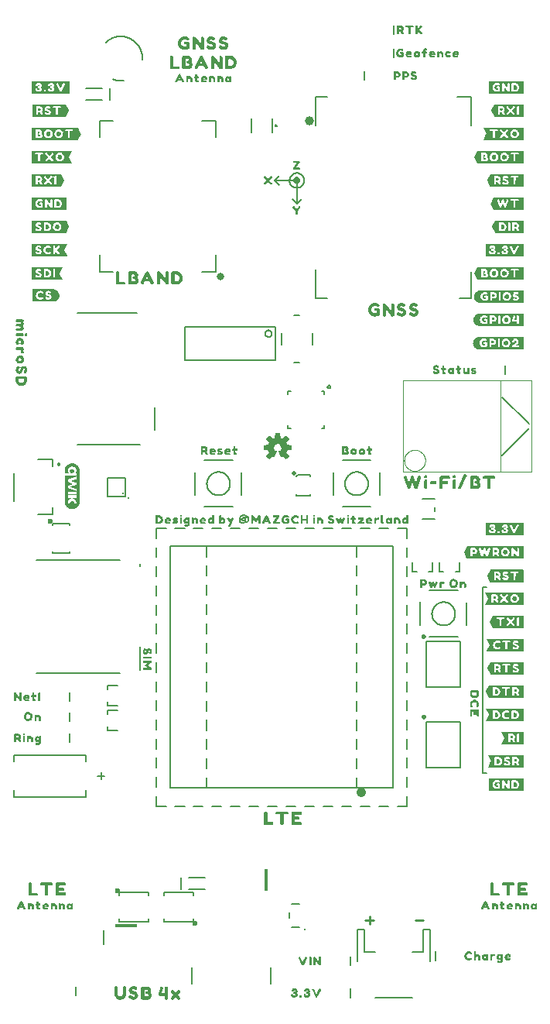
<source format=gbr>
G04 EAGLE Gerber RS-274X export*
G75*
%MOMM*%
%FSLAX34Y34*%
%LPD*%
%INSilkscreen Top*%
%IPPOS*%
%AMOC8*
5,1,8,0,0,1.08239X$1,22.5*%
G01*
%ADD10C,0.152400*%
%ADD11C,0.254000*%
%ADD12C,0.203200*%
%ADD13C,0.508000*%
%ADD14C,0.600000*%
%ADD15C,0.254000*%
%ADD16C,0.316225*%
%ADD17C,0.127000*%
%ADD18C,0.177800*%
%ADD19R,0.400000X2.350000*%
%ADD20C,0.200000*%
%ADD21C,1.000000*%
%ADD22C,0.508000*%
%ADD23C,1.000000*%
%ADD24C,0.100000*%
%ADD25C,0.812800*%
%ADD26R,2.350000X0.400000*%

G36*
X561163Y488480D02*
X561163Y488480D01*
X561171Y488482D01*
X561371Y488982D01*
X561367Y488995D01*
X561374Y489000D01*
X561374Y501900D01*
X561345Y501938D01*
X561343Y501946D01*
X560843Y502146D01*
X560831Y502142D01*
X560830Y502142D01*
X560825Y502149D01*
X499225Y502149D01*
X499192Y502124D01*
X499181Y502122D01*
X495881Y495522D01*
X495883Y495510D01*
X495879Y495507D01*
X495884Y495500D01*
X495876Y495492D01*
X495976Y494892D01*
X495984Y494885D01*
X495981Y494878D01*
X498981Y488778D01*
X498998Y488769D01*
X499000Y488758D01*
X499500Y488458D01*
X499518Y488460D01*
X499525Y488451D01*
X561125Y488451D01*
X561163Y488480D01*
G37*
G36*
X560841Y717070D02*
X560841Y717070D01*
X560854Y717070D01*
X561154Y717470D01*
X561154Y717478D01*
X561158Y717481D01*
X561154Y717485D01*
X561154Y717492D01*
X561164Y717500D01*
X561164Y730400D01*
X561145Y730426D01*
X561145Y730439D01*
X560745Y730739D01*
X560727Y730739D01*
X560724Y730742D01*
X560720Y730742D01*
X560715Y730749D01*
X512315Y730749D01*
X512311Y730746D01*
X512308Y730749D01*
X511608Y730649D01*
X511607Y730648D01*
X511607Y730649D01*
X511007Y730549D01*
X511001Y730542D01*
X510996Y730545D01*
X510297Y730246D01*
X509699Y730047D01*
X509694Y730039D01*
X509688Y730041D01*
X509090Y729643D01*
X508493Y729344D01*
X508488Y729334D01*
X508480Y729335D01*
X507980Y728835D01*
X507980Y728831D01*
X507977Y728831D01*
X507578Y728333D01*
X507080Y727835D01*
X507079Y727823D01*
X507071Y727822D01*
X506171Y726022D01*
X506173Y726011D01*
X506166Y726007D01*
X506066Y725308D01*
X505966Y724708D01*
X505967Y724707D01*
X505966Y724707D01*
X505866Y724007D01*
X505869Y724002D01*
X505866Y724000D01*
X505866Y723300D01*
X505869Y723295D01*
X505866Y723292D01*
X505966Y722692D01*
X505970Y722689D01*
X505968Y722686D01*
X506168Y721986D01*
X506169Y721985D01*
X506168Y721984D01*
X506368Y721384D01*
X506371Y721383D01*
X506370Y721381D01*
X506670Y720681D01*
X506674Y720678D01*
X506673Y720675D01*
X506973Y720175D01*
X506974Y720174D01*
X506974Y720173D01*
X507374Y719573D01*
X507381Y719570D01*
X507380Y719565D01*
X507880Y719065D01*
X507884Y719065D01*
X507884Y719062D01*
X508884Y718262D01*
X508888Y718261D01*
X508888Y718259D01*
X509488Y717859D01*
X509492Y717859D01*
X509493Y717856D01*
X510093Y717556D01*
X510100Y717557D01*
X510101Y717553D01*
X510800Y717353D01*
X511399Y717153D01*
X511410Y717157D01*
X511415Y717151D01*
X512112Y717151D01*
X512808Y717051D01*
X512813Y717054D01*
X512815Y717051D01*
X560815Y717051D01*
X560841Y717070D01*
G37*
G36*
X561162Y742487D02*
X561162Y742487D01*
X561157Y742494D01*
X561164Y742500D01*
X561164Y756000D01*
X561128Y756047D01*
X561125Y756045D01*
X561123Y756049D01*
X560523Y756149D01*
X560518Y756146D01*
X560515Y756149D01*
X512915Y756149D01*
X512911Y756146D01*
X512908Y756149D01*
X511508Y755949D01*
X511505Y755945D01*
X511503Y755945D01*
X511502Y755945D01*
X511499Y755947D01*
X510299Y755547D01*
X510294Y755539D01*
X510288Y755541D01*
X509690Y755143D01*
X509093Y754844D01*
X509088Y754834D01*
X509080Y754835D01*
X508582Y754337D01*
X508084Y753938D01*
X508082Y753928D01*
X508074Y753927D01*
X507675Y753329D01*
X507277Y752831D01*
X507276Y752823D01*
X507271Y752822D01*
X506671Y751622D01*
X506672Y751615D01*
X506668Y751614D01*
X506468Y750914D01*
X506470Y750909D01*
X506466Y750907D01*
X506366Y750208D01*
X506266Y749608D01*
X506268Y749605D01*
X506268Y749604D01*
X506269Y749603D01*
X506266Y749600D01*
X506266Y748900D01*
X506269Y748896D01*
X506266Y748893D01*
X506366Y748193D01*
X506367Y748192D01*
X506366Y748192D01*
X506466Y747592D01*
X506473Y747586D01*
X506470Y747581D01*
X506769Y746882D01*
X506968Y746284D01*
X506976Y746279D01*
X506974Y746273D01*
X507372Y745675D01*
X507671Y745078D01*
X507681Y745073D01*
X507680Y745065D01*
X508180Y744565D01*
X508184Y744565D01*
X508184Y744562D01*
X509184Y743762D01*
X509188Y743761D01*
X509188Y743759D01*
X509788Y743359D01*
X509792Y743359D01*
X509793Y743356D01*
X510393Y743056D01*
X510398Y743057D01*
X510399Y743053D01*
X510999Y742853D01*
X511001Y742854D01*
X511001Y742853D01*
X511701Y742653D01*
X511705Y742654D01*
X511707Y742651D01*
X512307Y742551D01*
X512308Y742552D01*
X512308Y742551D01*
X513008Y742451D01*
X513013Y742454D01*
X513015Y742451D01*
X561115Y742451D01*
X561162Y742487D01*
G37*
G36*
X560520Y767854D02*
X560520Y767854D01*
X560523Y767851D01*
X561123Y767951D01*
X561164Y767995D01*
X561161Y767998D01*
X561164Y768000D01*
X561164Y781500D01*
X561128Y781547D01*
X561121Y781542D01*
X561115Y781549D01*
X513315Y781549D01*
X513311Y781546D01*
X513308Y781549D01*
X512608Y781449D01*
X512603Y781444D01*
X512599Y781447D01*
X512000Y781247D01*
X511301Y781047D01*
X511300Y781046D01*
X511299Y781047D01*
X510699Y780847D01*
X510694Y780839D01*
X510688Y780841D01*
X509488Y780041D01*
X509487Y780038D01*
X509484Y780038D01*
X508984Y779638D01*
X508982Y779631D01*
X508977Y779631D01*
X508177Y778631D01*
X508176Y778627D01*
X508174Y778627D01*
X507774Y778027D01*
X507774Y778023D01*
X507771Y778022D01*
X507471Y777422D01*
X507471Y777419D01*
X507470Y777419D01*
X507472Y777417D01*
X507468Y777416D01*
X507268Y776816D01*
X507269Y776814D01*
X507268Y776814D01*
X507068Y776114D01*
X507069Y776110D01*
X507066Y776108D01*
X506966Y775508D01*
X506967Y775507D01*
X506966Y775507D01*
X506866Y774807D01*
X506871Y774798D01*
X506866Y774793D01*
X506966Y774097D01*
X506966Y773400D01*
X506973Y773391D01*
X506968Y773384D01*
X507168Y772785D01*
X507368Y772086D01*
X507373Y772082D01*
X507371Y772078D01*
X507671Y771478D01*
X507675Y771476D01*
X507674Y771473D01*
X508074Y770873D01*
X508077Y770872D01*
X508077Y770869D01*
X508877Y769869D01*
X508881Y769868D01*
X508880Y769865D01*
X509380Y769365D01*
X509387Y769364D01*
X509388Y769359D01*
X509988Y768959D01*
X509992Y768959D01*
X509993Y768956D01*
X511193Y768356D01*
X511198Y768357D01*
X511199Y768353D01*
X511799Y768153D01*
X511801Y768154D01*
X511801Y768153D01*
X512501Y767953D01*
X512511Y767956D01*
X512515Y767951D01*
X513112Y767951D01*
X513808Y767851D01*
X513813Y767854D01*
X513815Y767851D01*
X560515Y767851D01*
X560520Y767854D01*
G37*
G36*
X560733Y920264D02*
X560733Y920264D01*
X560745Y920261D01*
X561145Y920561D01*
X561149Y920577D01*
X561156Y920582D01*
X561152Y920588D01*
X561154Y920592D01*
X561164Y920600D01*
X561164Y933400D01*
X561156Y933411D01*
X561161Y933418D01*
X560961Y933918D01*
X560920Y933943D01*
X560915Y933949D01*
X511415Y933949D01*
X511411Y933946D01*
X511408Y933949D01*
X510708Y933849D01*
X510684Y933824D01*
X510671Y933822D01*
X507371Y927122D01*
X507373Y927112D01*
X507369Y927110D01*
X507374Y927103D01*
X507377Y927090D01*
X507371Y927078D01*
X510671Y920478D01*
X510695Y920466D01*
X510699Y920453D01*
X511299Y920253D01*
X511310Y920257D01*
X511315Y920251D01*
X560715Y920251D01*
X560733Y920264D01*
G37*
G36*
X560733Y793264D02*
X560733Y793264D01*
X560745Y793261D01*
X561145Y793561D01*
X561149Y793577D01*
X561156Y793582D01*
X561152Y793588D01*
X561154Y793592D01*
X561164Y793600D01*
X561164Y806400D01*
X561156Y806411D01*
X561161Y806418D01*
X560961Y806918D01*
X560920Y806943D01*
X560915Y806949D01*
X511415Y806949D01*
X511411Y806946D01*
X511408Y806949D01*
X510708Y806849D01*
X510684Y806824D01*
X510671Y806822D01*
X507371Y800122D01*
X507373Y800112D01*
X507369Y800110D01*
X507374Y800103D01*
X507377Y800090D01*
X507371Y800078D01*
X510671Y793478D01*
X510695Y793466D01*
X510699Y793453D01*
X511299Y793253D01*
X511310Y793257D01*
X511315Y793251D01*
X560715Y793251D01*
X560733Y793264D01*
G37*
G36*
X73210Y945670D02*
X73210Y945670D01*
X73223Y945669D01*
X73623Y946169D01*
X73624Y946177D01*
X73629Y946177D01*
X76729Y952177D01*
X76728Y952184D01*
X76732Y952188D01*
X76725Y952197D01*
X76725Y952199D01*
X76734Y952208D01*
X76634Y952808D01*
X76626Y952815D01*
X76629Y952822D01*
X73629Y958922D01*
X73619Y958927D01*
X73620Y958935D01*
X73220Y959335D01*
X73195Y959338D01*
X73192Y959342D01*
X73190Y959342D01*
X73185Y959349D01*
X23685Y959349D01*
X23680Y959346D01*
X23677Y959349D01*
X23077Y959249D01*
X23040Y959210D01*
X23038Y959208D01*
X23038Y959207D01*
X23036Y959205D01*
X23039Y959203D01*
X23036Y959200D01*
X23036Y946300D01*
X23039Y946295D01*
X23036Y946292D01*
X23136Y945692D01*
X23180Y945651D01*
X23183Y945654D01*
X23185Y945651D01*
X73185Y945651D01*
X73210Y945670D01*
G37*
G36*
X67457Y542394D02*
X67457Y542394D01*
X67459Y542395D01*
X67463Y542394D01*
X68515Y542500D01*
X68517Y542502D01*
X68521Y542501D01*
X69037Y542603D01*
X69039Y542605D01*
X69043Y542605D01*
X70053Y542919D01*
X70055Y542921D01*
X70059Y542920D01*
X70545Y543122D01*
X70547Y543124D01*
X70551Y543124D01*
X71480Y543629D01*
X71482Y543631D01*
X71486Y543632D01*
X71922Y543927D01*
X71923Y543929D01*
X71927Y543930D01*
X72742Y544603D01*
X72743Y544606D01*
X72747Y544608D01*
X73115Y544985D01*
X73116Y544987D01*
X73119Y544989D01*
X73792Y545804D01*
X73792Y545808D01*
X73796Y545810D01*
X74080Y546254D01*
X74080Y546256D01*
X74083Y546258D01*
X74587Y547187D01*
X74587Y547189D01*
X74589Y547191D01*
X74589Y547193D01*
X74591Y547194D01*
X74780Y547686D01*
X74780Y547688D01*
X74781Y547690D01*
X75095Y548700D01*
X75094Y548703D01*
X75097Y548708D01*
X75187Y549226D01*
X75186Y549228D01*
X75187Y549231D01*
X75293Y550283D01*
X75318Y550524D01*
X75316Y550527D01*
X75318Y550530D01*
X75318Y583846D01*
X75313Y584375D01*
X75311Y584377D01*
X75312Y584380D01*
X75153Y585959D01*
X75150Y585963D01*
X75151Y585971D01*
X74681Y587486D01*
X74676Y587490D01*
X74676Y587498D01*
X73919Y588891D01*
X73914Y588894D01*
X73912Y588902D01*
X73893Y588924D01*
X73841Y588987D01*
X73736Y589112D01*
X73684Y589175D01*
X73579Y589300D01*
X73527Y589363D01*
X73422Y589489D01*
X73370Y589551D01*
X73265Y589677D01*
X73213Y589740D01*
X73108Y589865D01*
X73056Y589928D01*
X72899Y590116D01*
X72896Y590119D01*
X72891Y590121D01*
X72887Y590128D01*
X71656Y591126D01*
X71651Y591126D01*
X71646Y591132D01*
X70717Y591637D01*
X70716Y591636D01*
X70715Y591638D01*
X70243Y591873D01*
X70238Y591872D01*
X70233Y591877D01*
X69223Y592190D01*
X69222Y592190D01*
X69221Y592191D01*
X68713Y592330D01*
X68708Y592329D01*
X68702Y592332D01*
X67124Y592485D01*
X67119Y592482D01*
X67111Y592485D01*
X65533Y592325D01*
X65529Y592322D01*
X65521Y592323D01*
X64005Y591857D01*
X64001Y591853D01*
X63993Y591852D01*
X62597Y591101D01*
X62594Y591096D01*
X62587Y591094D01*
X61365Y590083D01*
X61363Y590077D01*
X61356Y590074D01*
X60355Y588844D01*
X60355Y588839D01*
X60349Y588834D01*
X59605Y587434D01*
X59606Y587429D01*
X59600Y587423D01*
X59143Y585905D01*
X59145Y585900D01*
X59141Y585893D01*
X58983Y584315D01*
X58984Y584312D01*
X58983Y584309D01*
X58983Y581812D01*
X58995Y581793D01*
X58999Y581770D01*
X59014Y581764D01*
X59019Y581755D01*
X59030Y581757D01*
X59046Y581750D01*
X59196Y581751D01*
X63578Y581751D01*
X63589Y581758D01*
X63602Y581756D01*
X63615Y581775D01*
X63635Y581788D01*
X63633Y581801D01*
X63641Y581812D01*
X63627Y581846D01*
X63625Y581855D01*
X63622Y581857D01*
X63621Y581860D01*
X63382Y582082D01*
X63028Y582463D01*
X62744Y582896D01*
X62531Y583368D01*
X62405Y583870D01*
X62348Y584386D01*
X62369Y584907D01*
X62418Y585426D01*
X62555Y585928D01*
X62725Y586419D01*
X62979Y586872D01*
X63287Y587289D01*
X63633Y587676D01*
X64052Y587984D01*
X64492Y588261D01*
X64967Y588476D01*
X65462Y588636D01*
X65969Y588761D01*
X67011Y588860D01*
X68055Y588795D01*
X68564Y588680D01*
X69069Y588547D01*
X69542Y588331D01*
X69997Y588077D01*
X70417Y587771D01*
X70778Y587399D01*
X71103Y586996D01*
X71356Y586542D01*
X71544Y586058D01*
X71695Y585561D01*
X71775Y584520D01*
X71726Y584003D01*
X71611Y583497D01*
X71421Y583015D01*
X71152Y582573D01*
X70819Y582172D01*
X70524Y581857D01*
X70522Y581846D01*
X70513Y581840D01*
X70517Y581815D01*
X70512Y581790D01*
X70521Y581784D01*
X70523Y581773D01*
X70564Y581754D01*
X70568Y581751D01*
X70569Y581752D01*
X70570Y581751D01*
X71625Y581751D01*
X71678Y581747D01*
X71678Y578802D01*
X59038Y578802D01*
X59019Y578790D01*
X58996Y578786D01*
X58990Y578771D01*
X58981Y578766D01*
X58983Y578755D01*
X58976Y578739D01*
X58983Y578228D01*
X58983Y550731D01*
X58984Y550729D01*
X58983Y550727D01*
X59016Y550200D01*
X59016Y550199D01*
X59016Y550197D01*
X59122Y549145D01*
X59124Y549143D01*
X59123Y549139D01*
X59230Y548623D01*
X59232Y548621D01*
X59231Y548618D01*
X59545Y547607D01*
X59547Y547606D01*
X59547Y547602D01*
X59752Y547117D01*
X59754Y547115D01*
X59754Y547111D01*
X60259Y546182D01*
X60262Y546180D01*
X60262Y546176D01*
X60560Y545742D01*
X60563Y545741D01*
X60564Y545738D01*
X61237Y544922D01*
X61240Y544921D01*
X61242Y544917D01*
X61621Y544552D01*
X61623Y544551D01*
X61625Y544549D01*
X62440Y543876D01*
X62444Y543875D01*
X62447Y543871D01*
X62892Y543590D01*
X62894Y543590D01*
X62896Y543588D01*
X63825Y543083D01*
X63829Y543084D01*
X63833Y543080D01*
X64326Y542894D01*
X64328Y542895D01*
X64330Y542893D01*
X65340Y542579D01*
X65344Y542581D01*
X65348Y542577D01*
X65868Y542492D01*
X65869Y542493D01*
X65872Y542491D01*
X66924Y542385D01*
X66927Y542387D01*
X66931Y542385D01*
X67457Y542394D01*
G37*
G36*
X66286Y920255D02*
X66286Y920255D01*
X66290Y920252D01*
X66790Y920352D01*
X66818Y920384D01*
X66820Y920385D01*
X66820Y920386D01*
X66829Y920396D01*
X66817Y920407D01*
X66824Y920422D01*
X63535Y927100D01*
X66824Y933778D01*
X66824Y933780D01*
X66825Y933781D01*
X66823Y933783D01*
X66813Y933837D01*
X66797Y933834D01*
X66790Y933848D01*
X66290Y933948D01*
X66283Y933945D01*
X66280Y933949D01*
X22880Y933949D01*
X22833Y933913D01*
X22836Y933909D01*
X22833Y933906D01*
X22835Y933903D01*
X22831Y933900D01*
X22831Y920300D01*
X22867Y920253D01*
X22874Y920258D01*
X22880Y920251D01*
X66280Y920251D01*
X66286Y920255D01*
G37*
G36*
X561062Y945687D02*
X561062Y945687D01*
X561060Y945690D01*
X561064Y945692D01*
X561164Y946292D01*
X561161Y946297D01*
X561164Y946300D01*
X561164Y959200D01*
X561128Y959247D01*
X561125Y959245D01*
X561123Y959249D01*
X560523Y959349D01*
X560518Y959346D01*
X560515Y959349D01*
X517215Y959349D01*
X517211Y959346D01*
X517206Y959348D01*
X517201Y959339D01*
X517168Y959313D01*
X517172Y959307D01*
X517171Y959306D01*
X517179Y959295D01*
X517171Y959278D01*
X520462Y952596D01*
X520269Y952019D01*
X517271Y945922D01*
X517273Y945911D01*
X517272Y945910D01*
X517273Y945909D01*
X517282Y945863D01*
X517287Y945864D01*
X517288Y945859D01*
X517588Y945659D01*
X517608Y945660D01*
X517615Y945651D01*
X561015Y945651D01*
X561062Y945687D01*
G37*
G36*
X560803Y513864D02*
X560803Y513864D01*
X560815Y513861D01*
X561215Y514161D01*
X561219Y514177D01*
X561226Y514182D01*
X561222Y514188D01*
X561224Y514192D01*
X561234Y514200D01*
X561234Y527100D01*
X561221Y527118D01*
X561224Y527130D01*
X560924Y527530D01*
X560893Y527539D01*
X560885Y527549D01*
X519685Y527549D01*
X519638Y527513D01*
X519640Y527510D01*
X519636Y527508D01*
X519536Y526908D01*
X519539Y526903D01*
X519536Y526900D01*
X519536Y514100D01*
X519568Y514057D01*
X519569Y514053D01*
X520169Y513853D01*
X520180Y513857D01*
X520185Y513851D01*
X560785Y513851D01*
X560803Y513864D01*
G37*
G36*
X560803Y818664D02*
X560803Y818664D01*
X560815Y818661D01*
X561215Y818961D01*
X561219Y818977D01*
X561226Y818982D01*
X561222Y818988D01*
X561224Y818992D01*
X561234Y819000D01*
X561234Y831900D01*
X561221Y831918D01*
X561224Y831930D01*
X560924Y832330D01*
X560893Y832339D01*
X560885Y832349D01*
X519685Y832349D01*
X519638Y832313D01*
X519640Y832310D01*
X519636Y832308D01*
X519536Y831708D01*
X519539Y831703D01*
X519536Y831700D01*
X519536Y818900D01*
X519568Y818857D01*
X519569Y818853D01*
X520169Y818653D01*
X520180Y818657D01*
X520185Y818651D01*
X560785Y818651D01*
X560803Y818664D01*
G37*
G36*
X64233Y996464D02*
X64233Y996464D01*
X64245Y996461D01*
X64645Y996761D01*
X64649Y996777D01*
X64656Y996782D01*
X64652Y996788D01*
X64654Y996792D01*
X64664Y996800D01*
X64664Y1009700D01*
X64651Y1009718D01*
X64654Y1009730D01*
X64354Y1010130D01*
X64323Y1010139D01*
X64315Y1010149D01*
X23115Y1010149D01*
X23068Y1010113D01*
X23070Y1010110D01*
X23066Y1010108D01*
X22966Y1009508D01*
X22969Y1009503D01*
X22966Y1009500D01*
X22966Y996700D01*
X22998Y996657D01*
X22999Y996653D01*
X23599Y996453D01*
X23610Y996457D01*
X23615Y996451D01*
X64215Y996451D01*
X64233Y996464D01*
G37*
G36*
X560733Y437664D02*
X560733Y437664D01*
X560745Y437661D01*
X561145Y437961D01*
X561149Y437977D01*
X561156Y437982D01*
X561152Y437988D01*
X561154Y437992D01*
X561164Y438000D01*
X561164Y450900D01*
X561151Y450918D01*
X561154Y450930D01*
X560854Y451330D01*
X560823Y451339D01*
X560815Y451349D01*
X525615Y451349D01*
X525612Y451347D01*
X525608Y451349D01*
X525603Y451340D01*
X525568Y451313D01*
X525572Y451307D01*
X525571Y451306D01*
X525579Y451296D01*
X525575Y451289D01*
X525559Y451322D01*
X525522Y451341D01*
X525515Y451349D01*
X519415Y451349D01*
X519410Y451346D01*
X519407Y451349D01*
X518807Y451249D01*
X518806Y451248D01*
X518805Y451248D01*
X518804Y451246D01*
X518766Y451205D01*
X518779Y451193D01*
X518771Y451178D01*
X522160Y444500D01*
X518771Y437822D01*
X518782Y437764D01*
X518798Y437767D01*
X518805Y437752D01*
X519305Y437652D01*
X519312Y437655D01*
X519315Y437651D01*
X560715Y437651D01*
X560733Y437664D01*
G37*
G36*
X560841Y310670D02*
X560841Y310670D01*
X560854Y310670D01*
X561154Y311070D01*
X561154Y311078D01*
X561158Y311081D01*
X561154Y311085D01*
X561154Y311092D01*
X561164Y311100D01*
X561164Y323900D01*
X561151Y323918D01*
X561154Y323930D01*
X560854Y324330D01*
X560823Y324339D01*
X560815Y324349D01*
X520615Y324349D01*
X520606Y324342D01*
X520601Y324342D01*
X520599Y324341D01*
X520593Y324344D01*
X520193Y324144D01*
X520180Y324117D01*
X520170Y324109D01*
X520173Y324104D01*
X520167Y324091D01*
X520175Y324086D01*
X520171Y324078D01*
X523269Y317981D01*
X523462Y317404D01*
X520071Y310823D01*
X520072Y310821D01*
X520070Y310820D01*
X520073Y310815D01*
X520081Y310764D01*
X520099Y310767D01*
X520108Y310751D01*
X520808Y310651D01*
X520813Y310654D01*
X520815Y310651D01*
X560815Y310651D01*
X560841Y310670D01*
G37*
G36*
X560841Y336070D02*
X560841Y336070D01*
X560854Y336070D01*
X561154Y336470D01*
X561154Y336478D01*
X561158Y336481D01*
X561154Y336485D01*
X561154Y336492D01*
X561164Y336500D01*
X561164Y349400D01*
X561145Y349426D01*
X561145Y349439D01*
X560745Y349739D01*
X560727Y349739D01*
X560724Y349742D01*
X560720Y349742D01*
X560715Y349749D01*
X526915Y349749D01*
X526913Y349748D01*
X526911Y349749D01*
X526907Y349743D01*
X526868Y349713D01*
X526872Y349708D01*
X526870Y349706D01*
X526878Y349696D01*
X526873Y349689D01*
X526860Y349719D01*
X526820Y349742D01*
X526815Y349749D01*
X523815Y349749D01*
X523806Y349742D01*
X523803Y349742D01*
X523799Y349739D01*
X523790Y349742D01*
X523290Y349442D01*
X523282Y349424D01*
X523271Y349422D01*
X520271Y343322D01*
X520273Y343311D01*
X520266Y343308D01*
X520166Y342708D01*
X520176Y342689D01*
X520171Y342678D01*
X523471Y336078D01*
X523508Y336060D01*
X523515Y336051D01*
X560815Y336051D01*
X560841Y336070D01*
G37*
G36*
X60410Y844070D02*
X60410Y844070D01*
X60423Y844069D01*
X60823Y844569D01*
X60824Y844577D01*
X60829Y844578D01*
X63829Y850578D01*
X63828Y850584D01*
X63832Y850588D01*
X63827Y850595D01*
X63834Y850600D01*
X63834Y851200D01*
X63824Y851213D01*
X63829Y851222D01*
X60729Y857322D01*
X60719Y857327D01*
X60720Y857335D01*
X60320Y857735D01*
X60295Y857738D01*
X60292Y857742D01*
X60290Y857742D01*
X60285Y857749D01*
X23685Y857749D01*
X23680Y857746D01*
X23677Y857749D01*
X23077Y857649D01*
X23040Y857610D01*
X23038Y857608D01*
X23038Y857607D01*
X23036Y857605D01*
X23039Y857603D01*
X23036Y857600D01*
X23036Y844700D01*
X23039Y844695D01*
X23036Y844692D01*
X23136Y844092D01*
X23180Y844051D01*
X23183Y844054D01*
X23185Y844051D01*
X60385Y844051D01*
X60410Y844070D01*
G37*
G36*
X561062Y386887D02*
X561062Y386887D01*
X561060Y386890D01*
X561064Y386892D01*
X561164Y387492D01*
X561161Y387497D01*
X561164Y387500D01*
X561164Y400300D01*
X561135Y400338D01*
X561133Y400346D01*
X560633Y400546D01*
X560621Y400542D01*
X560620Y400542D01*
X560615Y400549D01*
X527515Y400549D01*
X527507Y400543D01*
X527497Y400546D01*
X527493Y400533D01*
X527468Y400513D01*
X527473Y400506D01*
X527477Y400500D01*
X527454Y400530D01*
X527423Y400538D01*
X527421Y400542D01*
X527420Y400542D01*
X527415Y400549D01*
X520715Y400549D01*
X520711Y400546D01*
X520706Y400548D01*
X520701Y400539D01*
X520668Y400513D01*
X520672Y400507D01*
X520671Y400506D01*
X520679Y400495D01*
X520671Y400478D01*
X523962Y393796D01*
X523769Y393219D01*
X520771Y387222D01*
X520773Y387210D01*
X520772Y387209D01*
X520774Y387207D01*
X520781Y387169D01*
X520780Y387165D01*
X521080Y386865D01*
X521107Y386862D01*
X521115Y386851D01*
X561015Y386851D01*
X561062Y386887D01*
G37*
G36*
X60043Y971076D02*
X60043Y971076D01*
X60054Y971078D01*
X63454Y977778D01*
X63453Y977782D01*
X63456Y977785D01*
X63451Y977791D01*
X63449Y977804D01*
X63457Y977816D01*
X63257Y978416D01*
X63252Y978419D01*
X63254Y978422D01*
X60254Y984422D01*
X60234Y984432D01*
X60232Y984444D01*
X59632Y984744D01*
X59622Y984742D01*
X59615Y984742D01*
X59610Y984749D01*
X24010Y984749D01*
X23984Y984730D01*
X23971Y984730D01*
X23671Y984330D01*
X23671Y984318D01*
X23663Y984312D01*
X23668Y984305D01*
X23661Y984300D01*
X23661Y971400D01*
X23683Y971370D01*
X23685Y971358D01*
X24185Y971058D01*
X24203Y971060D01*
X24210Y971051D01*
X60010Y971051D01*
X60043Y971076D01*
G37*
G36*
X560851Y894870D02*
X560851Y894870D01*
X560864Y894870D01*
X561164Y895270D01*
X561164Y895278D01*
X561168Y895281D01*
X561164Y895285D01*
X561164Y895292D01*
X561174Y895300D01*
X561174Y908200D01*
X561152Y908230D01*
X561150Y908242D01*
X560650Y908542D01*
X560638Y908541D01*
X560637Y908542D01*
X560630Y908542D01*
X560625Y908549D01*
X525025Y908549D01*
X525004Y908533D01*
X524990Y908535D01*
X524590Y908135D01*
X524589Y908124D01*
X524581Y908122D01*
X521481Y902022D01*
X521483Y902010D01*
X521478Y902005D01*
X521479Y902003D01*
X521476Y902000D01*
X521476Y901400D01*
X521485Y901387D01*
X521481Y901378D01*
X524481Y895378D01*
X524488Y895375D01*
X524487Y895369D01*
X524887Y894869D01*
X524917Y894862D01*
X524925Y894851D01*
X560825Y894851D01*
X560851Y894870D01*
G37*
G36*
X560851Y462435D02*
X560851Y462435D01*
X560864Y462435D01*
X561164Y462835D01*
X561164Y462843D01*
X561168Y462846D01*
X561164Y462850D01*
X561164Y462857D01*
X561174Y462865D01*
X561174Y475765D01*
X561152Y475795D01*
X561150Y475807D01*
X560650Y476107D01*
X560638Y476106D01*
X560637Y476107D01*
X560630Y476107D01*
X560625Y476114D01*
X525025Y476114D01*
X525004Y476098D01*
X524990Y476100D01*
X524590Y475700D01*
X524589Y475689D01*
X524581Y475687D01*
X521481Y469587D01*
X521483Y469575D01*
X521478Y469570D01*
X521479Y469568D01*
X521476Y469565D01*
X521476Y468965D01*
X521485Y468952D01*
X521481Y468943D01*
X524481Y462943D01*
X524488Y462940D01*
X524487Y462934D01*
X524887Y462434D01*
X524917Y462427D01*
X524925Y462416D01*
X560825Y462416D01*
X560851Y462435D01*
G37*
G36*
X560948Y361476D02*
X560948Y361476D01*
X560959Y361478D01*
X561159Y361878D01*
X561159Y361880D01*
X561159Y361881D01*
X561158Y361882D01*
X561156Y361894D01*
X561164Y361900D01*
X561164Y374800D01*
X561145Y374826D01*
X561145Y374839D01*
X560745Y375139D01*
X560727Y375139D01*
X560724Y375142D01*
X560720Y375142D01*
X560715Y375149D01*
X525115Y375149D01*
X525097Y375135D01*
X525084Y375138D01*
X524584Y374738D01*
X524580Y374724D01*
X524571Y374722D01*
X521571Y368622D01*
X521573Y368611D01*
X521566Y368608D01*
X521466Y368008D01*
X521477Y367989D01*
X521471Y367977D01*
X524571Y361977D01*
X524578Y361974D01*
X524577Y361969D01*
X524977Y361469D01*
X525007Y361462D01*
X525015Y361451D01*
X560915Y361451D01*
X560948Y361476D01*
G37*
G36*
X60932Y869487D02*
X60932Y869487D01*
X60927Y869494D01*
X60934Y869500D01*
X60934Y883000D01*
X60898Y883047D01*
X60895Y883045D01*
X60893Y883049D01*
X60293Y883149D01*
X60288Y883146D01*
X60285Y883149D01*
X23085Y883149D01*
X23038Y883113D01*
X23041Y883109D01*
X23038Y883106D01*
X23040Y883103D01*
X23036Y883100D01*
X23036Y869600D01*
X23072Y869553D01*
X23075Y869555D01*
X23077Y869551D01*
X23677Y869451D01*
X23682Y869454D01*
X23685Y869451D01*
X60885Y869451D01*
X60932Y869487D01*
G37*
G36*
X561312Y234487D02*
X561312Y234487D01*
X561307Y234494D01*
X561314Y234500D01*
X561314Y248000D01*
X561278Y248047D01*
X561275Y248045D01*
X561273Y248049D01*
X560673Y248149D01*
X560668Y248146D01*
X560665Y248149D01*
X523465Y248149D01*
X523418Y248113D01*
X523421Y248109D01*
X523418Y248106D01*
X523420Y248103D01*
X523416Y248100D01*
X523416Y234600D01*
X523452Y234553D01*
X523455Y234555D01*
X523457Y234551D01*
X524057Y234451D01*
X524062Y234454D01*
X524065Y234451D01*
X561265Y234451D01*
X561312Y234487D01*
G37*
G36*
X561312Y996487D02*
X561312Y996487D01*
X561307Y996494D01*
X561314Y996500D01*
X561314Y1010000D01*
X561278Y1010047D01*
X561275Y1010045D01*
X561273Y1010049D01*
X560673Y1010149D01*
X560668Y1010146D01*
X560665Y1010149D01*
X523465Y1010149D01*
X523418Y1010113D01*
X523421Y1010109D01*
X523418Y1010106D01*
X523420Y1010103D01*
X523416Y1010100D01*
X523416Y996600D01*
X523452Y996553D01*
X523455Y996555D01*
X523457Y996551D01*
X524057Y996451D01*
X524062Y996454D01*
X524065Y996451D01*
X561265Y996451D01*
X561312Y996487D01*
G37*
G36*
X560733Y259864D02*
X560733Y259864D01*
X560745Y259861D01*
X561145Y260161D01*
X561149Y260177D01*
X561156Y260182D01*
X561152Y260188D01*
X561154Y260192D01*
X561164Y260200D01*
X561164Y273000D01*
X561156Y273011D01*
X561161Y273018D01*
X560961Y273518D01*
X560920Y273543D01*
X560915Y273549D01*
X522915Y273549D01*
X522910Y273546D01*
X522907Y273549D01*
X522307Y273449D01*
X522306Y273448D01*
X522305Y273446D01*
X522266Y273405D01*
X522279Y273393D01*
X522271Y273378D01*
X525560Y266800D01*
X525271Y266222D01*
X522271Y260122D01*
X522282Y260063D01*
X522291Y260065D01*
X522293Y260056D01*
X522693Y259856D01*
X522709Y259859D01*
X522715Y259851D01*
X560715Y259851D01*
X560733Y259864D01*
G37*
G36*
X61413Y818672D02*
X61413Y818672D01*
X61426Y818673D01*
X61626Y818973D01*
X61626Y818979D01*
X61629Y818982D01*
X61625Y818988D01*
X61624Y819011D01*
X61629Y819022D01*
X58632Y825115D01*
X58536Y825693D01*
X61529Y831778D01*
X61529Y831781D01*
X61531Y831782D01*
X61731Y832282D01*
X61730Y832285D01*
X61732Y832287D01*
X61728Y832293D01*
X61715Y832339D01*
X61697Y832334D01*
X61685Y832349D01*
X23285Y832349D01*
X23247Y832320D01*
X23239Y832318D01*
X23039Y831818D01*
X23040Y831816D01*
X23038Y831814D01*
X23042Y831808D01*
X23043Y831805D01*
X23036Y831800D01*
X23036Y818900D01*
X23061Y818867D01*
X23063Y818856D01*
X23463Y818656D01*
X23479Y818659D01*
X23485Y818651D01*
X61385Y818651D01*
X61413Y818672D01*
G37*
G36*
X301420Y597046D02*
X301420Y597046D01*
X301528Y597056D01*
X301541Y597062D01*
X301555Y597064D01*
X301652Y597112D01*
X301751Y597157D01*
X301764Y597168D01*
X301773Y597172D01*
X301788Y597188D01*
X301865Y597250D01*
X304450Y599835D01*
X304513Y599924D01*
X304579Y600009D01*
X304584Y600022D01*
X304592Y600034D01*
X304623Y600137D01*
X304659Y600240D01*
X304659Y600254D01*
X304663Y600267D01*
X304659Y600375D01*
X304660Y600484D01*
X304655Y600497D01*
X304655Y600511D01*
X304617Y600613D01*
X304582Y600715D01*
X304573Y600730D01*
X304569Y600739D01*
X304555Y600756D01*
X304501Y600838D01*
X301737Y604228D01*
X302294Y605310D01*
X302300Y605330D01*
X302342Y605425D01*
X302713Y606584D01*
X307064Y607027D01*
X307168Y607055D01*
X307274Y607080D01*
X307286Y607087D01*
X307299Y607090D01*
X307389Y607151D01*
X307482Y607208D01*
X307490Y607219D01*
X307502Y607227D01*
X307568Y607313D01*
X307637Y607397D01*
X307641Y607410D01*
X307650Y607421D01*
X307684Y607524D01*
X307723Y607625D01*
X307724Y607643D01*
X307728Y607652D01*
X307728Y607674D01*
X307737Y607772D01*
X307737Y611428D01*
X307720Y611535D01*
X307706Y611643D01*
X307700Y611655D01*
X307698Y611669D01*
X307646Y611765D01*
X307599Y611862D01*
X307589Y611872D01*
X307583Y611884D01*
X307503Y611958D01*
X307427Y612035D01*
X307415Y612041D01*
X307405Y612051D01*
X307306Y612096D01*
X307209Y612144D01*
X307191Y612148D01*
X307182Y612152D01*
X307161Y612154D01*
X307064Y612173D01*
X302713Y612616D01*
X302342Y613775D01*
X302333Y613792D01*
X302331Y613800D01*
X302327Y613807D01*
X302294Y613890D01*
X301737Y614972D01*
X304501Y618362D01*
X304555Y618456D01*
X304612Y618548D01*
X304615Y618561D01*
X304622Y618573D01*
X304643Y618680D01*
X304668Y618785D01*
X304666Y618799D01*
X304669Y618813D01*
X304654Y618920D01*
X304644Y619028D01*
X304638Y619041D01*
X304636Y619055D01*
X304588Y619152D01*
X304543Y619251D01*
X304532Y619264D01*
X304528Y619273D01*
X304512Y619288D01*
X304450Y619365D01*
X301865Y621950D01*
X301776Y622013D01*
X301691Y622079D01*
X301678Y622084D01*
X301666Y622092D01*
X301563Y622123D01*
X301460Y622159D01*
X301446Y622159D01*
X301433Y622163D01*
X301325Y622159D01*
X301216Y622160D01*
X301203Y622155D01*
X301189Y622155D01*
X301087Y622117D01*
X300985Y622082D01*
X300970Y622073D01*
X300961Y622069D01*
X300944Y622055D01*
X300862Y622001D01*
X297472Y619237D01*
X296390Y619794D01*
X296370Y619800D01*
X296275Y619842D01*
X295116Y620213D01*
X294673Y624564D01*
X294645Y624668D01*
X294620Y624774D01*
X294613Y624786D01*
X294610Y624799D01*
X294549Y624889D01*
X294492Y624982D01*
X294481Y624990D01*
X294473Y625002D01*
X294387Y625068D01*
X294303Y625137D01*
X294290Y625141D01*
X294279Y625150D01*
X294176Y625184D01*
X294075Y625223D01*
X294057Y625224D01*
X294048Y625228D01*
X294026Y625228D01*
X293928Y625237D01*
X290272Y625237D01*
X290165Y625220D01*
X290057Y625206D01*
X290045Y625200D01*
X290031Y625198D01*
X289935Y625146D01*
X289838Y625099D01*
X289828Y625089D01*
X289816Y625083D01*
X289742Y625003D01*
X289665Y624927D01*
X289659Y624915D01*
X289649Y624905D01*
X289604Y624806D01*
X289556Y624709D01*
X289552Y624691D01*
X289548Y624682D01*
X289546Y624661D01*
X289527Y624564D01*
X289084Y620213D01*
X287925Y619842D01*
X287907Y619832D01*
X287810Y619794D01*
X286728Y619237D01*
X283338Y622001D01*
X283244Y622055D01*
X283152Y622112D01*
X283139Y622115D01*
X283127Y622122D01*
X283020Y622143D01*
X282915Y622168D01*
X282901Y622166D01*
X282887Y622169D01*
X282780Y622154D01*
X282672Y622144D01*
X282659Y622138D01*
X282646Y622136D01*
X282548Y622088D01*
X282449Y622043D01*
X282436Y622032D01*
X282427Y622028D01*
X282412Y622012D01*
X282335Y621950D01*
X279750Y619365D01*
X279687Y619276D01*
X279621Y619191D01*
X279616Y619178D01*
X279608Y619166D01*
X279577Y619063D01*
X279541Y618960D01*
X279541Y618946D01*
X279537Y618933D01*
X279541Y618825D01*
X279540Y618716D01*
X279545Y618703D01*
X279545Y618689D01*
X279583Y618587D01*
X279618Y618485D01*
X279627Y618470D01*
X279631Y618461D01*
X279645Y618444D01*
X279699Y618362D01*
X282463Y614972D01*
X281906Y613890D01*
X281900Y613870D01*
X281858Y613775D01*
X281487Y612616D01*
X277136Y612173D01*
X277032Y612145D01*
X276926Y612120D01*
X276914Y612113D01*
X276901Y612110D01*
X276811Y612049D01*
X276718Y611992D01*
X276710Y611981D01*
X276698Y611973D01*
X276632Y611887D01*
X276564Y611803D01*
X276559Y611790D01*
X276550Y611779D01*
X276516Y611676D01*
X276477Y611575D01*
X276476Y611557D01*
X276472Y611548D01*
X276473Y611526D01*
X276463Y611428D01*
X276463Y607772D01*
X276480Y607665D01*
X276494Y607557D01*
X276500Y607545D01*
X276502Y607531D01*
X276554Y607435D01*
X276601Y607338D01*
X276611Y607328D01*
X276617Y607316D01*
X276697Y607242D01*
X276773Y607165D01*
X276785Y607159D01*
X276796Y607149D01*
X276894Y607104D01*
X276991Y607056D01*
X277009Y607052D01*
X277018Y607048D01*
X277039Y607046D01*
X277136Y607027D01*
X281487Y606584D01*
X281858Y605425D01*
X281868Y605407D01*
X281906Y605310D01*
X282463Y604228D01*
X279699Y600838D01*
X279645Y600744D01*
X279588Y600652D01*
X279585Y600639D01*
X279578Y600627D01*
X279557Y600520D01*
X279532Y600415D01*
X279534Y600401D01*
X279531Y600387D01*
X279546Y600280D01*
X279556Y600172D01*
X279562Y600159D01*
X279564Y600146D01*
X279612Y600048D01*
X279657Y599949D01*
X279668Y599936D01*
X279672Y599927D01*
X279688Y599912D01*
X279750Y599835D01*
X282335Y597250D01*
X282424Y597187D01*
X282509Y597121D01*
X282522Y597116D01*
X282534Y597108D01*
X282637Y597077D01*
X282740Y597041D01*
X282754Y597041D01*
X282767Y597037D01*
X282875Y597041D01*
X282984Y597040D01*
X282997Y597045D01*
X283011Y597045D01*
X283113Y597083D01*
X283215Y597118D01*
X283230Y597127D01*
X283239Y597131D01*
X283256Y597145D01*
X283338Y597199D01*
X286728Y599963D01*
X287810Y599406D01*
X287863Y599389D01*
X287912Y599363D01*
X287978Y599352D01*
X288042Y599331D01*
X288098Y599332D01*
X288152Y599323D01*
X288219Y599334D01*
X288286Y599335D01*
X288338Y599353D01*
X288393Y599362D01*
X288453Y599394D01*
X288516Y599417D01*
X288559Y599451D01*
X288609Y599477D01*
X288655Y599526D01*
X288707Y599568D01*
X288738Y599615D01*
X288776Y599655D01*
X288832Y599760D01*
X288840Y599773D01*
X288841Y599778D01*
X288845Y599785D01*
X290998Y604982D01*
X291018Y605066D01*
X291023Y605078D01*
X291025Y605094D01*
X291050Y605180D01*
X291049Y605200D01*
X291054Y605220D01*
X291046Y605302D01*
X291047Y605321D01*
X291043Y605341D01*
X291039Y605424D01*
X291032Y605443D01*
X291030Y605463D01*
X290998Y605532D01*
X290992Y605559D01*
X290977Y605583D01*
X290950Y605652D01*
X290937Y605667D01*
X290929Y605685D01*
X290884Y605734D01*
X290864Y605766D01*
X290832Y605792D01*
X290793Y605838D01*
X290772Y605853D01*
X290762Y605863D01*
X290741Y605875D01*
X290678Y605919D01*
X290675Y605921D01*
X290674Y605921D01*
X290672Y605923D01*
X289788Y606418D01*
X289109Y607045D01*
X288595Y607814D01*
X288275Y608682D01*
X288167Y609599D01*
X288280Y610534D01*
X288611Y611415D01*
X289143Y612192D01*
X289844Y612821D01*
X290674Y613264D01*
X291586Y613498D01*
X292528Y613508D01*
X293444Y613294D01*
X294284Y612869D01*
X294998Y612256D01*
X295547Y611491D01*
X295898Y610617D01*
X296031Y609685D01*
X295939Y608748D01*
X295627Y607860D01*
X295112Y607072D01*
X294425Y606428D01*
X293526Y605922D01*
X293486Y605889D01*
X293444Y605867D01*
X293413Y605834D01*
X293365Y605799D01*
X293352Y605782D01*
X293336Y605769D01*
X293301Y605715D01*
X293277Y605689D01*
X293264Y605658D01*
X293222Y605601D01*
X293216Y605581D01*
X293205Y605563D01*
X293187Y605490D01*
X293177Y605467D01*
X293174Y605443D01*
X293151Y605368D01*
X293152Y605347D01*
X293147Y605326D01*
X293154Y605242D01*
X293153Y605224D01*
X293156Y605208D01*
X293159Y605124D01*
X293167Y605098D01*
X293168Y605083D01*
X293178Y605061D01*
X293202Y604982D01*
X293510Y604237D01*
X293511Y604237D01*
X293821Y603488D01*
X294131Y602739D01*
X294131Y602738D01*
X294442Y601990D01*
X294442Y601989D01*
X294752Y601240D01*
X295062Y600491D01*
X295063Y600491D01*
X295355Y599785D01*
X295384Y599738D01*
X295405Y599686D01*
X295448Y599635D01*
X295484Y599578D01*
X295527Y599543D01*
X295563Y599500D01*
X295620Y599466D01*
X295672Y599423D01*
X295724Y599404D01*
X295772Y599375D01*
X295838Y599361D01*
X295901Y599337D01*
X295956Y599335D01*
X296010Y599324D01*
X296077Y599331D01*
X296144Y599329D01*
X296198Y599345D01*
X296253Y599352D01*
X296364Y599396D01*
X296378Y599400D01*
X296382Y599403D01*
X296390Y599406D01*
X297472Y599963D01*
X300862Y597199D01*
X300956Y597145D01*
X301048Y597088D01*
X301061Y597085D01*
X301073Y597078D01*
X301180Y597057D01*
X301285Y597032D01*
X301299Y597034D01*
X301313Y597031D01*
X301420Y597046D01*
G37*
G36*
X560728Y412260D02*
X560728Y412260D01*
X560737Y412256D01*
X561137Y412456D01*
X561147Y412477D01*
X561156Y412484D01*
X561153Y412488D01*
X561156Y412493D01*
X561164Y412500D01*
X561164Y425400D01*
X561156Y425411D01*
X561161Y425418D01*
X560961Y425918D01*
X560920Y425943D01*
X560915Y425949D01*
X531115Y425949D01*
X531068Y425913D01*
X531071Y425908D01*
X531069Y425906D01*
X531074Y425899D01*
X531068Y425892D01*
X531063Y425911D01*
X531017Y425949D01*
X531016Y425948D01*
X531015Y425949D01*
X527715Y425949D01*
X527682Y425924D01*
X527671Y425922D01*
X524271Y419222D01*
X524273Y419211D01*
X524269Y419208D01*
X524275Y419201D01*
X524276Y419196D01*
X524268Y419184D01*
X524468Y418584D01*
X524473Y418581D01*
X524471Y418578D01*
X527571Y412478D01*
X527593Y412467D01*
X527597Y412454D01*
X528097Y412254D01*
X528110Y412258D01*
X528115Y412251D01*
X560715Y412251D01*
X560728Y412260D01*
G37*
G36*
X561162Y869487D02*
X561162Y869487D01*
X561157Y869494D01*
X561164Y869500D01*
X561164Y883100D01*
X561128Y883147D01*
X561121Y883142D01*
X561115Y883149D01*
X529015Y883149D01*
X529006Y883142D01*
X529003Y883142D01*
X528997Y883146D01*
X528497Y882946D01*
X528484Y882924D01*
X528471Y882922D01*
X525471Y876822D01*
X525472Y876817D01*
X525468Y876816D01*
X525268Y876216D01*
X525270Y876212D01*
X525269Y876211D01*
X525271Y876209D01*
X525277Y876190D01*
X525271Y876178D01*
X528571Y869478D01*
X528608Y869459D01*
X528615Y869451D01*
X561115Y869451D01*
X561162Y869487D01*
G37*
G36*
X560520Y971054D02*
X560520Y971054D01*
X560523Y971051D01*
X561123Y971151D01*
X561164Y971195D01*
X561161Y971198D01*
X561164Y971200D01*
X561164Y984700D01*
X561128Y984747D01*
X561121Y984742D01*
X561115Y984749D01*
X529615Y984749D01*
X529597Y984735D01*
X529584Y984738D01*
X529084Y984338D01*
X529081Y984324D01*
X529071Y984322D01*
X526071Y978322D01*
X526073Y978312D01*
X526066Y978308D01*
X525966Y977708D01*
X525976Y977689D01*
X525971Y977678D01*
X528971Y971578D01*
X528978Y971575D01*
X528977Y971569D01*
X529377Y971069D01*
X529407Y971062D01*
X529415Y971051D01*
X560515Y971051D01*
X560520Y971054D01*
G37*
G36*
X54600Y894862D02*
X54600Y894862D01*
X54610Y894858D01*
X55110Y895158D01*
X55118Y895176D01*
X55129Y895178D01*
X58129Y901278D01*
X58128Y901285D01*
X58133Y901289D01*
X58132Y901291D01*
X58134Y901292D01*
X58234Y901892D01*
X58224Y901911D01*
X58229Y901922D01*
X54929Y908522D01*
X54892Y908541D01*
X54885Y908549D01*
X23385Y908549D01*
X23359Y908530D01*
X23346Y908530D01*
X23046Y908130D01*
X23046Y908118D01*
X23038Y908112D01*
X23043Y908105D01*
X23036Y908100D01*
X23036Y895200D01*
X23055Y895174D01*
X23055Y895161D01*
X23455Y894861D01*
X23477Y894861D01*
X23485Y894851D01*
X54585Y894851D01*
X54600Y894862D01*
G37*
G36*
X560953Y844080D02*
X560953Y844080D01*
X560961Y844082D01*
X561161Y844582D01*
X561157Y844595D01*
X561164Y844600D01*
X561164Y857400D01*
X561145Y857426D01*
X561145Y857439D01*
X560745Y857739D01*
X560727Y857739D01*
X560724Y857742D01*
X560720Y857742D01*
X560715Y857749D01*
X530515Y857749D01*
X530497Y857735D01*
X530484Y857738D01*
X529984Y857338D01*
X529980Y857324D01*
X529971Y857322D01*
X526971Y851222D01*
X526973Y851210D01*
X526968Y851205D01*
X526969Y851203D01*
X526966Y851200D01*
X526966Y850600D01*
X526975Y850587D01*
X526971Y850578D01*
X529971Y844578D01*
X529978Y844575D01*
X529977Y844569D01*
X530377Y844069D01*
X530407Y844062D01*
X530415Y844051D01*
X560915Y844051D01*
X560953Y844080D01*
G37*
G36*
X56298Y793260D02*
X56298Y793260D01*
X56307Y793256D01*
X56707Y793456D01*
X56717Y793477D01*
X56726Y793484D01*
X56723Y793488D01*
X56733Y793509D01*
X56725Y793514D01*
X56729Y793522D01*
X53729Y799522D01*
X53440Y800100D01*
X56829Y806778D01*
X56829Y806779D01*
X56830Y806779D01*
X56829Y806781D01*
X56830Y806781D01*
X56828Y806783D01*
X56818Y806836D01*
X56801Y806833D01*
X56793Y806849D01*
X56193Y806949D01*
X56188Y806946D01*
X56185Y806949D01*
X23685Y806949D01*
X23680Y806946D01*
X23677Y806949D01*
X23077Y806849D01*
X23040Y806810D01*
X23038Y806808D01*
X23038Y806807D01*
X23036Y806805D01*
X23039Y806803D01*
X23036Y806800D01*
X23036Y793900D01*
X23039Y793895D01*
X23036Y793892D01*
X23136Y793292D01*
X23180Y793251D01*
X23183Y793254D01*
X23185Y793251D01*
X56285Y793251D01*
X56298Y793260D01*
G37*
G36*
X46725Y769124D02*
X46725Y769124D01*
X46728Y769121D01*
X47328Y769221D01*
X47331Y769225D01*
X47334Y769223D01*
X48034Y769423D01*
X48035Y769424D01*
X48036Y769423D01*
X48635Y769623D01*
X49334Y769823D01*
X49342Y769834D01*
X49351Y769832D01*
X49849Y770230D01*
X50447Y770629D01*
X50448Y770632D01*
X50451Y770632D01*
X50951Y771032D01*
X50952Y771036D01*
X50955Y771035D01*
X51455Y771535D01*
X51455Y771539D01*
X51458Y771539D01*
X51858Y772039D01*
X51859Y772043D01*
X51861Y772043D01*
X52261Y772643D01*
X52261Y772647D01*
X52264Y772648D01*
X52564Y773248D01*
X52563Y773253D01*
X52567Y773254D01*
X52767Y773854D01*
X52766Y773856D01*
X52767Y773856D01*
X52967Y774556D01*
X52966Y774561D01*
X52969Y774563D01*
X53069Y775263D01*
X53066Y775268D01*
X53069Y775270D01*
X53069Y776570D01*
X53066Y776574D01*
X53069Y776577D01*
X52969Y777277D01*
X52965Y777281D01*
X52967Y777284D01*
X52767Y777984D01*
X52766Y777985D01*
X52767Y777986D01*
X52567Y778586D01*
X52562Y778589D01*
X52564Y778592D01*
X51964Y779792D01*
X51954Y779797D01*
X51955Y779805D01*
X51457Y780303D01*
X51058Y780801D01*
X51054Y780802D01*
X51055Y780805D01*
X50555Y781305D01*
X50548Y781306D01*
X50547Y781311D01*
X49947Y781711D01*
X49943Y781711D01*
X49942Y781714D01*
X48742Y782314D01*
X48737Y782313D01*
X48736Y782317D01*
X48136Y782517D01*
X48134Y782516D01*
X48134Y782517D01*
X47434Y782717D01*
X47430Y782716D01*
X47428Y782719D01*
X46828Y782819D01*
X46823Y782816D01*
X46820Y782819D01*
X23820Y782819D01*
X23773Y782783D01*
X23775Y782780D01*
X23771Y782778D01*
X23671Y782178D01*
X23674Y782173D01*
X23671Y782170D01*
X23671Y769270D01*
X23707Y769223D01*
X23710Y769225D01*
X23712Y769221D01*
X24312Y769121D01*
X24317Y769124D01*
X24320Y769121D01*
X46720Y769121D01*
X46725Y769124D01*
G37*
G36*
X560728Y285260D02*
X560728Y285260D01*
X560737Y285256D01*
X561137Y285456D01*
X561147Y285477D01*
X561156Y285484D01*
X561153Y285488D01*
X561156Y285493D01*
X561164Y285500D01*
X561164Y298400D01*
X561156Y298411D01*
X561161Y298418D01*
X560961Y298918D01*
X560920Y298943D01*
X560915Y298949D01*
X537115Y298949D01*
X537111Y298946D01*
X537105Y298948D01*
X537101Y298938D01*
X537068Y298913D01*
X537072Y298907D01*
X537071Y298906D01*
X537080Y298895D01*
X537071Y298878D01*
X540462Y292196D01*
X540269Y291619D01*
X537171Y285522D01*
X537182Y285464D01*
X537191Y285465D01*
X537193Y285456D01*
X537593Y285256D01*
X537609Y285259D01*
X537615Y285251D01*
X560715Y285251D01*
X560728Y285260D01*
G37*
G36*
X181606Y787875D02*
X181606Y787875D01*
X181610Y787872D01*
X182610Y788072D01*
X182612Y788074D01*
X182614Y788073D01*
X183614Y788373D01*
X183617Y788377D01*
X183620Y788375D01*
X184520Y788775D01*
X184524Y788782D01*
X184530Y788781D01*
X185330Y789381D01*
X185330Y789383D01*
X185332Y789383D01*
X186132Y790083D01*
X186134Y790090D01*
X186139Y790090D01*
X187339Y791690D01*
X187339Y791697D01*
X187342Y791699D01*
X187341Y791699D01*
X187345Y791700D01*
X187745Y792600D01*
X187744Y792605D01*
X187747Y792606D01*
X188047Y793606D01*
X188045Y793612D01*
X188049Y793615D01*
X188149Y794615D01*
X188147Y794618D01*
X188149Y794620D01*
X188149Y795620D01*
X188147Y795623D01*
X188149Y795624D01*
X188049Y796724D01*
X188043Y796731D01*
X188047Y796736D01*
X187747Y797636D01*
X187744Y797638D01*
X187745Y797640D01*
X187345Y798540D01*
X187340Y798543D01*
X187341Y798547D01*
X186741Y799447D01*
X186734Y799450D01*
X186735Y799455D01*
X186035Y800155D01*
X186032Y800155D01*
X186032Y800157D01*
X185232Y800857D01*
X185230Y800857D01*
X185230Y800859D01*
X184430Y801459D01*
X184421Y801459D01*
X184420Y801465D01*
X183520Y801865D01*
X183515Y801864D01*
X183514Y801867D01*
X182514Y802167D01*
X182508Y802165D01*
X182505Y802169D01*
X181505Y802269D01*
X181502Y802267D01*
X181500Y802269D01*
X176700Y802269D01*
X176687Y802260D01*
X176678Y802264D01*
X175878Y801864D01*
X175864Y801836D01*
X175852Y801831D01*
X175652Y800931D01*
X175655Y800923D01*
X175651Y800920D01*
X175651Y789720D01*
X175653Y789717D01*
X175651Y789716D01*
X175751Y788616D01*
X175767Y788598D01*
X175765Y788585D01*
X176365Y787985D01*
X176389Y787982D01*
X176396Y787971D01*
X177496Y787871D01*
X177498Y787873D01*
X177500Y787871D01*
X181600Y787871D01*
X181606Y787875D01*
G37*
G36*
X240661Y1023460D02*
X240661Y1023460D01*
X240665Y1023457D01*
X241665Y1023657D01*
X241667Y1023659D01*
X241669Y1023658D01*
X242669Y1023958D01*
X242672Y1023962D01*
X242675Y1023960D01*
X243575Y1024360D01*
X243579Y1024367D01*
X243585Y1024366D01*
X244385Y1024966D01*
X244385Y1024968D01*
X244387Y1024968D01*
X245187Y1025668D01*
X245189Y1025675D01*
X245194Y1025675D01*
X246394Y1027275D01*
X246394Y1027282D01*
X246397Y1027284D01*
X246396Y1027284D01*
X246400Y1027285D01*
X246800Y1028185D01*
X246799Y1028190D01*
X246802Y1028191D01*
X247102Y1029191D01*
X247100Y1029197D01*
X247104Y1029200D01*
X247204Y1030200D01*
X247202Y1030203D01*
X247204Y1030205D01*
X247204Y1031205D01*
X247202Y1031208D01*
X247204Y1031209D01*
X247104Y1032309D01*
X247098Y1032316D01*
X247102Y1032321D01*
X246802Y1033221D01*
X246799Y1033223D01*
X246800Y1033225D01*
X246400Y1034125D01*
X246395Y1034128D01*
X246396Y1034132D01*
X245796Y1035032D01*
X245789Y1035035D01*
X245790Y1035040D01*
X245090Y1035740D01*
X245087Y1035740D01*
X245087Y1035742D01*
X244287Y1036442D01*
X244285Y1036442D01*
X244285Y1036444D01*
X243485Y1037044D01*
X243476Y1037044D01*
X243475Y1037050D01*
X242575Y1037450D01*
X242570Y1037449D01*
X242569Y1037452D01*
X241569Y1037752D01*
X241563Y1037750D01*
X241560Y1037754D01*
X240560Y1037854D01*
X240557Y1037852D01*
X240555Y1037854D01*
X235755Y1037854D01*
X235742Y1037845D01*
X235733Y1037849D01*
X234933Y1037449D01*
X234919Y1037421D01*
X234907Y1037416D01*
X234707Y1036516D01*
X234710Y1036508D01*
X234706Y1036505D01*
X234706Y1025305D01*
X234708Y1025302D01*
X234706Y1025301D01*
X234806Y1024201D01*
X234822Y1024183D01*
X234820Y1024170D01*
X235420Y1023570D01*
X235444Y1023567D01*
X235451Y1023556D01*
X236551Y1023456D01*
X236553Y1023458D01*
X236555Y1023456D01*
X240655Y1023456D01*
X240661Y1023460D01*
G37*
G36*
X443542Y564362D02*
X443542Y564362D01*
X443554Y564357D01*
X444454Y564857D01*
X444460Y564870D01*
X444469Y564870D01*
X445069Y565670D01*
X445069Y565681D01*
X445077Y565684D01*
X448777Y576284D01*
X448775Y576289D01*
X448778Y576290D01*
X448978Y577290D01*
X448971Y577305D01*
X448977Y577314D01*
X448777Y578014D01*
X448756Y578030D01*
X448754Y578043D01*
X447654Y578643D01*
X447643Y578642D01*
X447640Y578648D01*
X446640Y578848D01*
X446616Y578837D01*
X446604Y578842D01*
X445804Y578342D01*
X445796Y578320D01*
X445783Y578316D01*
X443490Y571635D01*
X443159Y571470D01*
X441277Y577215D01*
X441274Y577218D01*
X441275Y577220D01*
X440875Y578120D01*
X440858Y578129D01*
X440857Y578141D01*
X439957Y578741D01*
X439934Y578740D01*
X439925Y578749D01*
X438925Y578649D01*
X438911Y578636D01*
X438900Y578639D01*
X438100Y578039D01*
X438096Y578023D01*
X438085Y578020D01*
X437685Y577120D01*
X437686Y577117D01*
X437683Y577116D01*
X435709Y571391D01*
X435473Y571626D01*
X433577Y577515D01*
X433574Y577517D01*
X433575Y577520D01*
X433175Y578420D01*
X433153Y578432D01*
X433150Y578445D01*
X432250Y578845D01*
X432226Y578839D01*
X432216Y578847D01*
X431216Y578547D01*
X431210Y578539D01*
X431203Y578541D01*
X430303Y577941D01*
X430295Y577918D01*
X430283Y577914D01*
X430083Y577214D01*
X430089Y577198D01*
X430082Y577190D01*
X430282Y576190D01*
X430286Y576187D01*
X430284Y576184D01*
X433984Y565584D01*
X433993Y565578D01*
X433991Y565570D01*
X434591Y564770D01*
X434608Y564766D01*
X434610Y564755D01*
X435510Y564355D01*
X435531Y564360D01*
X435540Y564352D01*
X436540Y564552D01*
X436554Y564568D01*
X436567Y564568D01*
X437267Y565368D01*
X437268Y565383D01*
X437277Y565386D01*
X437477Y566085D01*
X438476Y568883D01*
X438476Y568884D01*
X438477Y568884D01*
X438976Y570384D01*
X439528Y571947D01*
X441383Y566285D01*
X441385Y566283D01*
X441384Y566282D01*
X441784Y565282D01*
X441796Y565274D01*
X441795Y565265D01*
X442495Y564565D01*
X442515Y564562D01*
X442520Y564552D01*
X443520Y564352D01*
X443542Y564362D01*
G37*
G36*
X149600Y6190D02*
X149600Y6190D01*
X149604Y6187D01*
X150704Y6387D01*
X150707Y6390D01*
X150711Y6388D01*
X151611Y6688D01*
X151617Y6698D01*
X151625Y6696D01*
X152425Y7296D01*
X152427Y7303D01*
X152432Y7303D01*
X153132Y8103D01*
X153133Y8110D01*
X153138Y8111D01*
X153638Y9011D01*
X153637Y9022D01*
X153643Y9025D01*
X153843Y10025D01*
X153842Y10029D01*
X153844Y10030D01*
X153944Y11030D01*
X153938Y11039D01*
X153943Y11045D01*
X153743Y12045D01*
X153741Y12047D01*
X153742Y12049D01*
X153442Y13049D01*
X153432Y13057D01*
X153434Y13065D01*
X152853Y13840D01*
X153039Y14213D01*
X153039Y14215D01*
X153040Y14215D01*
X153440Y15115D01*
X153437Y15126D01*
X153444Y15131D01*
X153544Y16231D01*
X153540Y16237D01*
X153544Y16240D01*
X153444Y17240D01*
X153439Y17246D01*
X153442Y17251D01*
X153142Y18151D01*
X153134Y18156D01*
X153136Y18162D01*
X152536Y19062D01*
X152529Y19065D01*
X152530Y19070D01*
X151830Y19770D01*
X151820Y19771D01*
X151819Y19778D01*
X150919Y20278D01*
X150912Y20277D01*
X150911Y20282D01*
X150011Y20582D01*
X150000Y20578D01*
X149995Y20584D01*
X143595Y20584D01*
X143581Y20573D01*
X143571Y20578D01*
X142871Y20178D01*
X142861Y20155D01*
X142848Y20151D01*
X142548Y19251D01*
X142548Y19250D01*
X142552Y19240D01*
X142546Y19235D01*
X142546Y7935D01*
X142548Y7932D01*
X142546Y7930D01*
X142646Y6930D01*
X142662Y6913D01*
X142660Y6900D01*
X143260Y6300D01*
X143284Y6297D01*
X143291Y6286D01*
X144491Y6186D01*
X144494Y6188D01*
X144495Y6186D01*
X149595Y6186D01*
X149600Y6190D01*
G37*
G36*
X509736Y564355D02*
X509736Y564355D01*
X509740Y564352D01*
X510740Y564552D01*
X510743Y564555D01*
X510746Y564553D01*
X511646Y564853D01*
X511651Y564861D01*
X511657Y564859D01*
X512557Y565459D01*
X512560Y565468D01*
X512567Y565468D01*
X513267Y566268D01*
X513268Y566278D01*
X513275Y566280D01*
X513675Y567180D01*
X513674Y567185D01*
X513677Y567186D01*
X513977Y568186D01*
X513975Y568192D01*
X513979Y568195D01*
X514079Y569195D01*
X514073Y569204D01*
X514078Y569210D01*
X513878Y570210D01*
X513873Y570214D01*
X513876Y570218D01*
X513476Y571218D01*
X513470Y571222D01*
X513472Y571226D01*
X512986Y572003D01*
X513174Y572378D01*
X513173Y572383D01*
X513177Y572384D01*
X513477Y573284D01*
X513475Y573289D01*
X513478Y573291D01*
X513678Y574391D01*
X513674Y574400D01*
X513679Y574405D01*
X513579Y575405D01*
X513571Y575413D01*
X513575Y575420D01*
X513175Y576320D01*
X513172Y576322D01*
X513173Y576324D01*
X512673Y577224D01*
X512664Y577228D01*
X512665Y577235D01*
X511965Y577935D01*
X511955Y577936D01*
X511954Y577943D01*
X511054Y578443D01*
X511046Y578442D01*
X511044Y578447D01*
X510044Y578747D01*
X510034Y578744D01*
X510030Y578749D01*
X503730Y578749D01*
X503717Y578740D01*
X503708Y578744D01*
X502908Y578344D01*
X502894Y578316D01*
X502882Y578311D01*
X502682Y577411D01*
X502685Y577403D01*
X502681Y577400D01*
X502681Y566100D01*
X502683Y566097D01*
X502681Y566095D01*
X502781Y565095D01*
X502797Y565078D01*
X502795Y565065D01*
X503395Y564465D01*
X503419Y564462D01*
X503426Y564451D01*
X504626Y564351D01*
X504629Y564353D01*
X504630Y564351D01*
X509730Y564351D01*
X509736Y564355D01*
G37*
G36*
X194561Y1023460D02*
X194561Y1023460D01*
X194565Y1023457D01*
X195565Y1023657D01*
X195568Y1023660D01*
X195571Y1023658D01*
X196471Y1023958D01*
X196476Y1023966D01*
X196482Y1023964D01*
X197382Y1024564D01*
X197386Y1024575D01*
X197394Y1024575D01*
X197994Y1025375D01*
X197994Y1025381D01*
X197998Y1025381D01*
X198498Y1026281D01*
X198497Y1026289D01*
X198502Y1026291D01*
X198802Y1027291D01*
X198799Y1027301D01*
X198804Y1027305D01*
X198804Y1028305D01*
X198802Y1028308D01*
X198804Y1028310D01*
X198704Y1029310D01*
X198697Y1029317D01*
X198701Y1029323D01*
X198301Y1030323D01*
X198293Y1030328D01*
X198294Y1030335D01*
X197717Y1031105D01*
X197994Y1031475D01*
X197994Y1031487D01*
X198002Y1031489D01*
X198302Y1032389D01*
X198299Y1032397D01*
X198304Y1032401D01*
X198404Y1033501D01*
X198402Y1033503D01*
X198404Y1033505D01*
X198404Y1034505D01*
X198395Y1034517D01*
X198400Y1034525D01*
X198000Y1035425D01*
X197997Y1035427D01*
X197998Y1035429D01*
X197498Y1036329D01*
X197487Y1036334D01*
X197487Y1036342D01*
X196687Y1037042D01*
X196681Y1037042D01*
X196681Y1037047D01*
X195881Y1037547D01*
X195872Y1037546D01*
X195869Y1037552D01*
X194869Y1037852D01*
X194859Y1037849D01*
X194855Y1037854D01*
X188455Y1037854D01*
X188441Y1037843D01*
X188431Y1037848D01*
X187731Y1037448D01*
X187719Y1037421D01*
X187707Y1037416D01*
X187507Y1036516D01*
X187510Y1036508D01*
X187506Y1036505D01*
X187506Y1025205D01*
X187508Y1025202D01*
X187506Y1025200D01*
X187606Y1024200D01*
X187622Y1024183D01*
X187620Y1024170D01*
X188220Y1023570D01*
X188244Y1023567D01*
X188251Y1023556D01*
X189451Y1023456D01*
X189454Y1023458D01*
X189455Y1023456D01*
X194555Y1023456D01*
X194561Y1023460D01*
G37*
G36*
X135506Y787875D02*
X135506Y787875D01*
X135510Y787872D01*
X136510Y788072D01*
X136513Y788075D01*
X136516Y788073D01*
X137416Y788373D01*
X137421Y788381D01*
X137427Y788379D01*
X138327Y788979D01*
X138331Y788990D01*
X138339Y788990D01*
X138939Y789790D01*
X138939Y789796D01*
X138943Y789796D01*
X139443Y790696D01*
X139442Y790704D01*
X139447Y790706D01*
X139747Y791706D01*
X139744Y791716D01*
X139749Y791720D01*
X139749Y792720D01*
X139747Y792723D01*
X139749Y792725D01*
X139649Y793725D01*
X139642Y793732D01*
X139646Y793738D01*
X139246Y794738D01*
X139238Y794743D01*
X139239Y794750D01*
X138662Y795520D01*
X138939Y795890D01*
X138939Y795902D01*
X138947Y795904D01*
X139247Y796804D01*
X139244Y796812D01*
X139249Y796816D01*
X139349Y797916D01*
X139347Y797918D01*
X139349Y797920D01*
X139349Y798920D01*
X139340Y798932D01*
X139345Y798940D01*
X138945Y799840D01*
X138942Y799842D01*
X138943Y799844D01*
X138443Y800744D01*
X138432Y800749D01*
X138432Y800757D01*
X137632Y801457D01*
X137626Y801457D01*
X137626Y801462D01*
X136826Y801962D01*
X136817Y801961D01*
X136814Y801967D01*
X135814Y802267D01*
X135804Y802264D01*
X135800Y802269D01*
X129400Y802269D01*
X129386Y802258D01*
X129376Y802263D01*
X128676Y801863D01*
X128664Y801836D01*
X128652Y801831D01*
X128452Y800931D01*
X128455Y800923D01*
X128451Y800920D01*
X128451Y789620D01*
X128453Y789617D01*
X128451Y789615D01*
X128551Y788615D01*
X128567Y788598D01*
X128565Y788585D01*
X129165Y787985D01*
X129189Y787982D01*
X129196Y787971D01*
X130396Y787871D01*
X130399Y787873D01*
X130400Y787871D01*
X135500Y787871D01*
X135506Y787875D01*
G37*
G36*
X221363Y1023463D02*
X221363Y1023463D01*
X221371Y1023458D01*
X222271Y1023758D01*
X222288Y1023784D01*
X222301Y1023788D01*
X222601Y1024588D01*
X222598Y1024600D01*
X222604Y1024605D01*
X222604Y1030702D01*
X222690Y1031475D01*
X224915Y1028476D01*
X224916Y1028476D01*
X224916Y1028475D01*
X228016Y1024375D01*
X228021Y1024374D01*
X228020Y1024370D01*
X228820Y1023570D01*
X228843Y1023567D01*
X228850Y1023556D01*
X229850Y1023456D01*
X229858Y1023461D01*
X229863Y1023456D01*
X231063Y1023656D01*
X231080Y1023674D01*
X231093Y1023673D01*
X231593Y1024273D01*
X231594Y1024290D01*
X231603Y1024294D01*
X231803Y1025194D01*
X231800Y1025202D01*
X231804Y1025205D01*
X231804Y1035405D01*
X231802Y1035408D01*
X231804Y1035410D01*
X231704Y1036410D01*
X231701Y1036413D01*
X231703Y1036416D01*
X231503Y1037316D01*
X231481Y1037335D01*
X231479Y1037348D01*
X230579Y1037848D01*
X230562Y1037846D01*
X230555Y1037854D01*
X229555Y1037854D01*
X229547Y1037848D01*
X229541Y1037852D01*
X228541Y1037552D01*
X228522Y1037526D01*
X228509Y1037522D01*
X228209Y1036722D01*
X228210Y1036719D01*
X228208Y1036717D01*
X228212Y1036711D01*
X228213Y1036710D01*
X228206Y1036705D01*
X228206Y1029654D01*
X225995Y1032634D01*
X222895Y1036834D01*
X222889Y1036836D01*
X222890Y1036840D01*
X222190Y1037540D01*
X222174Y1037542D01*
X222171Y1037552D01*
X221271Y1037852D01*
X221257Y1037847D01*
X221251Y1037854D01*
X220151Y1037754D01*
X220139Y1037743D01*
X220129Y1037747D01*
X219329Y1037247D01*
X219318Y1037218D01*
X219311Y1037213D01*
X219306Y1037210D01*
X219206Y1036210D01*
X219208Y1036207D01*
X219206Y1036205D01*
X219206Y1025005D01*
X219208Y1025002D01*
X219206Y1025000D01*
X219306Y1024100D01*
X219326Y1024079D01*
X219326Y1024065D01*
X220026Y1023565D01*
X220045Y1023565D01*
X220051Y1023556D01*
X221351Y1023456D01*
X221363Y1023463D01*
G37*
G36*
X162308Y787878D02*
X162308Y787878D01*
X162316Y787873D01*
X163216Y788173D01*
X163233Y788199D01*
X163246Y788203D01*
X163546Y789003D01*
X163543Y789015D01*
X163549Y789020D01*
X163549Y795117D01*
X163635Y795890D01*
X165860Y792891D01*
X165861Y792891D01*
X165861Y792890D01*
X168961Y788790D01*
X168966Y788789D01*
X168965Y788785D01*
X169765Y787985D01*
X169788Y787982D01*
X169795Y787971D01*
X170795Y787871D01*
X170803Y787876D01*
X170808Y787871D01*
X172008Y788071D01*
X172025Y788089D01*
X172038Y788088D01*
X172538Y788688D01*
X172539Y788705D01*
X172548Y788709D01*
X172748Y789609D01*
X172745Y789617D01*
X172749Y789620D01*
X172749Y799820D01*
X172747Y799823D01*
X172749Y799825D01*
X172649Y800825D01*
X172646Y800828D01*
X172648Y800831D01*
X172448Y801731D01*
X172426Y801750D01*
X172424Y801763D01*
X171524Y802263D01*
X171507Y802261D01*
X171500Y802269D01*
X170500Y802269D01*
X170492Y802263D01*
X170486Y802267D01*
X169486Y801967D01*
X169467Y801941D01*
X169454Y801937D01*
X169154Y801137D01*
X169155Y801134D01*
X169153Y801132D01*
X169157Y801126D01*
X169158Y801125D01*
X169151Y801120D01*
X169151Y794069D01*
X166940Y797049D01*
X163840Y801249D01*
X163834Y801251D01*
X163835Y801255D01*
X163135Y801955D01*
X163119Y801957D01*
X163116Y801967D01*
X162216Y802267D01*
X162202Y802262D01*
X162196Y802269D01*
X161096Y802169D01*
X161084Y802158D01*
X161074Y802162D01*
X160274Y801662D01*
X160263Y801633D01*
X160256Y801628D01*
X160251Y801625D01*
X160151Y800625D01*
X160153Y800622D01*
X160151Y800620D01*
X160151Y789420D01*
X160153Y789417D01*
X160151Y789415D01*
X160251Y788515D01*
X160271Y788494D01*
X160271Y788480D01*
X160971Y787980D01*
X160990Y787980D01*
X160996Y787971D01*
X162296Y787871D01*
X162308Y787878D01*
G37*
G36*
X409343Y752953D02*
X409343Y752953D01*
X409351Y752948D01*
X410251Y753248D01*
X410268Y753274D01*
X410281Y753278D01*
X410581Y754078D01*
X410578Y754090D01*
X410584Y754095D01*
X410584Y760951D01*
X412896Y757965D01*
X415996Y753865D01*
X416001Y753864D01*
X416000Y753860D01*
X416800Y753060D01*
X416823Y753057D01*
X416830Y753046D01*
X417830Y752946D01*
X417838Y752951D01*
X417843Y752946D01*
X419043Y753146D01*
X419060Y753164D01*
X419073Y753163D01*
X419573Y753763D01*
X419574Y753784D01*
X419584Y753790D01*
X419684Y754690D01*
X419682Y754693D01*
X419684Y754695D01*
X419684Y765895D01*
X419679Y765901D01*
X419683Y765906D01*
X419483Y766806D01*
X419461Y766825D01*
X419459Y766838D01*
X418559Y767338D01*
X418542Y767336D01*
X418535Y767344D01*
X417435Y767344D01*
X417426Y767337D01*
X417419Y767342D01*
X416519Y767042D01*
X416502Y767016D01*
X416489Y767012D01*
X416189Y766212D01*
X416190Y766209D01*
X416188Y766207D01*
X416192Y766201D01*
X416193Y766200D01*
X416186Y766195D01*
X416186Y759139D01*
X413874Y762125D01*
X410875Y766324D01*
X410869Y766325D01*
X410870Y766330D01*
X410170Y767030D01*
X410153Y767032D01*
X410149Y767042D01*
X409149Y767342D01*
X409136Y767337D01*
X409130Y767344D01*
X408130Y767244D01*
X408118Y767233D01*
X408109Y767237D01*
X407309Y766737D01*
X407298Y766708D01*
X407291Y766703D01*
X407286Y766700D01*
X407186Y765700D01*
X407188Y765697D01*
X407186Y765695D01*
X407186Y754495D01*
X407188Y754492D01*
X407186Y754490D01*
X407286Y753590D01*
X407304Y753571D01*
X407303Y753557D01*
X407903Y753057D01*
X407925Y753056D01*
X407932Y753046D01*
X409332Y752946D01*
X409343Y752953D01*
G37*
G36*
X201063Y1044418D02*
X201063Y1044418D01*
X201071Y1044413D01*
X201971Y1044713D01*
X201988Y1044739D01*
X202001Y1044743D01*
X202301Y1045543D01*
X202298Y1045555D01*
X202304Y1045560D01*
X202304Y1052416D01*
X204616Y1049430D01*
X207716Y1045330D01*
X207721Y1045329D01*
X207720Y1045325D01*
X208520Y1044525D01*
X208543Y1044522D01*
X208550Y1044511D01*
X209550Y1044411D01*
X209558Y1044416D01*
X209563Y1044411D01*
X210763Y1044611D01*
X210780Y1044629D01*
X210793Y1044628D01*
X211293Y1045228D01*
X211294Y1045249D01*
X211304Y1045255D01*
X211404Y1046155D01*
X211402Y1046158D01*
X211404Y1046160D01*
X211404Y1057360D01*
X211399Y1057366D01*
X211403Y1057371D01*
X211203Y1058271D01*
X211181Y1058290D01*
X211179Y1058303D01*
X210279Y1058803D01*
X210262Y1058801D01*
X210255Y1058809D01*
X209155Y1058809D01*
X209146Y1058802D01*
X209139Y1058807D01*
X208239Y1058507D01*
X208222Y1058481D01*
X208209Y1058477D01*
X207909Y1057677D01*
X207910Y1057674D01*
X207908Y1057672D01*
X207912Y1057666D01*
X207913Y1057665D01*
X207906Y1057660D01*
X207906Y1050604D01*
X205594Y1053590D01*
X202595Y1057789D01*
X202589Y1057790D01*
X202590Y1057795D01*
X201890Y1058495D01*
X201873Y1058497D01*
X201869Y1058507D01*
X200869Y1058807D01*
X200856Y1058802D01*
X200850Y1058809D01*
X199850Y1058709D01*
X199838Y1058698D01*
X199829Y1058702D01*
X199029Y1058202D01*
X199018Y1058173D01*
X199011Y1058168D01*
X199006Y1058165D01*
X198906Y1057165D01*
X198908Y1057162D01*
X198906Y1057160D01*
X198906Y1045960D01*
X198908Y1045957D01*
X198906Y1045955D01*
X199006Y1045055D01*
X199024Y1045036D01*
X199023Y1045022D01*
X199623Y1044522D01*
X199645Y1044521D01*
X199652Y1044511D01*
X201052Y1044411D01*
X201063Y1044418D01*
G37*
G36*
X59454Y119862D02*
X59454Y119862D01*
X59464Y119857D01*
X60164Y120257D01*
X60173Y120278D01*
X60177Y120281D01*
X60176Y120282D01*
X60187Y120286D01*
X60487Y121286D01*
X60483Y121298D01*
X60489Y121304D01*
X60389Y122504D01*
X60377Y122518D01*
X60380Y122529D01*
X59880Y123229D01*
X59852Y123237D01*
X59845Y123249D01*
X58845Y123349D01*
X58842Y123347D01*
X58841Y123347D01*
X58840Y123349D01*
X52789Y123349D01*
X52789Y124397D01*
X52884Y125251D01*
X56940Y125251D01*
X56949Y125258D01*
X56956Y125253D01*
X57856Y125553D01*
X57871Y125575D01*
X57884Y125578D01*
X58284Y126378D01*
X58283Y126384D01*
X58287Y126388D01*
X58282Y126395D01*
X58289Y126400D01*
X58289Y127700D01*
X58280Y127713D01*
X58284Y127722D01*
X57884Y128522D01*
X57856Y128536D01*
X57851Y128548D01*
X56951Y128748D01*
X56943Y128745D01*
X56940Y128749D01*
X52884Y128749D01*
X52789Y129603D01*
X52789Y130561D01*
X53645Y130751D01*
X58740Y130751D01*
X58743Y130753D01*
X58745Y130751D01*
X59745Y130851D01*
X59762Y130867D01*
X59775Y130865D01*
X60275Y131365D01*
X60278Y131386D01*
X60289Y131392D01*
X60489Y132592D01*
X60483Y132603D01*
X60488Y132609D01*
X60288Y133709D01*
X60265Y133731D01*
X60262Y133744D01*
X59462Y134144D01*
X59449Y134142D01*
X59445Y134149D01*
X58445Y134249D01*
X58442Y134247D01*
X58440Y134249D01*
X51340Y134249D01*
X51337Y134247D01*
X51336Y134249D01*
X50236Y134149D01*
X50224Y134139D01*
X50216Y134143D01*
X49516Y133743D01*
X49506Y133720D01*
X49493Y133716D01*
X49193Y132816D01*
X49197Y132805D01*
X49191Y132800D01*
X49191Y121500D01*
X49195Y121494D01*
X49192Y121490D01*
X49392Y120490D01*
X49409Y120475D01*
X49408Y120462D01*
X50008Y119962D01*
X50029Y119961D01*
X50036Y119951D01*
X51236Y119851D01*
X51239Y119853D01*
X51240Y119851D01*
X59440Y119851D01*
X59454Y119862D01*
G37*
G36*
X564914Y119862D02*
X564914Y119862D01*
X564924Y119857D01*
X565624Y120257D01*
X565633Y120278D01*
X565637Y120281D01*
X565636Y120282D01*
X565647Y120286D01*
X565947Y121286D01*
X565943Y121298D01*
X565949Y121304D01*
X565849Y122504D01*
X565837Y122518D01*
X565840Y122529D01*
X565340Y123229D01*
X565312Y123237D01*
X565305Y123249D01*
X564305Y123349D01*
X564302Y123347D01*
X564301Y123347D01*
X564300Y123349D01*
X558249Y123349D01*
X558249Y124397D01*
X558344Y125251D01*
X562400Y125251D01*
X562409Y125258D01*
X562416Y125253D01*
X563316Y125553D01*
X563331Y125575D01*
X563344Y125578D01*
X563744Y126378D01*
X563743Y126384D01*
X563747Y126388D01*
X563742Y126395D01*
X563749Y126400D01*
X563749Y127700D01*
X563740Y127713D01*
X563744Y127722D01*
X563344Y128522D01*
X563316Y128536D01*
X563311Y128548D01*
X562411Y128748D01*
X562403Y128745D01*
X562400Y128749D01*
X558344Y128749D01*
X558249Y129603D01*
X558249Y130561D01*
X559105Y130751D01*
X564200Y130751D01*
X564203Y130753D01*
X564205Y130751D01*
X565205Y130851D01*
X565222Y130867D01*
X565235Y130865D01*
X565735Y131365D01*
X565738Y131386D01*
X565749Y131392D01*
X565949Y132592D01*
X565943Y132603D01*
X565948Y132609D01*
X565748Y133709D01*
X565725Y133731D01*
X565722Y133744D01*
X564922Y134144D01*
X564909Y134142D01*
X564905Y134149D01*
X563905Y134249D01*
X563902Y134247D01*
X563900Y134249D01*
X556800Y134249D01*
X556797Y134247D01*
X556796Y134249D01*
X555696Y134149D01*
X555684Y134139D01*
X555676Y134143D01*
X554976Y133743D01*
X554966Y133720D01*
X554953Y133716D01*
X554653Y132816D01*
X554657Y132805D01*
X554651Y132800D01*
X554651Y121500D01*
X554655Y121494D01*
X554652Y121490D01*
X554852Y120490D01*
X554869Y120475D01*
X554868Y120462D01*
X555468Y119962D01*
X555489Y119961D01*
X555496Y119951D01*
X556696Y119851D01*
X556699Y119853D01*
X556700Y119851D01*
X564900Y119851D01*
X564914Y119862D01*
G37*
G36*
X317264Y197332D02*
X317264Y197332D01*
X317274Y197327D01*
X317974Y197727D01*
X317983Y197748D01*
X317987Y197751D01*
X317986Y197752D01*
X317997Y197756D01*
X318297Y198756D01*
X318293Y198768D01*
X318299Y198774D01*
X318199Y199974D01*
X318187Y199988D01*
X318190Y199999D01*
X317690Y200699D01*
X317662Y200707D01*
X317655Y200719D01*
X316655Y200819D01*
X316652Y200818D01*
X316651Y200818D01*
X316650Y200819D01*
X310599Y200819D01*
X310599Y201867D01*
X310694Y202721D01*
X314750Y202721D01*
X314759Y202728D01*
X314766Y202723D01*
X315666Y203023D01*
X315681Y203045D01*
X315694Y203048D01*
X316094Y203848D01*
X316093Y203854D01*
X316097Y203858D01*
X316092Y203865D01*
X316099Y203870D01*
X316099Y205170D01*
X316090Y205183D01*
X316094Y205192D01*
X315694Y205992D01*
X315666Y206006D01*
X315661Y206018D01*
X314761Y206218D01*
X314753Y206215D01*
X314750Y206219D01*
X310694Y206219D01*
X310599Y207073D01*
X310599Y208031D01*
X311455Y208221D01*
X316550Y208221D01*
X316553Y208223D01*
X316555Y208221D01*
X317555Y208321D01*
X317572Y208337D01*
X317585Y208335D01*
X318085Y208835D01*
X318088Y208856D01*
X318099Y208862D01*
X318299Y210062D01*
X318293Y210073D01*
X318298Y210079D01*
X318098Y211179D01*
X318075Y211201D01*
X318072Y211214D01*
X317272Y211614D01*
X317259Y211612D01*
X317255Y211619D01*
X316255Y211719D01*
X316252Y211717D01*
X316250Y211719D01*
X309150Y211719D01*
X309147Y211717D01*
X309146Y211719D01*
X308046Y211619D01*
X308034Y211609D01*
X308026Y211613D01*
X307326Y211213D01*
X307316Y211190D01*
X307303Y211186D01*
X307003Y210286D01*
X307007Y210275D01*
X307001Y210270D01*
X307001Y198970D01*
X307005Y198964D01*
X307002Y198960D01*
X307202Y197960D01*
X307219Y197945D01*
X307218Y197932D01*
X307818Y197432D01*
X307839Y197431D01*
X307846Y197421D01*
X309046Y197321D01*
X309049Y197323D01*
X309050Y197321D01*
X317250Y197321D01*
X317264Y197332D01*
G37*
G36*
X399138Y752948D02*
X399138Y752948D01*
X399139Y752946D01*
X400339Y753046D01*
X400346Y753052D01*
X400351Y753048D01*
X401251Y753348D01*
X401253Y753351D01*
X401255Y753350D01*
X402155Y753750D01*
X402158Y753755D01*
X402161Y753753D01*
X402961Y754253D01*
X402965Y754263D01*
X402972Y754263D01*
X403572Y754963D01*
X403573Y754978D01*
X403582Y754981D01*
X403882Y755981D01*
X403881Y755985D01*
X403882Y755986D01*
X403879Y755991D01*
X403884Y755995D01*
X403884Y759995D01*
X403882Y759998D01*
X403884Y759999D01*
X403784Y761099D01*
X403768Y761117D01*
X403770Y761130D01*
X403170Y761730D01*
X403146Y761733D01*
X403139Y761744D01*
X402039Y761844D01*
X402037Y761842D01*
X402035Y761844D01*
X398935Y761844D01*
X398929Y761839D01*
X398924Y761843D01*
X398024Y761643D01*
X398003Y761618D01*
X397990Y761615D01*
X397590Y760715D01*
X397593Y760701D01*
X397586Y760695D01*
X397586Y759595D01*
X397604Y759571D01*
X397603Y759558D01*
X398303Y758958D01*
X398323Y758956D01*
X398325Y758954D01*
X398329Y758954D01*
X398335Y758946D01*
X400286Y758946D01*
X400286Y756929D01*
X399521Y756642D01*
X398535Y756445D01*
X397550Y756642D01*
X396662Y757037D01*
X395871Y757729D01*
X395278Y758520D01*
X394883Y759408D01*
X394784Y760395D01*
X394884Y761485D01*
X395179Y762372D01*
X395770Y763160D01*
X396559Y763752D01*
X397547Y764147D01*
X398533Y764245D01*
X399520Y764048D01*
X401416Y763250D01*
X401434Y763254D01*
X401442Y763246D01*
X402142Y763346D01*
X402157Y763362D01*
X402170Y763360D01*
X403070Y764260D01*
X403072Y764273D01*
X403080Y764275D01*
X403480Y765175D01*
X403475Y765195D01*
X403476Y765196D01*
X403475Y765198D01*
X403473Y765203D01*
X403480Y765215D01*
X403080Y766115D01*
X403063Y766124D01*
X403062Y766136D01*
X402162Y766736D01*
X402159Y766736D01*
X402159Y766738D01*
X401259Y767238D01*
X401252Y767237D01*
X401251Y767242D01*
X400351Y767542D01*
X400346Y767540D01*
X400345Y767543D01*
X399345Y767743D01*
X399338Y767740D01*
X399335Y767744D01*
X398335Y767744D01*
X398332Y767742D01*
X398330Y767744D01*
X397330Y767644D01*
X397327Y767641D01*
X397325Y767643D01*
X396325Y767443D01*
X396320Y767437D01*
X396315Y767440D01*
X395415Y767040D01*
X395413Y767037D01*
X395411Y767038D01*
X394511Y766538D01*
X394509Y766533D01*
X394505Y766534D01*
X393705Y765934D01*
X393705Y765932D01*
X393703Y765932D01*
X392903Y765232D01*
X392901Y765225D01*
X392896Y765225D01*
X392296Y764425D01*
X392296Y764419D01*
X392292Y764419D01*
X391792Y763519D01*
X391793Y763512D01*
X391788Y763511D01*
X391488Y762611D01*
X391490Y762606D01*
X391487Y762605D01*
X391287Y761605D01*
X391288Y761601D01*
X391286Y761599D01*
X391186Y760499D01*
X391189Y760494D01*
X391190Y760493D01*
X391186Y760490D01*
X391386Y758490D01*
X391393Y758483D01*
X391389Y758477D01*
X391789Y757477D01*
X391791Y757476D01*
X391790Y757475D01*
X392190Y756575D01*
X392197Y756571D01*
X392196Y756565D01*
X392796Y755765D01*
X392798Y755765D01*
X392798Y755763D01*
X393498Y754963D01*
X393503Y754962D01*
X393503Y754958D01*
X394303Y754258D01*
X394309Y754258D01*
X394309Y754253D01*
X395109Y753753D01*
X395114Y753754D01*
X395115Y753750D01*
X396015Y753350D01*
X396020Y753351D01*
X396021Y753348D01*
X397021Y753048D01*
X397027Y753050D01*
X397030Y753046D01*
X398030Y752946D01*
X398033Y752948D01*
X398035Y752946D01*
X399135Y752946D01*
X399138Y752948D01*
G37*
G36*
X190858Y1044413D02*
X190858Y1044413D01*
X190859Y1044411D01*
X192059Y1044511D01*
X192066Y1044517D01*
X192071Y1044513D01*
X192971Y1044813D01*
X192973Y1044816D01*
X192975Y1044815D01*
X193875Y1045215D01*
X193878Y1045220D01*
X193881Y1045218D01*
X194681Y1045718D01*
X194685Y1045728D01*
X194692Y1045728D01*
X195292Y1046428D01*
X195293Y1046443D01*
X195302Y1046446D01*
X195602Y1047446D01*
X195601Y1047450D01*
X195602Y1047451D01*
X195599Y1047456D01*
X195604Y1047460D01*
X195604Y1051460D01*
X195602Y1051463D01*
X195604Y1051464D01*
X195504Y1052564D01*
X195488Y1052582D01*
X195490Y1052595D01*
X194890Y1053195D01*
X194866Y1053198D01*
X194859Y1053209D01*
X193759Y1053309D01*
X193757Y1053307D01*
X193755Y1053309D01*
X190655Y1053309D01*
X190649Y1053304D01*
X190644Y1053308D01*
X189744Y1053108D01*
X189723Y1053083D01*
X189710Y1053080D01*
X189310Y1052180D01*
X189313Y1052166D01*
X189306Y1052160D01*
X189306Y1051060D01*
X189324Y1051036D01*
X189323Y1051023D01*
X190023Y1050423D01*
X190043Y1050421D01*
X190045Y1050419D01*
X190049Y1050419D01*
X190055Y1050411D01*
X192006Y1050411D01*
X192006Y1048394D01*
X191241Y1048107D01*
X190255Y1047910D01*
X189270Y1048107D01*
X188382Y1048502D01*
X187591Y1049194D01*
X186998Y1049985D01*
X186603Y1050873D01*
X186504Y1051860D01*
X186604Y1052950D01*
X186899Y1053837D01*
X187490Y1054625D01*
X188279Y1055217D01*
X189267Y1055612D01*
X190253Y1055710D01*
X191240Y1055513D01*
X193136Y1054715D01*
X193154Y1054719D01*
X193162Y1054711D01*
X193862Y1054811D01*
X193877Y1054827D01*
X193890Y1054825D01*
X194790Y1055725D01*
X194792Y1055738D01*
X194800Y1055740D01*
X195200Y1056640D01*
X195195Y1056660D01*
X195196Y1056661D01*
X195195Y1056663D01*
X195193Y1056668D01*
X195200Y1056680D01*
X194800Y1057580D01*
X194783Y1057589D01*
X194782Y1057601D01*
X193882Y1058201D01*
X193879Y1058201D01*
X193879Y1058203D01*
X192979Y1058703D01*
X192972Y1058702D01*
X192971Y1058707D01*
X192071Y1059007D01*
X192066Y1059005D01*
X192065Y1059008D01*
X191065Y1059208D01*
X191058Y1059205D01*
X191055Y1059209D01*
X190055Y1059209D01*
X190052Y1059207D01*
X190050Y1059209D01*
X189050Y1059109D01*
X189047Y1059106D01*
X189045Y1059108D01*
X188045Y1058908D01*
X188040Y1058902D01*
X188035Y1058905D01*
X187135Y1058505D01*
X187133Y1058502D01*
X187131Y1058503D01*
X186231Y1058003D01*
X186229Y1057998D01*
X186225Y1057999D01*
X185425Y1057399D01*
X185425Y1057397D01*
X185423Y1057397D01*
X184623Y1056697D01*
X184621Y1056690D01*
X184616Y1056690D01*
X184016Y1055890D01*
X184016Y1055884D01*
X184012Y1055884D01*
X183512Y1054984D01*
X183513Y1054977D01*
X183508Y1054976D01*
X183208Y1054076D01*
X183210Y1054071D01*
X183207Y1054070D01*
X183007Y1053070D01*
X183008Y1053066D01*
X183006Y1053064D01*
X182906Y1051964D01*
X182909Y1051959D01*
X182910Y1051958D01*
X182906Y1051955D01*
X183106Y1049955D01*
X183113Y1049948D01*
X183109Y1049942D01*
X183509Y1048942D01*
X183511Y1048941D01*
X183510Y1048940D01*
X183910Y1048040D01*
X183917Y1048036D01*
X183916Y1048030D01*
X184516Y1047230D01*
X184518Y1047230D01*
X184518Y1047228D01*
X185218Y1046428D01*
X185223Y1046427D01*
X185223Y1046423D01*
X186023Y1045723D01*
X186029Y1045723D01*
X186029Y1045718D01*
X186829Y1045218D01*
X186834Y1045219D01*
X186835Y1045215D01*
X187735Y1044815D01*
X187740Y1044816D01*
X187741Y1044813D01*
X188741Y1044513D01*
X188747Y1044515D01*
X188750Y1044511D01*
X189750Y1044411D01*
X189753Y1044413D01*
X189755Y1044411D01*
X190855Y1044411D01*
X190858Y1044413D01*
G37*
G36*
X155005Y787971D02*
X155005Y787971D01*
X155015Y787980D01*
X155024Y787977D01*
X156124Y788577D01*
X156131Y788593D01*
X156142Y788594D01*
X156642Y789394D01*
X156639Y789420D01*
X156648Y789431D01*
X156448Y790331D01*
X156444Y790335D01*
X156446Y790338D01*
X156046Y791338D01*
X156043Y791340D01*
X156044Y791342D01*
X151044Y801442D01*
X151040Y801444D01*
X151041Y801447D01*
X150641Y802047D01*
X150624Y802053D01*
X150622Y802064D01*
X149822Y802464D01*
X149803Y802461D01*
X149795Y802469D01*
X148795Y802369D01*
X148780Y802355D01*
X148768Y802357D01*
X147968Y801657D01*
X147965Y801645D01*
X147957Y801644D01*
X147457Y800744D01*
X147457Y800742D01*
X147456Y800742D01*
X142556Y790642D01*
X142557Y790636D01*
X142553Y790634D01*
X142253Y789634D01*
X142261Y789613D01*
X142254Y789603D01*
X142554Y788803D01*
X142574Y788790D01*
X142576Y788777D01*
X143676Y788177D01*
X143683Y788178D01*
X143684Y788173D01*
X144584Y787873D01*
X144613Y787883D01*
X144626Y787878D01*
X145426Y788378D01*
X145432Y788395D01*
X145443Y788396D01*
X145943Y789296D01*
X145943Y789298D01*
X145944Y789298D01*
X146830Y791071D01*
X151877Y791071D01*
X152458Y790393D01*
X153356Y788499D01*
X153369Y788492D01*
X153368Y788483D01*
X154068Y787883D01*
X154096Y787881D01*
X154105Y787871D01*
X155005Y787971D01*
G37*
G36*
X214060Y1023556D02*
X214060Y1023556D01*
X214070Y1023565D01*
X214079Y1023562D01*
X215179Y1024162D01*
X215186Y1024178D01*
X215197Y1024179D01*
X215697Y1024979D01*
X215694Y1025005D01*
X215703Y1025016D01*
X215503Y1025916D01*
X215499Y1025920D01*
X215501Y1025923D01*
X215101Y1026923D01*
X215098Y1026925D01*
X215099Y1026927D01*
X210099Y1037027D01*
X210095Y1037029D01*
X210096Y1037032D01*
X209696Y1037632D01*
X209679Y1037638D01*
X209677Y1037649D01*
X208877Y1038049D01*
X208858Y1038046D01*
X208850Y1038054D01*
X207850Y1037954D01*
X207835Y1037940D01*
X207823Y1037942D01*
X207023Y1037242D01*
X207020Y1037230D01*
X207012Y1037229D01*
X206512Y1036329D01*
X206512Y1036327D01*
X206511Y1036327D01*
X201611Y1026227D01*
X201612Y1026221D01*
X201608Y1026219D01*
X201308Y1025219D01*
X201316Y1025198D01*
X201309Y1025188D01*
X201609Y1024388D01*
X201629Y1024375D01*
X201631Y1024362D01*
X202731Y1023762D01*
X202738Y1023763D01*
X202739Y1023758D01*
X203639Y1023458D01*
X203668Y1023468D01*
X203681Y1023463D01*
X204481Y1023963D01*
X204487Y1023980D01*
X204498Y1023981D01*
X204998Y1024881D01*
X204998Y1024883D01*
X204999Y1024883D01*
X205885Y1026656D01*
X210932Y1026656D01*
X211513Y1025978D01*
X212411Y1024084D01*
X212424Y1024077D01*
X212423Y1024068D01*
X213123Y1023468D01*
X213151Y1023466D01*
X213160Y1023456D01*
X214060Y1023556D01*
G37*
G36*
X11933Y677178D02*
X11933Y677178D01*
X11935Y677176D01*
X12835Y677276D01*
X12839Y677280D01*
X12842Y677277D01*
X13642Y677477D01*
X13648Y677485D01*
X13654Y677482D01*
X15054Y678282D01*
X15057Y678289D01*
X15062Y678288D01*
X15762Y678888D01*
X15764Y678896D01*
X15770Y678896D01*
X16770Y680296D01*
X16770Y680300D01*
X16773Y680301D01*
X17173Y681001D01*
X17172Y681003D01*
X17173Y681004D01*
X17172Y681005D01*
X17171Y681010D01*
X17178Y681013D01*
X17378Y681813D01*
X17376Y681818D01*
X17379Y681820D01*
X17479Y682720D01*
X17477Y682723D01*
X17479Y682725D01*
X17479Y686725D01*
X17467Y686741D01*
X17471Y686752D01*
X17071Y687352D01*
X17048Y687360D01*
X17044Y687372D01*
X16344Y687572D01*
X16334Y687569D01*
X16330Y687574D01*
X6930Y687574D01*
X6926Y687571D01*
X6924Y687574D01*
X6124Y687474D01*
X6110Y687461D01*
X6099Y687463D01*
X5599Y687063D01*
X5595Y687048D01*
X5584Y687039D01*
X5587Y687034D01*
X5581Y687030D01*
X5481Y686030D01*
X5483Y686027D01*
X5481Y686025D01*
X5481Y682625D01*
X5484Y682621D01*
X5481Y682619D01*
X5581Y681819D01*
X5587Y681813D01*
X5584Y681808D01*
X6184Y680208D01*
X6192Y680203D01*
X6190Y680196D01*
X6690Y679496D01*
X6696Y679495D01*
X6695Y679490D01*
X7895Y678290D01*
X7907Y678289D01*
X7908Y678281D01*
X8707Y677881D01*
X9406Y677482D01*
X9415Y677484D01*
X9418Y677477D01*
X10218Y677277D01*
X10223Y677279D01*
X10225Y677276D01*
X11125Y677176D01*
X11128Y677178D01*
X11130Y677176D01*
X11930Y677176D01*
X11933Y677178D01*
G37*
G36*
X119998Y6188D02*
X119998Y6188D01*
X120000Y6186D01*
X121000Y6286D01*
X121005Y6291D01*
X121009Y6288D01*
X122009Y6588D01*
X122012Y6592D01*
X122015Y6590D01*
X122915Y6990D01*
X122918Y6996D01*
X122922Y6994D01*
X123822Y7594D01*
X123825Y7601D01*
X123830Y7600D01*
X124530Y8300D01*
X124531Y8307D01*
X124536Y8308D01*
X125136Y9208D01*
X125136Y9214D01*
X125140Y9215D01*
X125940Y11015D01*
X125938Y11023D01*
X125943Y11025D01*
X126143Y12025D01*
X126142Y12029D01*
X126144Y12030D01*
X126244Y13030D01*
X126242Y13033D01*
X126244Y13035D01*
X126244Y19235D01*
X126239Y19241D01*
X126243Y19246D01*
X126043Y20146D01*
X126022Y20163D01*
X126021Y20177D01*
X125221Y20677D01*
X125205Y20675D01*
X125199Y20684D01*
X124099Y20784D01*
X124091Y20779D01*
X124085Y20783D01*
X123085Y20583D01*
X123061Y20556D01*
X123049Y20552D01*
X122749Y19752D01*
X122751Y19746D01*
X122747Y19743D01*
X122748Y19741D01*
X122746Y19739D01*
X122646Y18639D01*
X122648Y18637D01*
X122646Y18635D01*
X122646Y12443D01*
X122350Y11555D01*
X121855Y10665D01*
X121171Y9980D01*
X120190Y9784D01*
X119105Y9784D01*
X118227Y10175D01*
X117638Y10960D01*
X117242Y11850D01*
X117044Y12840D01*
X117044Y19035D01*
X117042Y19038D01*
X117044Y19040D01*
X116944Y20040D01*
X116926Y20059D01*
X116927Y20072D01*
X116227Y20672D01*
X116206Y20674D01*
X116200Y20684D01*
X115200Y20784D01*
X115194Y20780D01*
X115190Y20784D01*
X114190Y20684D01*
X114169Y20665D01*
X114156Y20665D01*
X113556Y19865D01*
X113556Y19847D01*
X113548Y19841D01*
X113550Y19838D01*
X113546Y19835D01*
X113546Y12735D01*
X113548Y12732D01*
X113546Y12731D01*
X113646Y11631D01*
X113649Y11627D01*
X113647Y11624D01*
X113847Y10724D01*
X113852Y10720D01*
X113849Y10717D01*
X114249Y9717D01*
X114255Y9713D01*
X114253Y9709D01*
X114753Y8909D01*
X114756Y8908D01*
X114756Y8905D01*
X115356Y8105D01*
X115363Y8103D01*
X115363Y8098D01*
X116163Y7398D01*
X116165Y7398D01*
X116165Y7396D01*
X116965Y6796D01*
X116978Y6796D01*
X116981Y6788D01*
X118981Y6188D01*
X118991Y6191D01*
X118995Y6186D01*
X119995Y6186D01*
X119998Y6188D01*
G37*
G36*
X134801Y6190D02*
X134801Y6190D01*
X134805Y6187D01*
X135805Y6387D01*
X135810Y6393D01*
X135815Y6390D01*
X136715Y6790D01*
X136717Y6793D01*
X136719Y6792D01*
X137619Y7292D01*
X137623Y7301D01*
X137630Y7300D01*
X138330Y8000D01*
X138331Y8008D01*
X138337Y8009D01*
X138837Y8809D01*
X138836Y8815D01*
X138841Y8817D01*
X139241Y9817D01*
X139238Y9826D01*
X139244Y9830D01*
X139344Y10830D01*
X139340Y10836D01*
X139344Y10839D01*
X139244Y11939D01*
X139238Y11946D01*
X139242Y11951D01*
X138942Y12851D01*
X138934Y12856D01*
X138936Y12862D01*
X138336Y13762D01*
X138327Y13766D01*
X138327Y13772D01*
X137627Y14372D01*
X137613Y14373D01*
X137611Y14382D01*
X136711Y14682D01*
X136709Y14681D01*
X136708Y14683D01*
X135609Y14982D01*
X133712Y15581D01*
X132838Y15970D01*
X132648Y16921D01*
X133221Y17590D01*
X134189Y17784D01*
X135071Y17392D01*
X135968Y16794D01*
X135984Y16795D01*
X135990Y16786D01*
X136890Y16686D01*
X136909Y16698D01*
X136921Y16693D01*
X137721Y17193D01*
X137727Y17209D01*
X137737Y17210D01*
X138337Y18210D01*
X138336Y18224D01*
X138344Y18229D01*
X138444Y19029D01*
X138428Y19056D01*
X138430Y19070D01*
X137630Y19870D01*
X137624Y19871D01*
X137624Y19875D01*
X136924Y20375D01*
X136915Y20375D01*
X136913Y20381D01*
X135913Y20781D01*
X135907Y20779D01*
X135905Y20783D01*
X134905Y20983D01*
X134898Y20980D01*
X134895Y20984D01*
X133795Y20984D01*
X133792Y20982D01*
X133791Y20984D01*
X132691Y20884D01*
X132685Y20879D01*
X132681Y20882D01*
X131681Y20582D01*
X131677Y20577D01*
X131673Y20579D01*
X130873Y20179D01*
X130868Y20169D01*
X130860Y20170D01*
X130160Y19470D01*
X130159Y19465D01*
X130156Y19465D01*
X129556Y18665D01*
X129556Y18656D01*
X129550Y18655D01*
X129150Y17755D01*
X129153Y17744D01*
X129146Y17740D01*
X129046Y16740D01*
X129050Y16734D01*
X129046Y16731D01*
X129146Y15631D01*
X129152Y15624D01*
X129148Y15619D01*
X129448Y14719D01*
X129456Y14714D01*
X129454Y14708D01*
X130054Y13808D01*
X130063Y13804D01*
X130063Y13798D01*
X130763Y13198D01*
X130773Y13197D01*
X130775Y13190D01*
X131675Y12790D01*
X131676Y12790D01*
X131677Y12789D01*
X132677Y12389D01*
X132680Y12390D01*
X132681Y12388D01*
X133681Y12088D01*
X133687Y12090D01*
X133690Y12086D01*
X134680Y11987D01*
X135552Y11503D01*
X135743Y10641D01*
X135360Y9876D01*
X134390Y9585D01*
X133412Y9683D01*
X132524Y10275D01*
X131625Y10974D01*
X131618Y10974D01*
X131617Y10979D01*
X130817Y11379D01*
X130791Y11374D01*
X130779Y11382D01*
X129879Y11082D01*
X129869Y11067D01*
X129858Y11068D01*
X129058Y10168D01*
X129057Y10151D01*
X129047Y10147D01*
X128847Y9347D01*
X128857Y9323D01*
X128852Y9311D01*
X129352Y8411D01*
X129361Y8407D01*
X129360Y8400D01*
X129960Y7800D01*
X129965Y7800D01*
X129965Y7796D01*
X130865Y7096D01*
X130869Y7096D01*
X130869Y7093D01*
X131669Y6593D01*
X131679Y6594D01*
X131681Y6588D01*
X132681Y6288D01*
X132688Y6290D01*
X132691Y6286D01*
X133791Y6186D01*
X133793Y6188D01*
X133795Y6186D01*
X134795Y6186D01*
X134801Y6190D01*
G37*
G36*
X233461Y1044415D02*
X233461Y1044415D01*
X233465Y1044412D01*
X234465Y1044612D01*
X234470Y1044618D01*
X234475Y1044615D01*
X235375Y1045015D01*
X235377Y1045018D01*
X235379Y1045017D01*
X236279Y1045517D01*
X236283Y1045526D01*
X236290Y1045525D01*
X236990Y1046225D01*
X236991Y1046233D01*
X236997Y1046234D01*
X237497Y1047034D01*
X237496Y1047044D01*
X237502Y1047046D01*
X237802Y1048046D01*
X237801Y1048049D01*
X237803Y1048050D01*
X238003Y1049050D01*
X237999Y1049060D01*
X238004Y1049064D01*
X237904Y1050164D01*
X237898Y1050171D01*
X237902Y1050176D01*
X237602Y1051076D01*
X237594Y1051081D01*
X237596Y1051087D01*
X236996Y1051987D01*
X236987Y1051991D01*
X236987Y1051997D01*
X236287Y1052597D01*
X236273Y1052598D01*
X236271Y1052607D01*
X235371Y1052907D01*
X235369Y1052906D01*
X235368Y1052908D01*
X234269Y1053207D01*
X232372Y1053806D01*
X231498Y1054195D01*
X231308Y1055146D01*
X231881Y1055815D01*
X232849Y1056009D01*
X233731Y1055617D01*
X234628Y1055019D01*
X234644Y1055020D01*
X234650Y1055011D01*
X235550Y1054911D01*
X235569Y1054923D01*
X235581Y1054918D01*
X236381Y1055418D01*
X236387Y1055434D01*
X236397Y1055435D01*
X236997Y1056435D01*
X236996Y1056449D01*
X237004Y1056454D01*
X237104Y1057254D01*
X237088Y1057281D01*
X237090Y1057295D01*
X236290Y1058095D01*
X236284Y1058096D01*
X236284Y1058100D01*
X235584Y1058600D01*
X235574Y1058600D01*
X235572Y1058606D01*
X234472Y1059006D01*
X234467Y1059005D01*
X234466Y1059008D01*
X233566Y1059208D01*
X233558Y1059205D01*
X233555Y1059209D01*
X232455Y1059209D01*
X232452Y1059207D01*
X232451Y1059209D01*
X231351Y1059109D01*
X231345Y1059104D01*
X231341Y1059107D01*
X230341Y1058807D01*
X230337Y1058802D01*
X230333Y1058804D01*
X229533Y1058404D01*
X229528Y1058394D01*
X229520Y1058395D01*
X228820Y1057695D01*
X228819Y1057690D01*
X228816Y1057690D01*
X228216Y1056890D01*
X228216Y1056881D01*
X228210Y1056880D01*
X227810Y1055980D01*
X227813Y1055969D01*
X227806Y1055965D01*
X227706Y1054965D01*
X227710Y1054959D01*
X227706Y1054956D01*
X227806Y1053856D01*
X227812Y1053849D01*
X227808Y1053844D01*
X228108Y1052944D01*
X228116Y1052939D01*
X228114Y1052933D01*
X228714Y1052033D01*
X228723Y1052029D01*
X228723Y1052023D01*
X229423Y1051423D01*
X229433Y1051422D01*
X229435Y1051415D01*
X230335Y1051015D01*
X230336Y1051015D01*
X230337Y1051014D01*
X231337Y1050614D01*
X231340Y1050615D01*
X231341Y1050613D01*
X232341Y1050313D01*
X232347Y1050315D01*
X232350Y1050311D01*
X233340Y1050212D01*
X234212Y1049728D01*
X234403Y1048866D01*
X234020Y1048101D01*
X233050Y1047810D01*
X232072Y1047908D01*
X231184Y1048500D01*
X230285Y1049199D01*
X230278Y1049199D01*
X230277Y1049204D01*
X229477Y1049604D01*
X229451Y1049599D01*
X229439Y1049607D01*
X228539Y1049307D01*
X228529Y1049292D01*
X228518Y1049293D01*
X227718Y1048393D01*
X227717Y1048376D01*
X227707Y1048372D01*
X227507Y1047572D01*
X227517Y1047548D01*
X227512Y1047536D01*
X228012Y1046636D01*
X228021Y1046632D01*
X228020Y1046625D01*
X228620Y1046025D01*
X228625Y1046025D01*
X228625Y1046021D01*
X229525Y1045321D01*
X229529Y1045321D01*
X229529Y1045318D01*
X230329Y1044818D01*
X230339Y1044819D01*
X230341Y1044813D01*
X231341Y1044513D01*
X231347Y1044515D01*
X231350Y1044511D01*
X232350Y1044411D01*
X232353Y1044413D01*
X232355Y1044411D01*
X233455Y1044411D01*
X233461Y1044415D01*
G37*
G36*
X441741Y752950D02*
X441741Y752950D01*
X441745Y752947D01*
X442745Y753147D01*
X442750Y753153D01*
X442755Y753150D01*
X443655Y753550D01*
X443657Y753553D01*
X443659Y753552D01*
X444559Y754052D01*
X444563Y754061D01*
X444570Y754060D01*
X445270Y754760D01*
X445271Y754768D01*
X445277Y754769D01*
X445777Y755569D01*
X445776Y755579D01*
X445782Y755581D01*
X446082Y756581D01*
X446081Y756584D01*
X446083Y756585D01*
X446283Y757585D01*
X446279Y757595D01*
X446284Y757599D01*
X446184Y758699D01*
X446178Y758706D01*
X446182Y758711D01*
X445882Y759611D01*
X445874Y759616D01*
X445876Y759622D01*
X445276Y760522D01*
X445267Y760526D01*
X445267Y760532D01*
X444567Y761132D01*
X444553Y761133D01*
X444551Y761142D01*
X443651Y761442D01*
X443649Y761441D01*
X443648Y761443D01*
X442549Y761742D01*
X440652Y762341D01*
X439778Y762730D01*
X439588Y763681D01*
X440161Y764350D01*
X441129Y764544D01*
X442011Y764152D01*
X442908Y763554D01*
X442924Y763555D01*
X442930Y763546D01*
X443830Y763446D01*
X443849Y763458D01*
X443861Y763453D01*
X444661Y763953D01*
X444667Y763969D01*
X444677Y763970D01*
X445277Y764970D01*
X445276Y764984D01*
X445284Y764989D01*
X445384Y765789D01*
X445368Y765816D01*
X445370Y765830D01*
X444570Y766630D01*
X444564Y766631D01*
X444564Y766635D01*
X443864Y767135D01*
X443854Y767135D01*
X443852Y767141D01*
X442752Y767541D01*
X442747Y767540D01*
X442746Y767543D01*
X441846Y767743D01*
X441838Y767740D01*
X441835Y767744D01*
X440735Y767744D01*
X440732Y767742D01*
X440731Y767744D01*
X439631Y767644D01*
X439625Y767639D01*
X439621Y767642D01*
X438621Y767342D01*
X438617Y767337D01*
X438613Y767339D01*
X437813Y766939D01*
X437808Y766929D01*
X437800Y766930D01*
X437100Y766230D01*
X437099Y766225D01*
X437096Y766225D01*
X436496Y765425D01*
X436496Y765416D01*
X436490Y765415D01*
X436090Y764515D01*
X436093Y764504D01*
X436086Y764500D01*
X435986Y763500D01*
X435990Y763494D01*
X435986Y763491D01*
X436086Y762391D01*
X436092Y762384D01*
X436088Y762379D01*
X436388Y761479D01*
X436396Y761474D01*
X436394Y761468D01*
X436994Y760568D01*
X437003Y760564D01*
X437003Y760558D01*
X437703Y759958D01*
X437713Y759957D01*
X437715Y759950D01*
X438615Y759550D01*
X438616Y759550D01*
X438617Y759549D01*
X439617Y759149D01*
X439620Y759150D01*
X439621Y759148D01*
X440621Y758848D01*
X440627Y758850D01*
X440630Y758846D01*
X441620Y758747D01*
X442492Y758263D01*
X442683Y757401D01*
X442300Y756636D01*
X441330Y756345D01*
X440352Y756443D01*
X439464Y757035D01*
X438565Y757734D01*
X438558Y757734D01*
X438557Y757739D01*
X437757Y758139D01*
X437731Y758134D01*
X437719Y758142D01*
X436819Y757842D01*
X436809Y757827D01*
X436798Y757828D01*
X435998Y756928D01*
X435997Y756911D01*
X435987Y756907D01*
X435787Y756107D01*
X435797Y756083D01*
X435792Y756071D01*
X436292Y755171D01*
X436301Y755167D01*
X436300Y755160D01*
X436900Y754560D01*
X436905Y754560D01*
X436905Y754556D01*
X437805Y753856D01*
X437809Y753856D01*
X437809Y753853D01*
X438609Y753353D01*
X438619Y753354D01*
X438621Y753348D01*
X439621Y753048D01*
X439627Y753050D01*
X439630Y753046D01*
X440630Y752946D01*
X440633Y752948D01*
X440635Y752946D01*
X441735Y752946D01*
X441741Y752950D01*
G37*
G36*
X220061Y1044416D02*
X220061Y1044416D01*
X220066Y1044412D01*
X220966Y1044612D01*
X220970Y1044617D01*
X220973Y1044614D01*
X221973Y1045014D01*
X221976Y1045018D01*
X221979Y1045017D01*
X222879Y1045517D01*
X222883Y1045526D01*
X222890Y1045525D01*
X223590Y1046225D01*
X223591Y1046233D01*
X223597Y1046234D01*
X224097Y1047034D01*
X224096Y1047044D01*
X224102Y1047046D01*
X224402Y1048046D01*
X224401Y1048049D01*
X224403Y1048050D01*
X224603Y1049050D01*
X224599Y1049060D01*
X224604Y1049064D01*
X224504Y1050164D01*
X224498Y1050171D01*
X224502Y1050176D01*
X224202Y1051076D01*
X224194Y1051081D01*
X224196Y1051087D01*
X223596Y1051987D01*
X223587Y1051991D01*
X223587Y1051997D01*
X222887Y1052597D01*
X222873Y1052598D01*
X222871Y1052607D01*
X221971Y1052907D01*
X221969Y1052906D01*
X221968Y1052908D01*
X220869Y1053207D01*
X218972Y1053806D01*
X218098Y1054195D01*
X217908Y1055146D01*
X218481Y1055815D01*
X219449Y1056009D01*
X220331Y1055617D01*
X221228Y1055019D01*
X221244Y1055020D01*
X221250Y1055011D01*
X222150Y1054911D01*
X222169Y1054923D01*
X222181Y1054918D01*
X222981Y1055418D01*
X222987Y1055434D01*
X222997Y1055435D01*
X223597Y1056435D01*
X223596Y1056449D01*
X223604Y1056454D01*
X223704Y1057254D01*
X223688Y1057281D01*
X223690Y1057295D01*
X222890Y1058095D01*
X222884Y1058096D01*
X222884Y1058100D01*
X222184Y1058600D01*
X222174Y1058600D01*
X222172Y1058606D01*
X221072Y1059006D01*
X221067Y1059005D01*
X221066Y1059008D01*
X220166Y1059208D01*
X220158Y1059205D01*
X220155Y1059209D01*
X219055Y1059209D01*
X219052Y1059207D01*
X219051Y1059209D01*
X217951Y1059109D01*
X217945Y1059104D01*
X217941Y1059107D01*
X216941Y1058807D01*
X216937Y1058802D01*
X216933Y1058804D01*
X216133Y1058404D01*
X216128Y1058394D01*
X216120Y1058395D01*
X215420Y1057695D01*
X215419Y1057690D01*
X215416Y1057690D01*
X214816Y1056890D01*
X214816Y1056881D01*
X214810Y1056880D01*
X214410Y1055980D01*
X214413Y1055969D01*
X214406Y1055965D01*
X214306Y1054965D01*
X214310Y1054959D01*
X214306Y1054956D01*
X214406Y1053856D01*
X214412Y1053849D01*
X214408Y1053844D01*
X214708Y1052944D01*
X214716Y1052939D01*
X214714Y1052933D01*
X215314Y1052033D01*
X215323Y1052029D01*
X215323Y1052023D01*
X216023Y1051423D01*
X216033Y1051422D01*
X216035Y1051415D01*
X216935Y1051015D01*
X216936Y1051015D01*
X216937Y1051014D01*
X217937Y1050614D01*
X217940Y1050615D01*
X217941Y1050613D01*
X218941Y1050313D01*
X218947Y1050315D01*
X218950Y1050311D01*
X219939Y1050212D01*
X220714Y1049728D01*
X221002Y1048864D01*
X220620Y1048101D01*
X219650Y1047810D01*
X218671Y1047908D01*
X217684Y1048500D01*
X216887Y1049197D01*
X216878Y1049198D01*
X216877Y1049204D01*
X216077Y1049604D01*
X216051Y1049599D01*
X216039Y1049607D01*
X215139Y1049307D01*
X215129Y1049292D01*
X215118Y1049293D01*
X214318Y1048393D01*
X214317Y1048376D01*
X214307Y1048372D01*
X214107Y1047572D01*
X214117Y1047548D01*
X214112Y1047536D01*
X214612Y1046636D01*
X214621Y1046632D01*
X214620Y1046625D01*
X215220Y1046025D01*
X215225Y1046025D01*
X215225Y1046021D01*
X216125Y1045321D01*
X216129Y1045321D01*
X216129Y1045318D01*
X216929Y1044818D01*
X216939Y1044819D01*
X216941Y1044813D01*
X217941Y1044513D01*
X217947Y1044515D01*
X217950Y1044511D01*
X218950Y1044411D01*
X218953Y1044413D01*
X218955Y1044411D01*
X220055Y1044411D01*
X220061Y1044416D01*
G37*
G36*
X428341Y752951D02*
X428341Y752951D01*
X428346Y752947D01*
X429246Y753147D01*
X429250Y753152D01*
X429253Y753149D01*
X430253Y753549D01*
X430256Y753553D01*
X430259Y753552D01*
X431159Y754052D01*
X431163Y754061D01*
X431170Y754060D01*
X431870Y754760D01*
X431871Y754768D01*
X431877Y754769D01*
X432377Y755569D01*
X432376Y755579D01*
X432382Y755581D01*
X432682Y756581D01*
X432681Y756584D01*
X432683Y756585D01*
X432883Y757585D01*
X432879Y757595D01*
X432884Y757599D01*
X432784Y758699D01*
X432778Y758706D01*
X432782Y758711D01*
X432482Y759611D01*
X432474Y759616D01*
X432476Y759622D01*
X431876Y760522D01*
X431867Y760526D01*
X431867Y760532D01*
X431167Y761132D01*
X431153Y761133D01*
X431151Y761142D01*
X430251Y761442D01*
X430249Y761441D01*
X430248Y761443D01*
X429149Y761742D01*
X427252Y762341D01*
X426378Y762730D01*
X426188Y763681D01*
X426761Y764350D01*
X427729Y764544D01*
X428611Y764152D01*
X429508Y763554D01*
X429524Y763555D01*
X429530Y763546D01*
X430430Y763446D01*
X430449Y763458D01*
X430461Y763453D01*
X431261Y763953D01*
X431267Y763969D01*
X431277Y763970D01*
X431877Y764970D01*
X431876Y764984D01*
X431884Y764989D01*
X431984Y765789D01*
X431968Y765816D01*
X431970Y765830D01*
X431170Y766630D01*
X431164Y766631D01*
X431164Y766635D01*
X430464Y767135D01*
X430454Y767135D01*
X430452Y767141D01*
X429352Y767541D01*
X429347Y767540D01*
X429346Y767543D01*
X428446Y767743D01*
X428438Y767740D01*
X428435Y767744D01*
X427335Y767744D01*
X427332Y767742D01*
X427331Y767744D01*
X426231Y767644D01*
X426225Y767639D01*
X426221Y767642D01*
X425221Y767342D01*
X425217Y767337D01*
X425213Y767339D01*
X424413Y766939D01*
X424408Y766929D01*
X424400Y766930D01*
X423700Y766230D01*
X423699Y766225D01*
X423696Y766225D01*
X423096Y765425D01*
X423096Y765416D01*
X423090Y765415D01*
X422690Y764515D01*
X422693Y764504D01*
X422686Y764500D01*
X422586Y763500D01*
X422590Y763494D01*
X422586Y763491D01*
X422686Y762391D01*
X422692Y762384D01*
X422688Y762379D01*
X422988Y761479D01*
X422996Y761474D01*
X422994Y761468D01*
X423594Y760568D01*
X423603Y760564D01*
X423603Y760558D01*
X424303Y759958D01*
X424313Y759957D01*
X424315Y759950D01*
X425215Y759550D01*
X425216Y759550D01*
X425217Y759549D01*
X426217Y759149D01*
X426220Y759150D01*
X426221Y759148D01*
X427221Y758848D01*
X427227Y758850D01*
X427230Y758846D01*
X428219Y758747D01*
X428994Y758263D01*
X429282Y757399D01*
X428900Y756636D01*
X427930Y756345D01*
X426951Y756443D01*
X425964Y757035D01*
X425167Y757732D01*
X425158Y757733D01*
X425157Y757739D01*
X424357Y758139D01*
X424331Y758134D01*
X424319Y758142D01*
X423419Y757842D01*
X423409Y757827D01*
X423398Y757828D01*
X422598Y756928D01*
X422597Y756911D01*
X422587Y756907D01*
X422387Y756107D01*
X422397Y756083D01*
X422392Y756071D01*
X422892Y755171D01*
X422901Y755167D01*
X422900Y755160D01*
X423500Y754560D01*
X423505Y754560D01*
X423505Y754556D01*
X424405Y753856D01*
X424409Y753856D01*
X424409Y753853D01*
X425209Y753353D01*
X425219Y753354D01*
X425221Y753348D01*
X426221Y753048D01*
X426227Y753050D01*
X426230Y753046D01*
X427230Y752946D01*
X427233Y752948D01*
X427235Y752946D01*
X428335Y752946D01*
X428341Y752951D01*
G37*
G36*
X171099Y6286D02*
X171099Y6286D01*
X171115Y6300D01*
X171127Y6298D01*
X171827Y6898D01*
X171830Y6911D01*
X171832Y6920D01*
X171843Y6925D01*
X172043Y7925D01*
X172040Y7932D01*
X172044Y7935D01*
X172044Y19135D01*
X172037Y19144D01*
X172042Y19151D01*
X171742Y20051D01*
X171722Y20064D01*
X171721Y20077D01*
X170921Y20577D01*
X170902Y20575D01*
X170895Y20584D01*
X169795Y20584D01*
X169789Y20580D01*
X169785Y20583D01*
X168785Y20383D01*
X168760Y20354D01*
X168748Y20351D01*
X168448Y19451D01*
X168449Y19448D01*
X168448Y19447D01*
X168451Y19443D01*
X168452Y19440D01*
X168446Y19435D01*
X168446Y14341D01*
X168257Y13584D01*
X166298Y13584D01*
X165456Y13678D01*
X166643Y18624D01*
X166641Y18628D01*
X166644Y18630D01*
X166744Y19530D01*
X166728Y19556D01*
X166730Y19570D01*
X166130Y20170D01*
X166115Y20172D01*
X166112Y20181D01*
X165012Y20581D01*
X165000Y20578D01*
X164995Y20584D01*
X163895Y20584D01*
X163868Y20564D01*
X163855Y20564D01*
X163355Y19864D01*
X163355Y19852D01*
X163348Y19849D01*
X163048Y18849D01*
X163048Y18848D01*
X163047Y18847D01*
X161547Y12947D01*
X161548Y12946D01*
X161547Y12946D01*
X161548Y12946D01*
X161549Y12942D01*
X161546Y12940D01*
X161446Y11940D01*
X161452Y11931D01*
X161447Y11925D01*
X161647Y10925D01*
X161669Y10906D01*
X161671Y10892D01*
X162371Y10492D01*
X162386Y10494D01*
X162391Y10486D01*
X163591Y10386D01*
X163594Y10388D01*
X163595Y10386D01*
X167592Y10386D01*
X168446Y10291D01*
X168446Y8235D01*
X168448Y8232D01*
X168446Y8230D01*
X168546Y7230D01*
X168557Y7218D01*
X168553Y7209D01*
X169053Y6409D01*
X169079Y6399D01*
X169084Y6387D01*
X169984Y6187D01*
X169994Y6192D01*
X169999Y6186D01*
X171099Y6286D01*
G37*
G36*
X471233Y564357D02*
X471233Y564357D01*
X471239Y564352D01*
X472339Y564552D01*
X472359Y564574D01*
X472373Y564576D01*
X472773Y565276D01*
X472771Y565290D01*
X472779Y565295D01*
X472879Y566295D01*
X472877Y566298D01*
X472879Y566300D01*
X472879Y569371D01*
X473543Y569751D01*
X476530Y569751D01*
X476533Y569753D01*
X476534Y569751D01*
X477634Y569851D01*
X477654Y569869D01*
X477668Y569868D01*
X478168Y570468D01*
X478169Y570486D01*
X478178Y570491D01*
X478378Y571591D01*
X478373Y571603D01*
X478378Y571609D01*
X478178Y572709D01*
X478159Y572727D01*
X478159Y572740D01*
X477459Y573240D01*
X477437Y573239D01*
X477430Y573249D01*
X473353Y573249D01*
X472879Y573818D01*
X472879Y574777D01*
X473448Y575251D01*
X479530Y575251D01*
X479545Y575262D01*
X479556Y575258D01*
X480356Y575758D01*
X480366Y575784D01*
X480378Y575790D01*
X480578Y576790D01*
X480575Y576797D01*
X480576Y576798D01*
X480574Y576800D01*
X480579Y576805D01*
X480479Y577805D01*
X480466Y577819D01*
X480469Y577830D01*
X479869Y578630D01*
X479842Y578637D01*
X479835Y578649D01*
X478835Y578749D01*
X478832Y578747D01*
X478830Y578749D01*
X470530Y578749D01*
X470520Y578742D01*
X470513Y578746D01*
X469713Y578446D01*
X469696Y578420D01*
X469683Y578416D01*
X469383Y577516D01*
X469384Y577514D01*
X469383Y577514D01*
X469385Y577511D01*
X469387Y577505D01*
X469381Y577500D01*
X469381Y566200D01*
X469383Y566197D01*
X469381Y566196D01*
X469481Y565096D01*
X469497Y565078D01*
X469495Y565065D01*
X469995Y564565D01*
X470016Y564562D01*
X470022Y564551D01*
X471222Y564351D01*
X471233Y564357D01*
G37*
%LPC*%
G36*
X62617Y565184D02*
X62617Y565184D01*
X62459Y565248D01*
X62459Y568185D01*
X62816Y568302D01*
X67869Y569860D01*
X67870Y569861D01*
X67873Y569861D01*
X68150Y569967D01*
X68159Y569980D01*
X68174Y569984D01*
X68178Y570005D01*
X68190Y570022D01*
X68182Y570035D01*
X68185Y570051D01*
X68163Y570071D01*
X68157Y570081D01*
X68151Y570081D01*
X68146Y570085D01*
X62459Y571852D01*
X62459Y572316D01*
X62459Y574815D01*
X62513Y574829D01*
X62515Y574831D01*
X62518Y574831D01*
X71677Y578145D01*
X71678Y578046D01*
X71678Y575171D01*
X71479Y575118D01*
X71478Y575117D01*
X71477Y575117D01*
X65411Y573322D01*
X65399Y573308D01*
X65382Y573302D01*
X65379Y573284D01*
X65367Y573270D01*
X65375Y573253D01*
X65372Y573235D01*
X65391Y573219D01*
X65396Y573208D01*
X65405Y573207D01*
X65412Y573201D01*
X71507Y571436D01*
X71678Y571387D01*
X71667Y568541D01*
X65444Y566723D01*
X65433Y566711D01*
X65418Y566708D01*
X65413Y566687D01*
X65399Y566671D01*
X65406Y566657D01*
X65402Y566642D01*
X65423Y566620D01*
X65428Y566610D01*
X65434Y566609D01*
X65438Y566604D01*
X65683Y566506D01*
X65686Y566507D01*
X65689Y566504D01*
X71268Y564858D01*
X71678Y564734D01*
X71678Y562085D01*
X71681Y561896D01*
X71681Y561861D01*
X62617Y565184D01*
G37*
%LPD*%
G36*
X10436Y737081D02*
X10436Y737081D01*
X10441Y737077D01*
X11341Y737277D01*
X11341Y737278D01*
X11342Y737277D01*
X12142Y737477D01*
X12146Y737482D01*
X12149Y737480D01*
X12849Y737780D01*
X12856Y737791D01*
X12865Y737790D01*
X13365Y738290D01*
X13366Y738296D01*
X13370Y738296D01*
X13870Y738996D01*
X13870Y739010D01*
X13878Y739013D01*
X14078Y739813D01*
X14075Y739819D01*
X14077Y739820D01*
X14076Y739822D01*
X14079Y739825D01*
X14079Y740625D01*
X14072Y740635D01*
X14076Y740642D01*
X13776Y741442D01*
X13768Y741447D01*
X13770Y741454D01*
X13270Y742154D01*
X13268Y742154D01*
X13268Y742156D01*
X12896Y742621D01*
X13465Y743190D01*
X13466Y743200D01*
X13473Y743201D01*
X13873Y743901D01*
X13872Y743906D01*
X13875Y743908D01*
X13873Y743911D01*
X13878Y743913D01*
X14078Y744713D01*
X14074Y744721D01*
X14079Y744725D01*
X14079Y745525D01*
X14068Y745539D01*
X14073Y745549D01*
X13673Y746249D01*
X13664Y746253D01*
X13665Y746260D01*
X13026Y746898D01*
X13742Y747077D01*
X13762Y747102D01*
X13775Y747106D01*
X14075Y747806D01*
X14072Y747819D01*
X14079Y747825D01*
X14079Y748825D01*
X14068Y748839D01*
X14073Y748849D01*
X13673Y749549D01*
X13648Y749560D01*
X13644Y749572D01*
X12944Y749772D01*
X12934Y749769D01*
X12930Y749774D01*
X6930Y749774D01*
X6926Y749771D01*
X6924Y749774D01*
X6124Y749674D01*
X6108Y749658D01*
X6095Y749660D01*
X5595Y749160D01*
X5592Y749137D01*
X5581Y749130D01*
X5481Y748130D01*
X5487Y748120D01*
X5482Y748114D01*
X5682Y747214D01*
X5705Y747194D01*
X5708Y747181D01*
X6308Y746881D01*
X6323Y746884D01*
X6329Y746877D01*
X6330Y746876D01*
X9725Y746876D01*
X10605Y746680D01*
X11081Y746205D01*
X11081Y745448D01*
X10510Y744972D01*
X9627Y744874D01*
X6230Y744874D01*
X6214Y744862D01*
X6203Y744866D01*
X5603Y744466D01*
X5593Y744437D01*
X5581Y744430D01*
X5481Y743430D01*
X5485Y743423D01*
X5481Y743420D01*
X5581Y742520D01*
X5599Y742501D01*
X5598Y742487D01*
X6198Y741987D01*
X6222Y741986D01*
X6230Y741976D01*
X9527Y741976D01*
X10416Y741877D01*
X10984Y741593D01*
X11078Y740743D01*
X10605Y740270D01*
X9725Y740074D01*
X6330Y740074D01*
X6314Y740062D01*
X6303Y740066D01*
X5703Y739666D01*
X5694Y739642D01*
X5682Y739637D01*
X5482Y738837D01*
X5487Y738826D01*
X5481Y738820D01*
X5581Y737820D01*
X5593Y737808D01*
X5589Y737798D01*
X5989Y737198D01*
X6017Y737188D01*
X6024Y737176D01*
X6824Y737076D01*
X6828Y737078D01*
X6830Y737076D01*
X10430Y737076D01*
X10436Y737081D01*
G37*
G36*
X297056Y197326D02*
X297056Y197326D01*
X297061Y197322D01*
X297961Y197522D01*
X297980Y197544D01*
X297993Y197546D01*
X298493Y198446D01*
X298491Y198463D01*
X298499Y198470D01*
X298499Y208726D01*
X299353Y208821D01*
X302550Y208821D01*
X302560Y208828D01*
X302567Y208824D01*
X303367Y209124D01*
X303387Y209155D01*
X303398Y209160D01*
X303598Y210160D01*
X303594Y210170D01*
X303599Y210175D01*
X303499Y211175D01*
X303477Y211198D01*
X303476Y211212D01*
X302676Y211712D01*
X302657Y211710D01*
X302650Y211719D01*
X291350Y211719D01*
X291344Y211715D01*
X291340Y211718D01*
X290340Y211518D01*
X290319Y211495D01*
X290306Y211492D01*
X289906Y210692D01*
X289907Y210684D01*
X289903Y210681D01*
X289907Y210675D01*
X289901Y210670D01*
X289901Y209570D01*
X289919Y209546D01*
X289918Y209533D01*
X290618Y208933D01*
X290639Y208931D01*
X290645Y208921D01*
X291645Y208821D01*
X291648Y208823D01*
X291650Y208821D01*
X294718Y208821D01*
X295001Y208160D01*
X295001Y198970D01*
X295003Y198967D01*
X295001Y198965D01*
X295101Y197965D01*
X295120Y197944D01*
X295120Y197931D01*
X295920Y197331D01*
X295942Y197331D01*
X295950Y197321D01*
X297050Y197321D01*
X297056Y197326D01*
G37*
G36*
X39246Y119856D02*
X39246Y119856D01*
X39251Y119852D01*
X40151Y120052D01*
X40170Y120074D01*
X40183Y120076D01*
X40683Y120976D01*
X40681Y120993D01*
X40689Y121000D01*
X40689Y131256D01*
X41543Y131351D01*
X44740Y131351D01*
X44750Y131358D01*
X44757Y131354D01*
X45557Y131654D01*
X45577Y131685D01*
X45588Y131690D01*
X45788Y132690D01*
X45784Y132700D01*
X45789Y132705D01*
X45689Y133705D01*
X45667Y133728D01*
X45666Y133742D01*
X44866Y134242D01*
X44847Y134240D01*
X44840Y134249D01*
X33540Y134249D01*
X33534Y134245D01*
X33530Y134248D01*
X32530Y134048D01*
X32509Y134025D01*
X32496Y134022D01*
X32096Y133222D01*
X32097Y133214D01*
X32093Y133211D01*
X32097Y133205D01*
X32091Y133200D01*
X32091Y132100D01*
X32109Y132076D01*
X32108Y132063D01*
X32808Y131463D01*
X32829Y131461D01*
X32835Y131451D01*
X33835Y131351D01*
X33838Y131353D01*
X33840Y131351D01*
X36908Y131351D01*
X37191Y130690D01*
X37191Y121500D01*
X37193Y121497D01*
X37191Y121495D01*
X37291Y120495D01*
X37310Y120474D01*
X37310Y120461D01*
X38110Y119861D01*
X38132Y119861D01*
X38140Y119851D01*
X39240Y119851D01*
X39246Y119856D01*
G37*
G36*
X544706Y119856D02*
X544706Y119856D01*
X544711Y119852D01*
X545611Y120052D01*
X545630Y120074D01*
X545643Y120076D01*
X546143Y120976D01*
X546141Y120993D01*
X546149Y121000D01*
X546149Y131256D01*
X547003Y131351D01*
X550200Y131351D01*
X550210Y131358D01*
X550217Y131354D01*
X551017Y131654D01*
X551037Y131685D01*
X551048Y131690D01*
X551248Y132690D01*
X551244Y132700D01*
X551249Y132705D01*
X551149Y133705D01*
X551127Y133728D01*
X551126Y133742D01*
X550326Y134242D01*
X550307Y134240D01*
X550300Y134249D01*
X539000Y134249D01*
X538994Y134245D01*
X538990Y134248D01*
X537990Y134048D01*
X537969Y134025D01*
X537956Y134022D01*
X537556Y133222D01*
X537557Y133214D01*
X537553Y133211D01*
X537557Y133205D01*
X537551Y133200D01*
X537551Y132100D01*
X537569Y132076D01*
X537568Y132063D01*
X538268Y131463D01*
X538289Y131461D01*
X538295Y131451D01*
X539295Y131351D01*
X539298Y131353D01*
X539300Y131351D01*
X542368Y131351D01*
X542651Y130690D01*
X542651Y121500D01*
X542653Y121497D01*
X542651Y121495D01*
X542751Y120495D01*
X542770Y120474D01*
X542770Y120461D01*
X543570Y119861D01*
X543592Y119861D01*
X543600Y119851D01*
X544700Y119851D01*
X544706Y119856D01*
G37*
G36*
X523736Y564356D02*
X523736Y564356D01*
X523741Y564352D01*
X524641Y564552D01*
X524662Y564577D01*
X524675Y564580D01*
X525075Y565480D01*
X525072Y565494D01*
X525079Y565500D01*
X525079Y575755D01*
X526032Y575851D01*
X529130Y575851D01*
X529139Y575858D01*
X529146Y575853D01*
X530046Y576153D01*
X530071Y576190D01*
X530079Y576195D01*
X530179Y577195D01*
X530175Y577201D01*
X530179Y577205D01*
X530079Y578205D01*
X530057Y578228D01*
X530056Y578242D01*
X529256Y578742D01*
X529237Y578740D01*
X529230Y578749D01*
X517930Y578749D01*
X517924Y578745D01*
X517920Y578748D01*
X516920Y578548D01*
X516899Y578525D01*
X516886Y578522D01*
X516486Y577722D01*
X516487Y577714D01*
X516483Y577711D01*
X516489Y577703D01*
X516481Y577696D01*
X516581Y576596D01*
X516597Y576578D01*
X516595Y576565D01*
X517195Y575965D01*
X517219Y575962D01*
X517226Y575951D01*
X518326Y575851D01*
X518328Y575853D01*
X518330Y575851D01*
X521301Y575851D01*
X521681Y575187D01*
X521681Y566000D01*
X521683Y565997D01*
X521681Y565995D01*
X521781Y564995D01*
X521799Y564976D01*
X521798Y564963D01*
X522498Y564363D01*
X522522Y564361D01*
X522530Y564351D01*
X523730Y564351D01*
X523736Y564356D01*
G37*
G36*
X177509Y6388D02*
X177509Y6388D01*
X177518Y6400D01*
X177528Y6398D01*
X178428Y7198D01*
X178428Y7199D01*
X178429Y7199D01*
X179917Y8588D01*
X180579Y8683D01*
X182061Y7299D01*
X182860Y6500D01*
X182875Y6498D01*
X182878Y6489D01*
X183678Y6189D01*
X183706Y6197D01*
X183719Y6192D01*
X184619Y6692D01*
X184624Y6703D01*
X184632Y6702D01*
X185432Y7602D01*
X185434Y7627D01*
X185444Y7635D01*
X185444Y8335D01*
X185432Y8351D01*
X185436Y8362D01*
X184836Y9262D01*
X184831Y9264D01*
X184831Y9268D01*
X182762Y11534D01*
X184831Y13701D01*
X184831Y13705D01*
X184834Y13705D01*
X185534Y14605D01*
X185534Y14632D01*
X185544Y14642D01*
X185444Y15342D01*
X185429Y15356D01*
X185432Y15368D01*
X184532Y16368D01*
X184519Y16370D01*
X184517Y16379D01*
X183717Y16779D01*
X183693Y16775D01*
X183683Y16783D01*
X182883Y16583D01*
X182871Y16568D01*
X182860Y16570D01*
X182060Y15770D01*
X182060Y15769D01*
X182059Y15769D01*
X180674Y14284D01*
X180014Y14284D01*
X178529Y15671D01*
X177730Y16470D01*
X177718Y16471D01*
X177717Y16479D01*
X176917Y16879D01*
X176885Y16873D01*
X176879Y16873D01*
X176869Y16877D01*
X176069Y16377D01*
X176066Y16369D01*
X176060Y16370D01*
X175160Y15470D01*
X175159Y15459D01*
X175157Y15458D01*
X175158Y15457D01*
X175157Y15447D01*
X175146Y15441D01*
X175046Y14641D01*
X175057Y14622D01*
X175052Y14611D01*
X175552Y13711D01*
X175561Y13707D01*
X175560Y13700D01*
X177728Y11532D01*
X177158Y10867D01*
X175759Y9369D01*
X175759Y9365D01*
X175756Y9365D01*
X175056Y8465D01*
X175056Y8443D01*
X175046Y8435D01*
X175046Y7635D01*
X175061Y7615D01*
X175058Y7602D01*
X175858Y6702D01*
X175870Y6700D01*
X175871Y6692D01*
X176771Y6192D01*
X176798Y6196D01*
X176809Y6188D01*
X177509Y6388D01*
G37*
G36*
X19939Y310853D02*
X19939Y310853D01*
X19946Y310848D01*
X20546Y311048D01*
X20549Y311053D01*
X20552Y311051D01*
X21752Y311651D01*
X21757Y311661D01*
X21765Y311660D01*
X22765Y312660D01*
X22766Y312667D01*
X22771Y312668D01*
X23171Y313268D01*
X23170Y313277D01*
X23177Y313279D01*
X23577Y314479D01*
X23576Y314481D01*
X23577Y314481D01*
X23777Y315181D01*
X23774Y315191D01*
X23779Y315195D01*
X23779Y315895D01*
X23776Y315899D01*
X23779Y315902D01*
X23679Y316602D01*
X23678Y316603D01*
X23679Y316603D01*
X23579Y317203D01*
X23574Y317207D01*
X23577Y317211D01*
X23377Y317811D01*
X23369Y317816D01*
X23371Y317822D01*
X22571Y319022D01*
X22561Y319026D01*
X22561Y319033D01*
X22063Y319432D01*
X21565Y319930D01*
X21553Y319931D01*
X21552Y319939D01*
X20952Y320239D01*
X20947Y320238D01*
X20946Y320242D01*
X20346Y320442D01*
X20344Y320441D01*
X20344Y320442D01*
X19644Y320642D01*
X19634Y320639D01*
X19630Y320644D01*
X18530Y320644D01*
X18526Y320641D01*
X18523Y320644D01*
X17823Y320544D01*
X17818Y320539D01*
X17814Y320542D01*
X17214Y320342D01*
X17211Y320337D01*
X17208Y320339D01*
X16608Y320039D01*
X16605Y320032D01*
X16599Y320033D01*
X16099Y319633D01*
X16098Y319629D01*
X16095Y319630D01*
X15095Y318630D01*
X15094Y318618D01*
X15086Y318617D01*
X14486Y317417D01*
X14487Y317412D01*
X14483Y317409D01*
X14486Y317406D01*
X14481Y317403D01*
X14381Y316803D01*
X14382Y316802D01*
X14381Y316802D01*
X14281Y316102D01*
X14284Y316097D01*
X14281Y316095D01*
X14281Y315395D01*
X14284Y315391D01*
X14281Y315388D01*
X14381Y314688D01*
X14382Y314687D01*
X14381Y314687D01*
X14481Y314087D01*
X14489Y314080D01*
X14486Y314073D01*
X15086Y312873D01*
X15096Y312868D01*
X15095Y312860D01*
X16095Y311860D01*
X16099Y311860D01*
X16099Y311857D01*
X16599Y311457D01*
X16607Y311456D01*
X16608Y311451D01*
X17208Y311151D01*
X17215Y311152D01*
X17216Y311148D01*
X17916Y310948D01*
X17920Y310949D01*
X17922Y310946D01*
X18522Y310846D01*
X18527Y310849D01*
X18530Y310846D01*
X19930Y310846D01*
X19939Y310853D01*
G37*
G36*
X485519Y456268D02*
X485519Y456268D01*
X485526Y456263D01*
X486126Y456463D01*
X486129Y456468D01*
X486132Y456466D01*
X487332Y457066D01*
X487337Y457076D01*
X487345Y457075D01*
X488345Y458075D01*
X488346Y458087D01*
X488354Y458088D01*
X488954Y459288D01*
X488953Y459293D01*
X488957Y459294D01*
X489157Y459894D01*
X489155Y459901D01*
X489159Y459903D01*
X489359Y461303D01*
X489354Y461312D01*
X489359Y461317D01*
X489259Y462017D01*
X489258Y462018D01*
X489259Y462018D01*
X489159Y462618D01*
X489151Y462625D01*
X489154Y462632D01*
X488554Y463832D01*
X488550Y463834D01*
X488551Y463837D01*
X488151Y464437D01*
X488141Y464441D01*
X488141Y464448D01*
X487643Y464847D01*
X487145Y465345D01*
X487133Y465346D01*
X487132Y465354D01*
X486532Y465654D01*
X486527Y465653D01*
X486526Y465657D01*
X485926Y465857D01*
X485924Y465856D01*
X485924Y465857D01*
X485224Y466057D01*
X485214Y466054D01*
X485210Y466059D01*
X484110Y466059D01*
X484106Y466056D01*
X484103Y466059D01*
X483403Y465959D01*
X483398Y465954D01*
X483394Y465957D01*
X482794Y465757D01*
X482791Y465752D01*
X482788Y465754D01*
X482188Y465454D01*
X482186Y465450D01*
X482183Y465451D01*
X481583Y465051D01*
X481580Y465044D01*
X481575Y465045D01*
X481075Y464545D01*
X481075Y464541D01*
X481072Y464541D01*
X480672Y464041D01*
X480671Y464033D01*
X480666Y464032D01*
X480066Y462832D01*
X480067Y462827D01*
X480063Y462824D01*
X480066Y462821D01*
X480061Y462818D01*
X479961Y462218D01*
X479962Y462217D01*
X479961Y462217D01*
X479861Y461517D01*
X479864Y461512D01*
X479861Y461510D01*
X479861Y460810D01*
X479864Y460806D01*
X479861Y460803D01*
X479961Y460103D01*
X479962Y460102D01*
X479961Y460102D01*
X480061Y459502D01*
X480069Y459495D01*
X480066Y459488D01*
X480666Y458288D01*
X480676Y458283D01*
X480675Y458275D01*
X481675Y457275D01*
X481679Y457275D01*
X481679Y457272D01*
X482179Y456872D01*
X482187Y456871D01*
X482188Y456866D01*
X482788Y456566D01*
X482793Y456567D01*
X482794Y456563D01*
X483394Y456363D01*
X483401Y456365D01*
X483403Y456361D01*
X484103Y456261D01*
X484108Y456264D01*
X484110Y456261D01*
X485510Y456261D01*
X485519Y456268D01*
G37*
G36*
X254689Y526118D02*
X254689Y526118D01*
X254696Y526113D01*
X255296Y526313D01*
X255314Y526341D01*
X255318Y526344D01*
X255317Y526345D01*
X255318Y526347D01*
X255329Y526352D01*
X255429Y526952D01*
X255421Y526966D01*
X255427Y526974D01*
X255227Y527674D01*
X255193Y527699D01*
X255188Y527709D01*
X254588Y527809D01*
X254583Y527806D01*
X254580Y527809D01*
X253787Y527809D01*
X253100Y528006D01*
X252608Y528300D01*
X252118Y528693D01*
X251823Y529183D01*
X251526Y529778D01*
X251329Y530467D01*
X251329Y531952D01*
X251527Y532544D01*
X251725Y533138D01*
X252117Y533726D01*
X252607Y534118D01*
X253199Y534414D01*
X253795Y534613D01*
X254487Y534811D01*
X255177Y534811D01*
X256569Y534612D01*
X257161Y534414D01*
X257753Y534118D01*
X258245Y533725D01*
X258638Y533233D01*
X258934Y532642D01*
X259131Y531953D01*
X259131Y531263D01*
X259032Y530571D01*
X258834Y529979D01*
X258543Y529397D01*
X257962Y529106D01*
X257299Y528917D01*
X257031Y529274D01*
X257129Y530053D01*
X257529Y532753D01*
X257629Y533453D01*
X257617Y533473D01*
X257622Y533485D01*
X257322Y533985D01*
X257294Y533997D01*
X257287Y534009D01*
X256587Y534109D01*
X256567Y534097D01*
X256555Y534102D01*
X256066Y533809D01*
X255692Y533809D01*
X255102Y534104D01*
X255082Y534100D01*
X255073Y534109D01*
X254373Y534009D01*
X254368Y534004D01*
X254364Y534007D01*
X253764Y533807D01*
X253757Y533796D01*
X253748Y533798D01*
X253148Y533298D01*
X253147Y533291D01*
X253142Y533291D01*
X252742Y532791D01*
X252741Y532787D01*
X252739Y532787D01*
X252339Y532187D01*
X252339Y532183D01*
X252338Y532182D01*
X252339Y532180D01*
X252340Y532173D01*
X252331Y532168D01*
X252231Y531568D01*
X252234Y531563D01*
X252231Y531560D01*
X252231Y530860D01*
X252237Y530852D01*
X252233Y530846D01*
X252433Y530146D01*
X252444Y530138D01*
X252442Y530129D01*
X252842Y529629D01*
X252852Y529627D01*
X252853Y529619D01*
X253453Y529219D01*
X253462Y529220D01*
X253464Y529213D01*
X254064Y529013D01*
X254074Y529017D01*
X254076Y529017D01*
X254080Y529011D01*
X254780Y529011D01*
X254798Y529025D01*
X254811Y529022D01*
X255311Y529422D01*
X255315Y529437D01*
X255327Y529446D01*
X255320Y529456D01*
X255321Y529463D01*
X255326Y529469D01*
X255331Y529453D01*
X255331Y528860D01*
X255338Y528851D01*
X255333Y528844D01*
X255533Y528244D01*
X255544Y528237D01*
X255542Y528229D01*
X255942Y527729D01*
X255952Y527727D01*
X255953Y527719D01*
X256553Y527319D01*
X256568Y527320D01*
X256573Y527311D01*
X257273Y527211D01*
X257283Y527217D01*
X257288Y527211D01*
X257888Y527311D01*
X258587Y527411D01*
X258598Y527422D01*
X258607Y527419D01*
X259207Y527819D01*
X259208Y527822D01*
X259211Y527822D01*
X259711Y528222D01*
X259713Y528229D01*
X259718Y528229D01*
X260118Y528729D01*
X260119Y528737D01*
X260124Y528738D01*
X260724Y529938D01*
X260722Y529949D01*
X260729Y529953D01*
X260829Y530653D01*
X260826Y530658D01*
X260829Y530660D01*
X260829Y532060D01*
X260826Y532064D01*
X260829Y532067D01*
X260729Y532767D01*
X260721Y532775D01*
X260724Y532782D01*
X260425Y533381D01*
X259925Y534579D01*
X259914Y534586D01*
X259915Y534595D01*
X259715Y534795D01*
X259711Y534795D01*
X259711Y534798D01*
X259211Y535198D01*
X259207Y535199D01*
X259207Y535201D01*
X258607Y535601D01*
X258603Y535601D01*
X258602Y535604D01*
X257402Y536204D01*
X257392Y536202D01*
X257388Y536209D01*
X256188Y536409D01*
X256187Y536408D01*
X256187Y536409D01*
X255487Y536509D01*
X255482Y536506D01*
X255480Y536509D01*
X254080Y536509D01*
X254072Y536503D01*
X254066Y536507D01*
X253366Y536307D01*
X253365Y536306D01*
X253364Y536307D01*
X252764Y536107D01*
X252763Y536104D01*
X252761Y536105D01*
X252061Y535805D01*
X252058Y535801D01*
X252055Y535802D01*
X251555Y535502D01*
X251551Y535494D01*
X251545Y535495D01*
X250545Y534495D01*
X250544Y534483D01*
X250536Y534482D01*
X249936Y533282D01*
X249937Y533277D01*
X249933Y533276D01*
X249733Y532676D01*
X249734Y532675D01*
X249733Y532674D01*
X249734Y532672D01*
X249735Y532669D01*
X249731Y532667D01*
X249631Y531967D01*
X249634Y531962D01*
X249631Y531960D01*
X249631Y530560D01*
X249634Y530556D01*
X249631Y530553D01*
X249731Y529853D01*
X249735Y529849D01*
X249733Y529846D01*
X249933Y529146D01*
X249934Y529145D01*
X249933Y529144D01*
X250133Y528544D01*
X250144Y528537D01*
X250142Y528529D01*
X250942Y527529D01*
X250946Y527528D01*
X250945Y527525D01*
X251445Y527025D01*
X251454Y527024D01*
X251455Y527018D01*
X251955Y526718D01*
X251958Y526718D01*
X251958Y526716D01*
X252558Y526416D01*
X252563Y526417D01*
X252564Y526413D01*
X253164Y526213D01*
X253171Y526215D01*
X253173Y526211D01*
X253873Y526111D01*
X253878Y526114D01*
X253880Y526111D01*
X254680Y526111D01*
X254689Y526118D01*
G37*
%LPC*%
G36*
X540429Y490649D02*
X540429Y490649D01*
X539840Y490747D01*
X538652Y491342D01*
X538158Y491737D01*
X537662Y492233D01*
X537167Y492827D01*
X536871Y493419D01*
X536474Y494608D01*
X536474Y495997D01*
X536573Y496689D01*
X536771Y497281D01*
X537068Y497875D01*
X537465Y498471D01*
X537859Y498963D01*
X538452Y499359D01*
X538453Y499362D01*
X538456Y499362D01*
X538952Y499758D01*
X539540Y500052D01*
X540232Y500151D01*
X540928Y500251D01*
X541321Y500251D01*
X541917Y500151D01*
X541918Y500152D01*
X541918Y500151D01*
X542610Y500052D01*
X543203Y499756D01*
X543796Y499459D01*
X544788Y498467D01*
X545187Y497969D01*
X545217Y497962D01*
X545221Y497956D01*
X545229Y497956D01*
X545205Y497945D01*
X545176Y497893D01*
X545188Y497887D01*
X545183Y497875D01*
X545479Y497380D01*
X545677Y496689D01*
X545776Y496096D01*
X545776Y494707D01*
X545578Y494015D01*
X545379Y493419D01*
X545083Y492827D01*
X544687Y492331D01*
X544190Y491735D01*
X543698Y491342D01*
X543103Y491044D01*
X542510Y490748D01*
X541822Y490649D01*
X540429Y490649D01*
G37*
%LPD*%
%LPC*%
G36*
X51593Y947849D02*
X51593Y947849D01*
X51004Y948046D01*
X49814Y948641D01*
X48823Y949631D01*
X48428Y950225D01*
X48131Y950819D01*
X47933Y951412D01*
X47834Y952004D01*
X47834Y952700D01*
X47798Y952747D01*
X47795Y952745D01*
X47792Y952749D01*
X47771Y952752D01*
X47780Y952751D01*
X47831Y952782D01*
X47827Y952788D01*
X47834Y952792D01*
X47934Y953392D01*
X47933Y953393D01*
X47934Y953393D01*
X48033Y954089D01*
X48231Y954681D01*
X48528Y955275D01*
X48923Y955869D01*
X49418Y956363D01*
X49912Y956758D01*
X50504Y957054D01*
X51100Y957253D01*
X51792Y957451D01*
X52882Y957451D01*
X53574Y957352D01*
X54166Y957154D01*
X54760Y956857D01*
X55354Y956462D01*
X55848Y955967D01*
X56247Y955469D01*
X56641Y954976D01*
X56838Y954384D01*
X56887Y954351D01*
X56896Y954363D01*
X56909Y954357D01*
X57958Y954950D01*
X56959Y954342D01*
X56942Y954298D01*
X56936Y954292D01*
X57036Y953692D01*
X57136Y952997D01*
X57136Y952303D01*
X57036Y951608D01*
X56938Y951015D01*
X56344Y949829D01*
X55352Y948837D01*
X54858Y948442D01*
X54266Y948146D01*
X53674Y947948D01*
X52982Y947849D01*
X51593Y947849D01*
G37*
%LPD*%
%LPC*%
G36*
X541818Y744649D02*
X541818Y744649D01*
X541126Y744748D01*
X540534Y744946D01*
X539942Y745242D01*
X539448Y745637D01*
X538952Y746133D01*
X538455Y746729D01*
X538158Y747223D01*
X537863Y747815D01*
X537764Y748507D01*
X537664Y749203D01*
X537664Y749896D01*
X537763Y750489D01*
X537961Y751182D01*
X538259Y751778D01*
X538557Y752373D01*
X538950Y752865D01*
X539544Y753360D01*
X540038Y753657D01*
X540633Y753954D01*
X541326Y754152D01*
X541919Y754251D01*
X543008Y754251D01*
X543700Y754053D01*
X544293Y753855D01*
X544886Y753460D01*
X545382Y753063D01*
X545878Y752567D01*
X546273Y752073D01*
X546569Y751481D01*
X546768Y750885D01*
X546966Y750193D01*
X546966Y748803D01*
X546867Y748115D01*
X546571Y747522D01*
X546572Y747517D01*
X546568Y747516D01*
X546371Y746924D01*
X545977Y746431D01*
X545480Y745835D01*
X544986Y745440D01*
X544393Y745045D01*
X543799Y744847D01*
X543207Y744649D01*
X541818Y744649D01*
G37*
%LPD*%
%LPC*%
G36*
X539323Y795449D02*
X539323Y795449D01*
X538734Y795646D01*
X537544Y796241D01*
X536553Y797231D01*
X536160Y797822D01*
X535962Y798416D01*
X535957Y798419D01*
X535959Y798422D01*
X535662Y799015D01*
X535564Y799604D01*
X535564Y800300D01*
X535528Y800347D01*
X535525Y800345D01*
X535522Y800349D01*
X535501Y800352D01*
X535510Y800351D01*
X535561Y800382D01*
X535557Y800388D01*
X535564Y800392D01*
X535664Y800992D01*
X535663Y800993D01*
X535664Y800993D01*
X535763Y801689D01*
X535961Y802281D01*
X536258Y802875D01*
X536653Y803469D01*
X537146Y803962D01*
X537741Y804358D01*
X538236Y804655D01*
X538830Y804853D01*
X539522Y805051D01*
X540612Y805051D01*
X541304Y804952D01*
X541896Y804754D01*
X542490Y804457D01*
X543084Y804062D01*
X543578Y803567D01*
X543977Y803069D01*
X544371Y802576D01*
X544568Y801984D01*
X544617Y801951D01*
X544626Y801963D01*
X544639Y801957D01*
X545688Y802550D01*
X544689Y801942D01*
X544672Y801898D01*
X544666Y801892D01*
X544766Y801292D01*
X544866Y800597D01*
X544866Y799903D01*
X544766Y799208D01*
X544668Y798615D01*
X544074Y797429D01*
X543082Y796437D01*
X542588Y796042D01*
X541996Y795746D01*
X541404Y795548D01*
X540712Y795449D01*
X539323Y795449D01*
G37*
%LPD*%
%LPC*%
G36*
X539323Y922449D02*
X539323Y922449D01*
X538734Y922646D01*
X537544Y923241D01*
X536553Y924231D01*
X536160Y924822D01*
X535962Y925416D01*
X535957Y925419D01*
X535959Y925422D01*
X535662Y926015D01*
X535564Y926604D01*
X535564Y927300D01*
X535528Y927347D01*
X535525Y927345D01*
X535522Y927349D01*
X535501Y927352D01*
X535510Y927351D01*
X535561Y927382D01*
X535557Y927388D01*
X535564Y927392D01*
X535664Y927992D01*
X535663Y927993D01*
X535664Y927993D01*
X535763Y928689D01*
X535961Y929281D01*
X536258Y929875D01*
X536653Y930469D01*
X537146Y930962D01*
X537741Y931358D01*
X538236Y931655D01*
X538830Y931853D01*
X539522Y932051D01*
X540612Y932051D01*
X541304Y931952D01*
X541896Y931754D01*
X542490Y931457D01*
X543084Y931062D01*
X543578Y930567D01*
X543977Y930069D01*
X544371Y929576D01*
X544568Y928984D01*
X544617Y928951D01*
X544626Y928963D01*
X544639Y928957D01*
X545688Y929550D01*
X544689Y928942D01*
X544672Y928898D01*
X544666Y928892D01*
X544766Y928292D01*
X544866Y927597D01*
X544866Y926903D01*
X544766Y926208D01*
X544668Y925615D01*
X544074Y924429D01*
X543082Y923437D01*
X542588Y923042D01*
X541996Y922746D01*
X541404Y922548D01*
X540712Y922449D01*
X539323Y922449D01*
G37*
%LPD*%
%LPC*%
G36*
X550819Y439849D02*
X550819Y439849D01*
X550226Y439948D01*
X549533Y440146D01*
X548942Y440442D01*
X548448Y440837D01*
X547952Y441333D01*
X547555Y441829D01*
X547160Y442422D01*
X546962Y443015D01*
X546763Y443710D01*
X546664Y444403D01*
X546664Y445096D01*
X546763Y445689D01*
X546961Y446382D01*
X547259Y446978D01*
X547557Y447573D01*
X547950Y448065D01*
X548544Y448560D01*
X549038Y448857D01*
X549633Y449154D01*
X550326Y449352D01*
X550919Y449451D01*
X552007Y449451D01*
X553196Y449054D01*
X553788Y448759D01*
X554382Y448263D01*
X554878Y447767D01*
X555273Y447273D01*
X555569Y446681D01*
X555966Y445492D01*
X555966Y444004D01*
X555867Y443412D01*
X555669Y442819D01*
X555372Y442225D01*
X554977Y441631D01*
X553985Y440639D01*
X553492Y440343D01*
X552897Y440046D01*
X552208Y439849D01*
X550819Y439849D01*
G37*
%LPD*%
%LPC*%
G36*
X40192Y947849D02*
X40192Y947849D01*
X39503Y948046D01*
X38908Y948343D01*
X38414Y948640D01*
X37820Y949135D01*
X37425Y949629D01*
X37028Y950225D01*
X36731Y950819D01*
X36533Y951411D01*
X36434Y952103D01*
X36434Y953393D01*
X36632Y954085D01*
X36831Y954682D01*
X37128Y955374D01*
X37522Y955867D01*
X38018Y956363D01*
X38512Y956758D01*
X39104Y957054D01*
X39700Y957253D01*
X40392Y957451D01*
X41481Y957451D01*
X42074Y957352D01*
X42767Y957154D01*
X43358Y956858D01*
X43854Y956462D01*
X44450Y955965D01*
X44843Y955473D01*
X45439Y954281D01*
X45637Y953689D01*
X45736Y952997D01*
X45736Y952303D01*
X45637Y951611D01*
X45439Y951019D01*
X44843Y949827D01*
X44448Y949333D01*
X43954Y948838D01*
X43360Y948443D01*
X42766Y948146D01*
X42174Y947948D01*
X41482Y947849D01*
X40192Y947849D01*
G37*
%LPD*%
%LPC*%
G36*
X527922Y922449D02*
X527922Y922449D01*
X527233Y922646D01*
X526638Y922943D01*
X526144Y923240D01*
X525550Y923735D01*
X525155Y924229D01*
X524758Y924825D01*
X524461Y925419D01*
X524263Y926011D01*
X524164Y926703D01*
X524164Y927993D01*
X524362Y928685D01*
X524561Y929282D01*
X524858Y929974D01*
X525252Y930467D01*
X525748Y930963D01*
X526242Y931358D01*
X526834Y931654D01*
X527430Y931853D01*
X528122Y932051D01*
X529211Y932051D01*
X529804Y931952D01*
X530497Y931754D01*
X531088Y931458D01*
X531584Y931062D01*
X532180Y930565D01*
X532573Y930073D01*
X533169Y928881D01*
X533367Y928289D01*
X533466Y927597D01*
X533466Y926903D01*
X533367Y926211D01*
X533169Y925619D01*
X532573Y924427D01*
X532178Y923933D01*
X531684Y923438D01*
X531090Y923043D01*
X530496Y922746D01*
X529904Y922548D01*
X529212Y922449D01*
X527922Y922449D01*
G37*
%LPD*%
%LPC*%
G36*
X527922Y795449D02*
X527922Y795449D01*
X527233Y795646D01*
X526638Y795943D01*
X526144Y796240D01*
X525550Y796735D01*
X525155Y797229D01*
X524758Y797825D01*
X524461Y798419D01*
X524263Y799011D01*
X524164Y799703D01*
X524164Y800993D01*
X524362Y801685D01*
X524561Y802282D01*
X524858Y802974D01*
X525252Y803467D01*
X525748Y803963D01*
X526242Y804358D01*
X526834Y804654D01*
X527430Y804853D01*
X528122Y805051D01*
X529211Y805051D01*
X529804Y804952D01*
X530497Y804754D01*
X531088Y804458D01*
X531584Y804062D01*
X532180Y803565D01*
X532573Y803073D01*
X533169Y801881D01*
X533367Y801289D01*
X533466Y800597D01*
X533466Y799903D01*
X533367Y799211D01*
X533169Y798619D01*
X532573Y797427D01*
X532178Y796933D01*
X531684Y796438D01*
X531090Y796043D01*
X530496Y795746D01*
X529904Y795548D01*
X529212Y795449D01*
X527922Y795449D01*
G37*
%LPD*%
%LPC*%
G36*
X550819Y947849D02*
X550819Y947849D01*
X550226Y947948D01*
X549535Y948146D01*
X549041Y948442D01*
X548446Y948838D01*
X547952Y949333D01*
X547555Y949829D01*
X547160Y950422D01*
X546962Y951015D01*
X546763Y951711D01*
X546664Y952304D01*
X546664Y952997D01*
X546763Y953690D01*
X546961Y954382D01*
X547259Y954978D01*
X547557Y955573D01*
X547949Y956063D01*
X548542Y956459D01*
X548543Y956462D01*
X548546Y956462D01*
X549042Y956858D01*
X549633Y957154D01*
X550326Y957352D01*
X550919Y957451D01*
X552007Y957451D01*
X553196Y957054D01*
X553788Y956759D01*
X554382Y956263D01*
X554878Y955767D01*
X555273Y955273D01*
X555569Y954681D01*
X555966Y953492D01*
X555966Y952103D01*
X555867Y951411D01*
X555669Y950819D01*
X555372Y950225D01*
X554977Y949631D01*
X553985Y948639D01*
X553492Y948343D01*
X552897Y948046D01*
X552208Y947849D01*
X550819Y947849D01*
G37*
%LPD*%
%LPC*%
G36*
X541222Y719249D02*
X541222Y719249D01*
X540530Y719447D01*
X539934Y719646D01*
X539344Y719941D01*
X538352Y720933D01*
X537957Y721427D01*
X537661Y722019D01*
X537462Y722615D01*
X537264Y723307D01*
X537264Y724692D01*
X537462Y725284D01*
X537461Y725286D01*
X537462Y725286D01*
X537661Y725982D01*
X537959Y726578D01*
X538254Y727168D01*
X538746Y727562D01*
X538747Y727566D01*
X538750Y727565D01*
X539244Y728059D01*
X539837Y728356D01*
X540430Y728652D01*
X541122Y728751D01*
X541123Y728752D01*
X541123Y728751D01*
X541719Y728851D01*
X542211Y728851D01*
X542804Y728752D01*
X543500Y728553D01*
X544091Y728356D01*
X544584Y727962D01*
X544588Y727961D01*
X544588Y727959D01*
X545180Y727565D01*
X545574Y726973D01*
X545577Y726972D01*
X545577Y726969D01*
X545973Y726473D01*
X546269Y725881D01*
X546467Y725289D01*
X546566Y724597D01*
X546566Y723903D01*
X546367Y722511D01*
X546170Y721922D01*
X545775Y721329D01*
X545378Y720833D01*
X544882Y720337D01*
X544388Y719942D01*
X543200Y719347D01*
X542611Y719249D01*
X541222Y719249D01*
G37*
%LPD*%
%LPC*%
G36*
X50288Y846249D02*
X50288Y846249D01*
X49596Y846348D01*
X49004Y846546D01*
X48412Y846842D01*
X47918Y847237D01*
X46926Y848229D01*
X46331Y849419D01*
X46134Y850008D01*
X46134Y851397D01*
X46234Y852092D01*
X46333Y852686D01*
X46629Y853378D01*
X46927Y853874D01*
X47322Y854466D01*
X47814Y854860D01*
X48410Y855257D01*
X49004Y855554D01*
X49596Y855752D01*
X50288Y855851D01*
X51377Y855851D01*
X51969Y855653D01*
X51971Y855654D01*
X51971Y855653D01*
X52665Y855454D01*
X53156Y855160D01*
X53753Y854662D01*
X53754Y854662D01*
X54248Y854266D01*
X54642Y853675D01*
X55238Y852485D01*
X55336Y851892D01*
X55435Y851200D01*
X55336Y850507D01*
X55237Y849811D01*
X55039Y849219D01*
X54742Y848625D01*
X54345Y848029D01*
X53948Y847533D01*
X53456Y847041D01*
X52266Y846446D01*
X51677Y846249D01*
X50288Y846249D01*
G37*
%LPD*%
%LPC*%
G36*
X542123Y770049D02*
X542123Y770049D01*
X541531Y770247D01*
X540937Y770445D01*
X540344Y770840D01*
X539848Y771237D01*
X539353Y771731D01*
X538958Y772325D01*
X538661Y772919D01*
X538463Y773512D01*
X538364Y774108D01*
X538265Y774800D01*
X538364Y775493D01*
X538463Y776189D01*
X538661Y776781D01*
X538959Y777378D01*
X538948Y777436D01*
X538937Y777434D01*
X538935Y777445D01*
X538913Y777455D01*
X538918Y777455D01*
X538929Y777463D01*
X538953Y777469D01*
X539353Y777969D01*
X539749Y778463D01*
X540340Y778857D01*
X541534Y779454D01*
X542123Y779651D01*
X543212Y779651D01*
X543904Y779552D01*
X544496Y779354D01*
X545686Y778759D01*
X546674Y777771D01*
X547269Y776581D01*
X547467Y775989D01*
X547566Y775297D01*
X547566Y773908D01*
X547368Y773316D01*
X547170Y772722D01*
X546775Y772129D01*
X546378Y771633D01*
X545386Y770641D01*
X544796Y770346D01*
X544204Y770148D01*
X543512Y770049D01*
X542123Y770049D01*
G37*
%LPD*%
G36*
X507769Y335719D02*
X507769Y335719D01*
X507772Y335716D01*
X508472Y335816D01*
X508476Y335820D01*
X508479Y335818D01*
X509179Y336018D01*
X509184Y336025D01*
X509190Y336023D01*
X509688Y336322D01*
X510287Y336621D01*
X510292Y336631D01*
X510300Y336630D01*
X511300Y337630D01*
X511301Y337642D01*
X511309Y337643D01*
X511909Y338843D01*
X511908Y338848D01*
X511912Y338849D01*
X512112Y339449D01*
X512110Y339456D01*
X512114Y339458D01*
X512214Y340158D01*
X512211Y340163D01*
X512214Y340165D01*
X512214Y343365D01*
X512203Y343380D01*
X512207Y343390D01*
X511907Y343890D01*
X511885Y343899D01*
X511881Y343912D01*
X511281Y344112D01*
X511270Y344108D01*
X511265Y344114D01*
X503765Y344114D01*
X503761Y344111D01*
X503758Y344114D01*
X503058Y344014D01*
X503039Y343995D01*
X503026Y343995D01*
X502726Y343595D01*
X502726Y343577D01*
X502716Y343572D01*
X502616Y342872D01*
X502619Y342867D01*
X502616Y342865D01*
X502616Y340065D01*
X502619Y340060D01*
X502616Y340057D01*
X502716Y339457D01*
X502720Y339454D01*
X502718Y339451D01*
X502918Y338751D01*
X502923Y338747D01*
X502921Y338743D01*
X503221Y338143D01*
X503224Y338142D01*
X503223Y338140D01*
X503523Y337640D01*
X503531Y337636D01*
X503530Y337630D01*
X504530Y336630D01*
X504542Y336629D01*
X504543Y336621D01*
X505743Y336021D01*
X505748Y336022D01*
X505749Y336018D01*
X506349Y335818D01*
X506356Y335820D01*
X506358Y335816D01*
X507058Y335716D01*
X507063Y335719D01*
X507065Y335716D01*
X507765Y335716D01*
X507769Y335719D01*
G37*
G36*
X162184Y526114D02*
X162184Y526114D01*
X162187Y526111D01*
X162887Y526211D01*
X162892Y526216D01*
X162896Y526213D01*
X163496Y526413D01*
X163499Y526418D01*
X163502Y526416D01*
X164702Y527016D01*
X164707Y527026D01*
X164715Y527025D01*
X165215Y527525D01*
X165215Y527529D01*
X165218Y527529D01*
X165618Y528029D01*
X165619Y528033D01*
X165621Y528033D01*
X166021Y528633D01*
X166021Y528637D01*
X166024Y528638D01*
X166324Y529238D01*
X166323Y529246D01*
X166328Y529249D01*
X166327Y529251D01*
X166329Y529252D01*
X166429Y529852D01*
X166428Y529853D01*
X166429Y529853D01*
X166529Y530553D01*
X166526Y530558D01*
X166529Y530560D01*
X166529Y531260D01*
X166526Y531264D01*
X166529Y531267D01*
X166329Y532667D01*
X166319Y532677D01*
X166322Y532685D01*
X166022Y533185D01*
X166021Y533186D01*
X166021Y533187D01*
X165621Y533787D01*
X165618Y533788D01*
X165618Y533791D01*
X165218Y534291D01*
X165211Y534293D01*
X165212Y534298D01*
X164612Y534798D01*
X164606Y534798D01*
X164605Y534802D01*
X164105Y535102D01*
X164100Y535102D01*
X164099Y535105D01*
X163399Y535405D01*
X163396Y535405D01*
X163396Y535407D01*
X162796Y535607D01*
X162789Y535605D01*
X162787Y535609D01*
X162087Y535709D01*
X162082Y535706D01*
X162080Y535709D01*
X158880Y535709D01*
X158865Y535698D01*
X158855Y535702D01*
X158355Y535402D01*
X158344Y535374D01*
X158331Y535368D01*
X158231Y534768D01*
X158234Y534763D01*
X158231Y534760D01*
X158231Y527260D01*
X158234Y527256D01*
X158231Y527253D01*
X158331Y526553D01*
X158347Y526538D01*
X158345Y526525D01*
X158645Y526225D01*
X158668Y526222D01*
X158674Y526211D01*
X159474Y526111D01*
X159478Y526113D01*
X159480Y526111D01*
X162180Y526111D01*
X162184Y526114D01*
G37*
G36*
X10235Y690376D02*
X10235Y690376D01*
X10239Y690380D01*
X10242Y690377D01*
X11042Y690577D01*
X11050Y690588D01*
X11059Y690585D01*
X11759Y691085D01*
X11761Y691094D01*
X11768Y691093D01*
X12268Y691693D01*
X12268Y691705D01*
X12276Y691708D01*
X12876Y693308D01*
X12875Y693312D01*
X12878Y693314D01*
X13276Y695007D01*
X13662Y695682D01*
X14418Y695871D01*
X14983Y695400D01*
X15080Y694533D01*
X14786Y693848D01*
X14288Y693051D01*
X14289Y693047D01*
X14288Y693047D01*
X14289Y693046D01*
X14290Y693037D01*
X14281Y693032D01*
X14181Y692332D01*
X14194Y692309D01*
X14190Y692296D01*
X14690Y691596D01*
X14703Y691592D01*
X14704Y691583D01*
X15504Y691083D01*
X15523Y691085D01*
X15530Y691076D01*
X16130Y691076D01*
X16149Y691090D01*
X16162Y691088D01*
X16862Y691688D01*
X16864Y691697D01*
X16871Y691698D01*
X17271Y692298D01*
X17270Y692307D01*
X17277Y692309D01*
X17577Y693209D01*
X17576Y693212D01*
X17578Y693213D01*
X17778Y694013D01*
X17774Y694021D01*
X17779Y694025D01*
X17779Y695825D01*
X17772Y695835D01*
X17776Y695842D01*
X17476Y696642D01*
X17475Y696643D01*
X17475Y696644D01*
X17175Y697344D01*
X17164Y697351D01*
X17165Y697360D01*
X16565Y697960D01*
X16559Y697961D01*
X16559Y697965D01*
X15859Y698465D01*
X15851Y698465D01*
X15849Y698470D01*
X15149Y698770D01*
X15139Y698768D01*
X15135Y698774D01*
X14235Y698874D01*
X14228Y698870D01*
X14224Y698874D01*
X13424Y698774D01*
X13418Y698768D01*
X13413Y698771D01*
X12613Y698471D01*
X12610Y698466D01*
X12606Y698468D01*
X11906Y698068D01*
X11901Y698057D01*
X11893Y698057D01*
X11293Y697357D01*
X11292Y697346D01*
X11285Y697344D01*
X10985Y696644D01*
X10985Y696643D01*
X10985Y696642D01*
X10984Y696642D01*
X10684Y695842D01*
X10684Y695841D01*
X10683Y695841D01*
X10383Y694941D01*
X10386Y694934D01*
X10381Y694931D01*
X10282Y694141D01*
X9898Y693468D01*
X9139Y693278D01*
X8571Y693657D01*
X8280Y694431D01*
X8378Y695208D01*
X8870Y695996D01*
X9467Y696693D01*
X9468Y696704D01*
X9475Y696706D01*
X9775Y697406D01*
X9770Y697428D01*
X9777Y697439D01*
X9577Y698139D01*
X9562Y698150D01*
X9562Y698162D01*
X8762Y698862D01*
X8743Y698863D01*
X8738Y698874D01*
X8138Y698974D01*
X8119Y698964D01*
X8108Y698969D01*
X7308Y698569D01*
X7303Y698559D01*
X7295Y698560D01*
X6795Y698060D01*
X6795Y698057D01*
X6793Y698057D01*
X6193Y697357D01*
X6192Y697350D01*
X6187Y697349D01*
X5787Y696649D01*
X5788Y696645D01*
X5785Y696642D01*
X5788Y696638D01*
X5782Y696636D01*
X5582Y695736D01*
X5583Y695732D01*
X5581Y695731D01*
X5481Y694931D01*
X5483Y694927D01*
X5481Y694925D01*
X5481Y694025D01*
X5486Y694018D01*
X5482Y694013D01*
X5682Y693213D01*
X5686Y693210D01*
X5684Y693208D01*
X5984Y692408D01*
X5989Y692405D01*
X5987Y692401D01*
X6387Y691701D01*
X6393Y691698D01*
X6392Y691693D01*
X6892Y691093D01*
X6906Y691090D01*
X6908Y691081D01*
X7708Y690681D01*
X7710Y690681D01*
X7711Y690680D01*
X8411Y690380D01*
X8421Y690382D01*
X8425Y690376D01*
X9325Y690276D01*
X9332Y690280D01*
X9335Y690276D01*
X10235Y690376D01*
G37*
G36*
X124006Y787875D02*
X124006Y787875D01*
X124010Y787872D01*
X125010Y788072D01*
X125031Y788095D01*
X125044Y788098D01*
X125444Y788898D01*
X125441Y788914D01*
X125449Y788920D01*
X125449Y790020D01*
X125435Y790039D01*
X125437Y790052D01*
X124837Y790752D01*
X124808Y790758D01*
X124800Y790769D01*
X118749Y790769D01*
X118749Y800920D01*
X118744Y800927D01*
X118748Y800932D01*
X118548Y801732D01*
X118526Y801750D01*
X118524Y801763D01*
X117624Y802263D01*
X117607Y802261D01*
X117600Y802269D01*
X116300Y802269D01*
X116287Y802260D01*
X116278Y802264D01*
X115478Y801864D01*
X115465Y801837D01*
X115452Y801832D01*
X115252Y801032D01*
X115256Y801024D01*
X115251Y801020D01*
X115251Y788720D01*
X115265Y788701D01*
X115262Y788688D01*
X115762Y788088D01*
X115785Y788083D01*
X115791Y788072D01*
X116891Y787872D01*
X116897Y787875D01*
X116900Y787871D01*
X124000Y787871D01*
X124006Y787875D01*
G37*
G36*
X183061Y1023460D02*
X183061Y1023460D01*
X183065Y1023457D01*
X184065Y1023657D01*
X184086Y1023680D01*
X184099Y1023683D01*
X184499Y1024483D01*
X184496Y1024499D01*
X184504Y1024505D01*
X184504Y1025605D01*
X184490Y1025624D01*
X184492Y1025637D01*
X183892Y1026337D01*
X183863Y1026343D01*
X183855Y1026354D01*
X177804Y1026354D01*
X177804Y1036505D01*
X177799Y1036512D01*
X177803Y1036517D01*
X177603Y1037317D01*
X177581Y1037335D01*
X177579Y1037348D01*
X176679Y1037848D01*
X176662Y1037846D01*
X176655Y1037854D01*
X175355Y1037854D01*
X175342Y1037845D01*
X175333Y1037849D01*
X174533Y1037449D01*
X174520Y1037422D01*
X174507Y1037417D01*
X174307Y1036617D01*
X174311Y1036609D01*
X174306Y1036605D01*
X174306Y1024305D01*
X174320Y1024286D01*
X174317Y1024273D01*
X174817Y1023673D01*
X174840Y1023668D01*
X174846Y1023657D01*
X175946Y1023457D01*
X175952Y1023460D01*
X175955Y1023456D01*
X183055Y1023456D01*
X183061Y1023460D01*
G37*
G36*
X285956Y197325D02*
X285956Y197325D01*
X285960Y197322D01*
X286960Y197522D01*
X286981Y197545D01*
X286994Y197548D01*
X287394Y198348D01*
X287391Y198364D01*
X287399Y198370D01*
X287399Y199470D01*
X287385Y199489D01*
X287387Y199502D01*
X286787Y200202D01*
X286758Y200208D01*
X286750Y200219D01*
X280699Y200219D01*
X280699Y210370D01*
X280694Y210377D01*
X280698Y210382D01*
X280498Y211182D01*
X280476Y211200D01*
X280474Y211213D01*
X279574Y211713D01*
X279557Y211711D01*
X279550Y211719D01*
X278250Y211719D01*
X278237Y211710D01*
X278228Y211714D01*
X277428Y211314D01*
X277415Y211287D01*
X277402Y211282D01*
X277202Y210482D01*
X277206Y210474D01*
X277201Y210470D01*
X277201Y198170D01*
X277215Y198151D01*
X277212Y198138D01*
X277712Y197538D01*
X277735Y197533D01*
X277741Y197522D01*
X278841Y197322D01*
X278847Y197325D01*
X278850Y197321D01*
X285950Y197321D01*
X285956Y197325D01*
G37*
G36*
X533606Y119855D02*
X533606Y119855D01*
X533610Y119852D01*
X534610Y120052D01*
X534631Y120075D01*
X534644Y120078D01*
X535044Y120878D01*
X535041Y120894D01*
X535049Y120900D01*
X535049Y122000D01*
X535035Y122019D01*
X535037Y122032D01*
X534437Y122732D01*
X534408Y122738D01*
X534400Y122749D01*
X528349Y122749D01*
X528349Y132900D01*
X528344Y132907D01*
X528348Y132912D01*
X528148Y133712D01*
X528126Y133730D01*
X528124Y133743D01*
X527224Y134243D01*
X527207Y134241D01*
X527200Y134249D01*
X525900Y134249D01*
X525887Y134240D01*
X525878Y134244D01*
X525078Y133844D01*
X525065Y133817D01*
X525052Y133812D01*
X524852Y133012D01*
X524856Y133004D01*
X524851Y133000D01*
X524851Y120700D01*
X524865Y120681D01*
X524862Y120668D01*
X525362Y120068D01*
X525385Y120063D01*
X525391Y120052D01*
X526491Y119852D01*
X526497Y119855D01*
X526500Y119851D01*
X533600Y119851D01*
X533606Y119855D01*
G37*
G36*
X28146Y119855D02*
X28146Y119855D01*
X28150Y119852D01*
X29150Y120052D01*
X29171Y120075D01*
X29184Y120078D01*
X29584Y120878D01*
X29581Y120894D01*
X29589Y120900D01*
X29589Y122000D01*
X29575Y122019D01*
X29577Y122032D01*
X28977Y122732D01*
X28948Y122738D01*
X28940Y122749D01*
X22889Y122749D01*
X22889Y132900D01*
X22884Y132907D01*
X22888Y132912D01*
X22688Y133712D01*
X22666Y133730D01*
X22664Y133743D01*
X21764Y134243D01*
X21747Y134241D01*
X21740Y134249D01*
X20440Y134249D01*
X20427Y134240D01*
X20418Y134244D01*
X19618Y133844D01*
X19605Y133817D01*
X19592Y133812D01*
X19392Y133012D01*
X19396Y133004D01*
X19391Y133000D01*
X19391Y120700D01*
X19405Y120681D01*
X19402Y120668D01*
X19902Y120068D01*
X19925Y120063D01*
X19931Y120052D01*
X21031Y119852D01*
X21037Y119855D01*
X21040Y119851D01*
X28140Y119851D01*
X28146Y119855D01*
G37*
%LPC*%
G36*
X528418Y312849D02*
X528418Y312849D01*
X527750Y312945D01*
X527563Y313413D01*
X527464Y314103D01*
X527464Y321586D01*
X527748Y322059D01*
X528323Y322251D01*
X531512Y322251D01*
X532200Y322152D01*
X532793Y321856D01*
X533390Y321557D01*
X533986Y321160D01*
X534478Y320766D01*
X534874Y320173D01*
X534877Y320172D01*
X534877Y320169D01*
X535271Y319676D01*
X535468Y319085D01*
X535666Y318393D01*
X535666Y317003D01*
X535567Y316311D01*
X535369Y315719D01*
X535073Y315127D01*
X534678Y314633D01*
X533686Y313641D01*
X532496Y313046D01*
X531907Y312849D01*
X528418Y312849D01*
G37*
%LPD*%
%LPC*%
G36*
X530718Y262049D02*
X530718Y262049D01*
X530038Y262146D01*
X529661Y262523D01*
X529564Y263203D01*
X529564Y270691D01*
X529755Y271166D01*
X530240Y271458D01*
X530257Y271499D01*
X530274Y271473D01*
X530307Y271461D01*
X530315Y271451D01*
X533511Y271451D01*
X534104Y271352D01*
X534797Y271154D01*
X535392Y270857D01*
X535886Y270560D01*
X536480Y270065D01*
X536875Y269571D01*
X537270Y268978D01*
X537468Y268384D01*
X537667Y267789D01*
X537766Y267097D01*
X537766Y266403D01*
X537667Y265711D01*
X537469Y265119D01*
X536874Y263929D01*
X535884Y262938D01*
X535293Y262545D01*
X534699Y262347D01*
X534104Y262148D01*
X533412Y262049D01*
X530718Y262049D01*
G37*
%LPD*%
G36*
X366969Y601679D02*
X366969Y601679D01*
X366972Y601676D01*
X367672Y601776D01*
X367677Y601781D01*
X367681Y601778D01*
X368281Y601978D01*
X368288Y601989D01*
X368296Y601987D01*
X368796Y602387D01*
X368797Y602391D01*
X368800Y602390D01*
X369300Y602890D01*
X369301Y602902D01*
X369309Y602903D01*
X369609Y603503D01*
X369608Y603510D01*
X369612Y603511D01*
X369812Y604211D01*
X369809Y604221D01*
X369812Y604223D01*
X369812Y604224D01*
X369814Y604225D01*
X369814Y604925D01*
X369811Y604929D01*
X369814Y604932D01*
X369714Y605632D01*
X369709Y605637D01*
X369712Y605641D01*
X369512Y606241D01*
X369501Y606248D01*
X369503Y606256D01*
X369120Y606735D01*
X369211Y607006D01*
X369509Y607603D01*
X369507Y607614D01*
X369514Y607618D01*
X369614Y608318D01*
X369609Y608327D01*
X369614Y608332D01*
X369514Y609032D01*
X369509Y609037D01*
X369512Y609041D01*
X369312Y609641D01*
X369304Y609646D01*
X369306Y609652D01*
X368906Y610252D01*
X368899Y610255D01*
X368900Y610260D01*
X368400Y610760D01*
X368391Y610761D01*
X368390Y610767D01*
X367890Y611067D01*
X367881Y611066D01*
X367879Y611072D01*
X367179Y611272D01*
X367169Y611269D01*
X367165Y611274D01*
X362965Y611274D01*
X362950Y611263D01*
X362940Y611267D01*
X362440Y610967D01*
X362431Y610945D01*
X362418Y610941D01*
X362218Y610341D01*
X362222Y610330D01*
X362216Y610325D01*
X362216Y602825D01*
X362219Y602821D01*
X362216Y602818D01*
X362316Y602118D01*
X362335Y602099D01*
X362335Y602086D01*
X362735Y601786D01*
X362753Y601786D01*
X362759Y601776D01*
X363559Y601676D01*
X363563Y601678D01*
X363565Y601676D01*
X366965Y601676D01*
X366969Y601679D01*
G37*
%LPC*%
G36*
X528223Y338249D02*
X528223Y338249D01*
X527652Y338440D01*
X527464Y338909D01*
X527464Y347086D01*
X527745Y347555D01*
X528418Y347651D01*
X531607Y347651D01*
X532796Y347254D01*
X533390Y346957D01*
X533984Y346562D01*
X534478Y346067D01*
X534873Y345573D01*
X535171Y344978D01*
X535467Y344385D01*
X535566Y343697D01*
X535566Y342303D01*
X535467Y341615D01*
X535171Y341022D01*
X534873Y340427D01*
X534477Y339931D01*
X534081Y339437D01*
X533488Y339041D01*
X532893Y338645D01*
X532299Y338447D01*
X531707Y338249D01*
X528223Y338249D01*
G37*
%LPD*%
%LPC*%
G36*
X549218Y312849D02*
X549218Y312849D01*
X548438Y312947D01*
X548161Y313223D01*
X548064Y313903D01*
X548064Y321400D01*
X548028Y321447D01*
X548018Y321439D01*
X548009Y321449D01*
X548008Y321449D01*
X548023Y321451D01*
X548057Y321487D01*
X548063Y321490D01*
X548159Y321969D01*
X548629Y322251D01*
X551812Y322251D01*
X552504Y322152D01*
X553096Y321954D01*
X553693Y321656D01*
X554288Y321359D01*
X554880Y320865D01*
X555275Y320371D01*
X555673Y319774D01*
X555968Y319283D01*
X556166Y317897D01*
X556166Y317203D01*
X556066Y316508D01*
X555968Y315915D01*
X555672Y315325D01*
X555275Y314729D01*
X554878Y314233D01*
X554386Y313741D01*
X553196Y313146D01*
X552604Y312948D01*
X551912Y312849D01*
X549218Y312849D01*
G37*
%LPD*%
%LPC*%
G36*
X534829Y846249D02*
X534829Y846249D01*
X534360Y846531D01*
X534264Y847104D01*
X534264Y855180D01*
X534637Y855552D01*
X535817Y855651D01*
X537812Y855651D01*
X538507Y855551D01*
X539101Y855452D01*
X539793Y855156D01*
X540289Y854858D01*
X540884Y854462D01*
X541377Y853969D01*
X541772Y853375D01*
X542069Y852781D01*
X542267Y852189D01*
X542366Y851497D01*
X542366Y850108D01*
X542168Y849516D01*
X541972Y848927D01*
X541937Y848944D01*
X541879Y848933D01*
X541880Y848924D01*
X541871Y848922D01*
X541573Y848327D01*
X541178Y847833D01*
X540682Y847337D01*
X540186Y846940D01*
X539593Y846545D01*
X539004Y846348D01*
X538312Y846249D01*
X534829Y846249D01*
G37*
%LPD*%
%LPC*%
G36*
X37188Y846249D02*
X37188Y846249D01*
X36404Y846347D01*
X36034Y846625D01*
X36034Y854796D01*
X36130Y855370D01*
X36599Y855651D01*
X39782Y855651D01*
X40474Y855552D01*
X41066Y855354D01*
X42256Y854759D01*
X43247Y853769D01*
X43640Y853178D01*
X43838Y852584D01*
X44037Y851989D01*
X44136Y851297D01*
X44136Y850603D01*
X44037Y849911D01*
X43838Y849316D01*
X43640Y848722D01*
X43245Y848129D01*
X42850Y847635D01*
X42256Y847140D01*
X41762Y846843D01*
X41166Y846546D01*
X40574Y846348D01*
X39882Y846249D01*
X37188Y846249D01*
G37*
%LPD*%
%LPC*%
G36*
X37188Y795449D02*
X37188Y795449D01*
X36404Y795547D01*
X36034Y795825D01*
X36034Y803996D01*
X36130Y804570D01*
X36599Y804851D01*
X39782Y804851D01*
X40474Y804752D01*
X41066Y804554D01*
X42256Y803959D01*
X43247Y802969D01*
X43640Y802378D01*
X43838Y801784D01*
X44037Y801189D01*
X44136Y800497D01*
X44136Y799803D01*
X44037Y799111D01*
X43838Y798516D01*
X43640Y797922D01*
X43245Y797329D01*
X42850Y796835D01*
X42256Y796340D01*
X41762Y796043D01*
X41166Y795746D01*
X40574Y795548D01*
X39882Y795449D01*
X37188Y795449D01*
G37*
%LPD*%
%LPC*%
G36*
X554529Y973249D02*
X554529Y973249D01*
X554060Y973531D01*
X553964Y974104D01*
X553964Y981500D01*
X553928Y981547D01*
X553923Y981543D01*
X553919Y981549D01*
X551619Y981749D01*
X551583Y981727D01*
X551573Y981725D01*
X551275Y981230D01*
X548478Y978133D01*
X548476Y978109D01*
X548474Y978107D01*
X548476Y978104D01*
X548473Y978074D01*
X548480Y978073D01*
X548479Y978067D01*
X550779Y975567D01*
X550780Y975566D01*
X550780Y975565D01*
X551274Y975071D01*
X551561Y974498D01*
X551373Y974028D01*
X550788Y973443D01*
X550217Y973252D01*
X549744Y973441D01*
X547052Y976532D01*
X546994Y976545D01*
X546992Y976533D01*
X546980Y976535D01*
X546480Y976035D01*
X546480Y976032D01*
X546477Y976032D01*
X544777Y974032D01*
X544286Y973442D01*
X543717Y973252D01*
X543241Y973443D01*
X542656Y973930D01*
X542461Y974418D01*
X542420Y974443D01*
X542415Y974449D01*
X542413Y974449D01*
X542411Y974448D01*
X542410Y974449D01*
X542409Y974449D01*
X542408Y974449D01*
X542424Y974452D01*
X542448Y974478D01*
X542461Y974482D01*
X542658Y974974D01*
X543152Y975568D01*
X545451Y978067D01*
X545452Y978077D01*
X545456Y978080D01*
X545453Y978085D01*
X545457Y978126D01*
X545452Y978126D01*
X545453Y978131D01*
X545053Y978631D01*
X545051Y978631D01*
X545051Y978633D01*
X542756Y981128D01*
X542467Y981707D01*
X542560Y982176D01*
X543142Y982757D01*
X543718Y982949D01*
X544188Y982855D01*
X544677Y982268D01*
X544678Y982268D01*
X544678Y982267D01*
X546878Y979767D01*
X546936Y979756D01*
X546938Y979764D01*
X546946Y979762D01*
X547446Y980162D01*
X547447Y980167D01*
X547452Y980167D01*
X549252Y982167D01*
X549252Y982169D01*
X549253Y982168D01*
X549745Y982759D01*
X550217Y982948D01*
X550791Y982756D01*
X551374Y982270D01*
X551569Y981782D01*
X551605Y981760D01*
X551611Y981751D01*
X553911Y981551D01*
X553961Y981583D01*
X553957Y981589D01*
X553964Y981592D01*
X554062Y982180D01*
X554342Y982553D01*
X555211Y982650D01*
X555886Y982457D01*
X556166Y982084D01*
X556166Y973909D01*
X555978Y973440D01*
X555407Y973249D01*
X554529Y973249D01*
G37*
%LPD*%
%LPC*%
G36*
X48301Y897049D02*
X48301Y897049D01*
X47927Y897330D01*
X47734Y897908D01*
X47734Y905300D01*
X47698Y905347D01*
X47693Y905343D01*
X47689Y905349D01*
X45389Y905549D01*
X45353Y905527D01*
X45343Y905525D01*
X45045Y905030D01*
X42248Y901933D01*
X42246Y901909D01*
X42244Y901907D01*
X42246Y901904D01*
X42243Y901874D01*
X42250Y901873D01*
X42249Y901867D01*
X44549Y899367D01*
X44550Y899366D01*
X44550Y899365D01*
X45044Y898871D01*
X45331Y898298D01*
X45143Y897828D01*
X44558Y897243D01*
X43987Y897052D01*
X43514Y897241D01*
X40822Y900332D01*
X40764Y900345D01*
X40762Y900333D01*
X40750Y900335D01*
X40250Y899835D01*
X40250Y899832D01*
X40247Y899832D01*
X38547Y897832D01*
X38056Y897242D01*
X37487Y897052D01*
X37011Y897243D01*
X36426Y897730D01*
X36231Y898218D01*
X36190Y898243D01*
X36185Y898249D01*
X36183Y898249D01*
X36181Y898248D01*
X36180Y898249D01*
X36179Y898249D01*
X36178Y898249D01*
X36194Y898252D01*
X36218Y898278D01*
X36231Y898282D01*
X36428Y898774D01*
X36922Y899368D01*
X39221Y901867D01*
X39222Y901877D01*
X39226Y901880D01*
X39223Y901885D01*
X39227Y901926D01*
X39222Y901926D01*
X39223Y901931D01*
X38823Y902431D01*
X38821Y902431D01*
X38821Y902433D01*
X36526Y904928D01*
X36237Y905507D01*
X36330Y905976D01*
X36912Y906557D01*
X37488Y906749D01*
X37958Y906655D01*
X38447Y906068D01*
X38448Y906068D01*
X38448Y906067D01*
X40648Y903567D01*
X40706Y903556D01*
X40708Y903564D01*
X40716Y903562D01*
X41216Y903962D01*
X41217Y903967D01*
X41222Y903967D01*
X43022Y905967D01*
X43022Y905969D01*
X43023Y905968D01*
X43515Y906559D01*
X43987Y906748D01*
X44561Y906556D01*
X45144Y906070D01*
X45339Y905582D01*
X45375Y905560D01*
X45381Y905551D01*
X47681Y905351D01*
X47731Y905383D01*
X47727Y905389D01*
X47734Y905392D01*
X47831Y905976D01*
X48208Y906353D01*
X48981Y906450D01*
X49656Y906257D01*
X49936Y905884D01*
X49936Y897709D01*
X49748Y897240D01*
X49177Y897049D01*
X48301Y897049D01*
G37*
%LPD*%
G36*
X153034Y366483D02*
X153034Y366483D01*
X153041Y366478D01*
X153641Y366678D01*
X153652Y366695D01*
X153664Y366695D01*
X153964Y367095D01*
X153964Y367102D01*
X153966Y367103D01*
X153964Y367104D01*
X153964Y367113D01*
X153974Y367119D01*
X154074Y367919D01*
X154067Y367931D01*
X154072Y367939D01*
X153872Y368639D01*
X153855Y368652D01*
X153855Y368664D01*
X150266Y371356D01*
X150084Y371809D01*
X153255Y374286D01*
X153255Y374287D01*
X153256Y374287D01*
X153756Y374687D01*
X153759Y374701D01*
X153769Y374703D01*
X154069Y375303D01*
X154066Y375319D01*
X154074Y375325D01*
X154074Y376125D01*
X154063Y376140D01*
X154067Y376150D01*
X153767Y376650D01*
X153745Y376659D01*
X153741Y376672D01*
X153141Y376872D01*
X153130Y376868D01*
X153125Y376874D01*
X145625Y376874D01*
X145620Y376871D01*
X145617Y376874D01*
X145017Y376774D01*
X145005Y376761D01*
X144994Y376763D01*
X144494Y376363D01*
X144490Y376348D01*
X144479Y376339D01*
X144484Y376331D01*
X144476Y376325D01*
X144476Y375525D01*
X144479Y375521D01*
X144476Y375518D01*
X144576Y374818D01*
X144598Y374796D01*
X144600Y374783D01*
X145100Y374483D01*
X145118Y374485D01*
X145125Y374476D01*
X149806Y374476D01*
X149793Y374462D01*
X147395Y372664D01*
X147393Y372656D01*
X147387Y372656D01*
X146987Y372156D01*
X146986Y372137D01*
X146976Y372132D01*
X146876Y371432D01*
X146888Y371410D01*
X146884Y371398D01*
X147284Y370798D01*
X147295Y370794D01*
X147295Y370786D01*
X147695Y370486D01*
X147696Y370486D01*
X147696Y370485D01*
X149876Y368874D01*
X145225Y368874D01*
X145210Y368863D01*
X145200Y368867D01*
X144700Y368567D01*
X144691Y368545D01*
X144678Y368541D01*
X144478Y367941D01*
X144482Y367930D01*
X144476Y367925D01*
X144476Y367225D01*
X144487Y367210D01*
X144483Y367200D01*
X144783Y366700D01*
X144807Y366690D01*
X144811Y366678D01*
X145511Y366478D01*
X145521Y366481D01*
X145525Y366476D01*
X153025Y366476D01*
X153034Y366483D01*
G37*
%LPC*%
G36*
X540732Y871649D02*
X540732Y871649D01*
X540254Y872032D01*
X539960Y872619D01*
X538662Y876416D01*
X538657Y876419D01*
X538658Y876424D01*
X538647Y876426D01*
X538612Y876449D01*
X538608Y876443D01*
X538595Y876433D01*
X538580Y876435D01*
X538280Y876135D01*
X538278Y876121D01*
X538275Y876118D01*
X538269Y876116D01*
X536970Y872421D01*
X536679Y871936D01*
X536205Y871651D01*
X535535Y871747D01*
X535054Y872132D01*
X534760Y872719D01*
X532562Y879115D01*
X532363Y879811D01*
X532268Y880383D01*
X532643Y880758D01*
X533325Y881051D01*
X533995Y881051D01*
X534372Y880674D01*
X535868Y876085D01*
X535879Y876077D01*
X535882Y876064D01*
X535895Y876066D01*
X535917Y876051D01*
X535932Y876073D01*
X535959Y876078D01*
X536159Y876478D01*
X536159Y876480D01*
X536159Y876481D01*
X536158Y876483D01*
X536162Y876484D01*
X537459Y880276D01*
X537847Y880761D01*
X538423Y881049D01*
X538991Y880954D01*
X539472Y880473D01*
X540968Y875984D01*
X540982Y875975D01*
X540987Y875959D01*
X540999Y875963D01*
X541013Y875954D01*
X541015Y875952D01*
X541016Y875952D01*
X541017Y875951D01*
X541021Y875956D01*
X541055Y875982D01*
X541062Y875984D01*
X542362Y879784D01*
X542361Y879786D01*
X542362Y879786D01*
X542561Y880480D01*
X542847Y880958D01*
X543511Y881148D01*
X544384Y880760D01*
X544763Y880286D01*
X544667Y879711D01*
X544468Y879015D01*
X542169Y872617D01*
X541974Y872130D01*
X541397Y871649D01*
X540732Y871649D01*
G37*
%LPD*%
%LPC*%
G36*
X515523Y795449D02*
X515523Y795449D01*
X514954Y795639D01*
X514764Y796208D01*
X514764Y804284D01*
X515054Y804670D01*
X515054Y804706D01*
X515061Y804717D01*
X515048Y804754D01*
X515818Y804851D01*
X519212Y804851D01*
X519904Y804752D01*
X520491Y804556D01*
X520982Y804163D01*
X521474Y803671D01*
X521767Y803085D01*
X521866Y802397D01*
X521866Y801803D01*
X521767Y801115D01*
X521471Y800522D01*
X521479Y800481D01*
X521476Y800470D01*
X521773Y800074D01*
X522067Y799485D01*
X522166Y798797D01*
X522166Y798103D01*
X522067Y797415D01*
X521773Y796827D01*
X521380Y796335D01*
X520886Y795940D01*
X520297Y795547D01*
X519711Y795449D01*
X515523Y795449D01*
G37*
%LPD*%
%LPC*%
G36*
X27793Y947849D02*
X27793Y947849D01*
X27224Y948039D01*
X27034Y948608D01*
X27034Y956684D01*
X27324Y957070D01*
X27324Y957106D01*
X27331Y957117D01*
X27318Y957154D01*
X28088Y957251D01*
X31482Y957251D01*
X32174Y957152D01*
X32761Y956956D01*
X33252Y956563D01*
X33744Y956071D01*
X34037Y955485D01*
X34136Y954797D01*
X34136Y954203D01*
X34037Y953515D01*
X33741Y952922D01*
X33749Y952881D01*
X33746Y952870D01*
X34043Y952474D01*
X34337Y951885D01*
X34436Y951197D01*
X34436Y950503D01*
X34337Y949815D01*
X34043Y949227D01*
X33650Y948735D01*
X33156Y948340D01*
X32567Y947947D01*
X31981Y947849D01*
X27793Y947849D01*
G37*
%LPD*%
%LPC*%
G36*
X515523Y922449D02*
X515523Y922449D01*
X514954Y922639D01*
X514764Y923208D01*
X514764Y931284D01*
X515054Y931670D01*
X515054Y931706D01*
X515061Y931717D01*
X515048Y931754D01*
X515818Y931851D01*
X519212Y931851D01*
X519904Y931752D01*
X520491Y931556D01*
X520982Y931163D01*
X521474Y930671D01*
X521767Y930085D01*
X521866Y929397D01*
X521866Y928803D01*
X521767Y928115D01*
X521471Y927522D01*
X521479Y927481D01*
X521476Y927470D01*
X521773Y927074D01*
X522067Y926485D01*
X522166Y925797D01*
X522166Y925103D01*
X522067Y924415D01*
X521773Y923827D01*
X521380Y923335D01*
X520886Y922940D01*
X520297Y922547D01*
X519711Y922449D01*
X515523Y922449D01*
G37*
%LPD*%
%LPC*%
G36*
X520548Y490746D02*
X520548Y490746D01*
X520068Y491227D01*
X519872Y491816D01*
X519871Y491816D01*
X519872Y491816D01*
X518572Y495616D01*
X518560Y495624D01*
X518556Y495638D01*
X518543Y495635D01*
X518522Y495649D01*
X518512Y495634D01*
X518499Y495625D01*
X518480Y495620D01*
X518080Y494720D01*
X518080Y494719D01*
X518080Y494718D01*
X518081Y494717D01*
X518079Y494717D01*
X517179Y492217D01*
X517180Y492212D01*
X517177Y492211D01*
X516980Y491325D01*
X516498Y490843D01*
X515925Y490652D01*
X515352Y490843D01*
X514868Y491327D01*
X512472Y498315D01*
X512274Y499007D01*
X512274Y499474D01*
X512848Y499856D01*
X513527Y500147D01*
X514090Y499960D01*
X514380Y499381D01*
X515678Y495584D01*
X515878Y494984D01*
X515892Y494975D01*
X515897Y494959D01*
X515909Y494963D01*
X515923Y494954D01*
X515925Y494952D01*
X515926Y494952D01*
X515927Y494951D01*
X515931Y494956D01*
X515966Y494982D01*
X515972Y494984D01*
X517272Y498884D01*
X517467Y499471D01*
X517948Y499855D01*
X518620Y500047D01*
X519190Y499762D01*
X519480Y499279D01*
X520778Y495384D01*
X520786Y495379D01*
X520784Y495373D01*
X520984Y495073D01*
X520994Y495069D01*
X520997Y495059D01*
X521010Y495064D01*
X521040Y495053D01*
X521048Y495077D01*
X521072Y495084D01*
X522372Y498984D01*
X522371Y498986D01*
X522372Y498986D01*
X522568Y499671D01*
X523042Y500051D01*
X523617Y500051D01*
X523905Y499955D01*
X524582Y499568D01*
X524675Y499197D01*
X524577Y498512D01*
X522080Y491421D01*
X521790Y490938D01*
X521217Y490651D01*
X520548Y490746D01*
G37*
%LPD*%
G36*
X10333Y701478D02*
X10333Y701478D01*
X10335Y701476D01*
X11235Y701576D01*
X11243Y701583D01*
X11249Y701580D01*
X11949Y701880D01*
X11952Y701883D01*
X11954Y701882D01*
X12654Y702282D01*
X12657Y702289D01*
X12662Y702288D01*
X13362Y702888D01*
X13364Y702896D01*
X13370Y702896D01*
X13870Y703596D01*
X13870Y703606D01*
X13876Y703608D01*
X14176Y704408D01*
X14175Y704412D01*
X14178Y704413D01*
X14378Y705213D01*
X14376Y705218D01*
X14379Y705220D01*
X14479Y706120D01*
X14475Y706127D01*
X14479Y706131D01*
X14379Y706931D01*
X14373Y706937D01*
X14376Y706942D01*
X14076Y707742D01*
X14071Y707745D01*
X14073Y707749D01*
X13673Y708449D01*
X13669Y708451D01*
X13670Y708454D01*
X13170Y709154D01*
X13166Y709155D01*
X13166Y709158D01*
X11966Y710458D01*
X11938Y710463D01*
X11930Y710474D01*
X10130Y710474D01*
X10127Y710472D01*
X10125Y710474D01*
X9225Y710374D01*
X9221Y710370D01*
X9218Y710373D01*
X8418Y710173D01*
X8413Y710167D01*
X8408Y710169D01*
X7608Y709769D01*
X7604Y709762D01*
X7598Y709763D01*
X6998Y709263D01*
X6998Y709259D01*
X6995Y709260D01*
X6395Y708660D01*
X6394Y708650D01*
X6387Y708649D01*
X5987Y707949D01*
X5988Y707944D01*
X5984Y707941D01*
X5989Y707934D01*
X5995Y707890D01*
X6004Y707892D01*
X6005Y707882D01*
X6654Y707504D01*
X5953Y707869D01*
X5894Y707859D01*
X5896Y707847D01*
X5885Y707844D01*
X5585Y707144D01*
X5587Y707134D01*
X5581Y707130D01*
X5481Y706230D01*
X5483Y706227D01*
X5481Y706225D01*
X5481Y705425D01*
X5486Y705418D01*
X5482Y705413D01*
X5682Y704613D01*
X5686Y704610D01*
X5684Y704608D01*
X5984Y703808D01*
X5992Y703803D01*
X5990Y703796D01*
X6490Y703096D01*
X6496Y703095D01*
X6495Y703090D01*
X7095Y702490D01*
X7101Y702489D01*
X7101Y702485D01*
X7801Y701985D01*
X7811Y701985D01*
X7813Y701979D01*
X8613Y701679D01*
X8617Y701680D01*
X8618Y701677D01*
X9418Y701477D01*
X9426Y701481D01*
X9430Y701476D01*
X10330Y701476D01*
X10333Y701478D01*
G37*
G36*
X264284Y526114D02*
X264284Y526114D01*
X264287Y526111D01*
X264987Y526211D01*
X265009Y526233D01*
X265022Y526235D01*
X265322Y526735D01*
X265322Y526738D01*
X265320Y526753D01*
X265329Y526760D01*
X265329Y531480D01*
X265447Y531421D01*
X267140Y529032D01*
X267152Y529028D01*
X267153Y529019D01*
X267753Y528619D01*
X267767Y528620D01*
X267772Y528611D01*
X268372Y528511D01*
X268395Y528523D01*
X268407Y528519D01*
X269007Y528919D01*
X269011Y528930D01*
X269019Y528930D01*
X269319Y529330D01*
X269319Y529331D01*
X269320Y529331D01*
X270931Y531511D01*
X270931Y526860D01*
X270942Y526845D01*
X270938Y526835D01*
X271238Y526335D01*
X271260Y526326D01*
X271264Y526313D01*
X271864Y526113D01*
X271875Y526117D01*
X271880Y526111D01*
X272580Y526111D01*
X272595Y526122D01*
X272605Y526118D01*
X273105Y526418D01*
X273113Y526437D01*
X273120Y526442D01*
X273119Y526443D01*
X273127Y526446D01*
X273327Y527146D01*
X273324Y527156D01*
X273329Y527160D01*
X273329Y534660D01*
X273326Y534665D01*
X273329Y534668D01*
X273229Y535268D01*
X273207Y535289D01*
X273205Y535302D01*
X272705Y535602D01*
X272691Y535601D01*
X272686Y535609D01*
X271886Y535709D01*
X271873Y535701D01*
X271864Y535707D01*
X271264Y535507D01*
X271253Y535491D01*
X271242Y535491D01*
X269942Y533891D01*
X269942Y533890D01*
X269941Y533890D01*
X268449Y531901D01*
X267997Y531720D01*
X265619Y534890D01*
X265614Y534891D01*
X265615Y534895D01*
X265115Y535395D01*
X265103Y535396D01*
X265102Y535404D01*
X264502Y535704D01*
X264486Y535701D01*
X264480Y535709D01*
X263680Y535709D01*
X263665Y535698D01*
X263655Y535702D01*
X263155Y535402D01*
X263144Y535374D01*
X263131Y535368D01*
X263031Y534768D01*
X263034Y534763D01*
X263031Y534760D01*
X263031Y526660D01*
X263045Y526642D01*
X263042Y526629D01*
X263442Y526129D01*
X263472Y526122D01*
X263480Y526111D01*
X264280Y526111D01*
X264284Y526114D01*
G37*
G36*
X209766Y601776D02*
X209766Y601776D01*
X209782Y601792D01*
X209795Y601790D01*
X210195Y602190D01*
X210196Y602202D01*
X210200Y602204D01*
X210197Y602208D01*
X210198Y602211D01*
X210209Y602217D01*
X210309Y602817D01*
X210306Y602822D01*
X210309Y602825D01*
X210309Y604192D01*
X210769Y604376D01*
X212133Y604376D01*
X212616Y603602D01*
X213315Y602005D01*
X213333Y601995D01*
X213335Y601983D01*
X213835Y601683D01*
X213859Y601685D01*
X213868Y601676D01*
X214468Y601776D01*
X214477Y601786D01*
X214484Y601782D01*
X215184Y602182D01*
X215191Y602198D01*
X215202Y602200D01*
X215502Y602700D01*
X215499Y602728D01*
X215507Y602739D01*
X215307Y603439D01*
X215299Y603445D01*
X215301Y603452D01*
X215104Y603748D01*
X214607Y605039D01*
X214513Y605512D01*
X214898Y605994D01*
X214899Y606002D01*
X214904Y606003D01*
X215204Y606603D01*
X215203Y606610D01*
X215207Y606611D01*
X215407Y607311D01*
X215404Y607321D01*
X215409Y607325D01*
X215409Y608025D01*
X215406Y608029D01*
X215409Y608032D01*
X215309Y608732D01*
X215304Y608737D01*
X215307Y608741D01*
X215107Y609341D01*
X215099Y609346D01*
X215101Y609352D01*
X214701Y609952D01*
X214691Y609956D01*
X214691Y609963D01*
X214191Y610363D01*
X214172Y610364D01*
X214197Y610392D01*
X214201Y610452D01*
X214188Y610453D01*
X214187Y610466D01*
X213587Y610866D01*
X213583Y610866D01*
X213582Y610869D01*
X212982Y611169D01*
X212972Y611167D01*
X212968Y611174D01*
X211768Y611374D01*
X211763Y611371D01*
X211760Y611374D01*
X208960Y611374D01*
X208952Y611368D01*
X208946Y611372D01*
X208246Y611172D01*
X208231Y611152D01*
X208218Y611150D01*
X207918Y610650D01*
X207920Y610632D01*
X207911Y610625D01*
X207911Y602425D01*
X207922Y602410D01*
X207918Y602400D01*
X208218Y601900D01*
X208242Y601890D01*
X208246Y601878D01*
X208946Y601678D01*
X208960Y601683D01*
X208966Y601676D01*
X209766Y601776D01*
G37*
G36*
X5656Y287451D02*
X5656Y287451D01*
X5672Y287467D01*
X5685Y287465D01*
X6085Y287865D01*
X6086Y287877D01*
X6090Y287879D01*
X6087Y287883D01*
X6088Y287886D01*
X6099Y287892D01*
X6199Y288492D01*
X6196Y288497D01*
X6199Y288500D01*
X6199Y289867D01*
X6659Y290051D01*
X8023Y290051D01*
X8506Y289277D01*
X9205Y287680D01*
X9223Y287670D01*
X9225Y287658D01*
X9725Y287358D01*
X9749Y287360D01*
X9758Y287351D01*
X10358Y287451D01*
X10367Y287461D01*
X10374Y287457D01*
X11074Y287857D01*
X11081Y287873D01*
X11092Y287875D01*
X11392Y288375D01*
X11389Y288403D01*
X11397Y288414D01*
X11197Y289114D01*
X11189Y289120D01*
X11191Y289127D01*
X10994Y289423D01*
X10497Y290714D01*
X10403Y291187D01*
X10788Y291669D01*
X10789Y291677D01*
X10794Y291678D01*
X11094Y292278D01*
X11093Y292285D01*
X11097Y292286D01*
X11297Y292986D01*
X11294Y292996D01*
X11299Y293000D01*
X11299Y293700D01*
X11296Y293704D01*
X11299Y293707D01*
X11199Y294407D01*
X11194Y294412D01*
X11197Y294416D01*
X10997Y295016D01*
X10989Y295021D01*
X10991Y295027D01*
X10591Y295627D01*
X10584Y295630D01*
X10585Y295635D01*
X10185Y296035D01*
X10126Y296043D01*
X10125Y296034D01*
X10115Y296035D01*
X9631Y295550D01*
X10087Y296067D01*
X10091Y296127D01*
X10081Y296128D01*
X10081Y296138D01*
X9581Y296538D01*
X9571Y296539D01*
X9569Y296545D01*
X8869Y296845D01*
X8861Y296843D01*
X8858Y296849D01*
X7658Y297049D01*
X7653Y297046D01*
X7650Y297049D01*
X4850Y297049D01*
X4842Y297043D01*
X4836Y297047D01*
X4136Y296847D01*
X4121Y296827D01*
X4108Y296825D01*
X3808Y296325D01*
X3810Y296307D01*
X3801Y296300D01*
X3801Y288800D01*
X3804Y288796D01*
X3801Y288793D01*
X3901Y288093D01*
X3907Y288087D01*
X3904Y288082D01*
X4104Y287582D01*
X4132Y287565D01*
X4136Y287553D01*
X4836Y287353D01*
X4850Y287358D01*
X4856Y287351D01*
X5656Y287451D01*
G37*
G36*
X424285Y1061516D02*
X424285Y1061516D01*
X424302Y1061532D01*
X424315Y1061530D01*
X424715Y1061930D01*
X424716Y1061942D01*
X424720Y1061944D01*
X424717Y1061948D01*
X424718Y1061951D01*
X424729Y1061957D01*
X424829Y1062557D01*
X424826Y1062562D01*
X424829Y1062565D01*
X424829Y1063932D01*
X425289Y1064116D01*
X426553Y1064116D01*
X427036Y1063342D01*
X427735Y1061745D01*
X427753Y1061735D01*
X427755Y1061723D01*
X428255Y1061423D01*
X428278Y1061425D01*
X428287Y1061416D01*
X428987Y1061516D01*
X428996Y1061526D01*
X429004Y1061522D01*
X429704Y1061922D01*
X429713Y1061943D01*
X429726Y1061947D01*
X429926Y1062447D01*
X429920Y1062468D01*
X429927Y1062479D01*
X429727Y1063179D01*
X429726Y1063180D01*
X429727Y1063181D01*
X429627Y1063481D01*
X429623Y1063483D01*
X429625Y1063486D01*
X429027Y1064780D01*
X428933Y1065249D01*
X429415Y1065730D01*
X429416Y1065742D01*
X429424Y1065743D01*
X429724Y1066343D01*
X429722Y1066354D01*
X429729Y1066358D01*
X429929Y1067758D01*
X429924Y1067767D01*
X429929Y1067772D01*
X429829Y1068472D01*
X429821Y1068480D01*
X429824Y1068487D01*
X429224Y1069687D01*
X429211Y1069694D01*
X429211Y1069703D01*
X428711Y1070103D01*
X428692Y1070104D01*
X428717Y1070132D01*
X428721Y1070192D01*
X428708Y1070193D01*
X428707Y1070206D01*
X428107Y1070606D01*
X428103Y1070606D01*
X428102Y1070609D01*
X427502Y1070909D01*
X427492Y1070907D01*
X427488Y1070914D01*
X426888Y1071014D01*
X426887Y1071013D01*
X426887Y1071014D01*
X426187Y1071114D01*
X426182Y1071111D01*
X426180Y1071114D01*
X423380Y1071114D01*
X423372Y1071108D01*
X423366Y1071112D01*
X422666Y1070912D01*
X422647Y1070887D01*
X422634Y1070883D01*
X422434Y1070383D01*
X422438Y1070370D01*
X422431Y1070365D01*
X422431Y1062165D01*
X422439Y1062154D01*
X422434Y1062147D01*
X422634Y1061647D01*
X422662Y1061630D01*
X422666Y1061618D01*
X423366Y1061418D01*
X423379Y1061423D01*
X423385Y1061416D01*
X424285Y1061516D01*
G37*
G36*
X4899Y332443D02*
X4899Y332443D01*
X4906Y332438D01*
X5506Y332638D01*
X5519Y332658D01*
X5532Y332660D01*
X5832Y333160D01*
X5830Y333178D01*
X5839Y333185D01*
X5839Y337737D01*
X9351Y333055D01*
X9353Y333055D01*
X9352Y333053D01*
X9852Y332453D01*
X9882Y332447D01*
X9890Y332436D01*
X10590Y332436D01*
X10594Y332439D01*
X10596Y332436D01*
X11396Y332536D01*
X11412Y332552D01*
X11425Y332550D01*
X11825Y332950D01*
X11826Y332962D01*
X11830Y332964D01*
X11827Y332968D01*
X11829Y332977D01*
X11839Y332985D01*
X11839Y341085D01*
X11836Y341090D01*
X11839Y341093D01*
X11739Y341693D01*
X11715Y341716D01*
X11712Y341729D01*
X11112Y342029D01*
X11096Y342026D01*
X11090Y342034D01*
X10390Y342034D01*
X10382Y342028D01*
X10376Y342032D01*
X9676Y341832D01*
X9651Y341798D01*
X9641Y341793D01*
X9541Y341193D01*
X9542Y341192D01*
X9541Y341192D01*
X9441Y340492D01*
X9444Y340487D01*
X9441Y340485D01*
X9441Y336639D01*
X8030Y338614D01*
X8029Y338614D01*
X8029Y338615D01*
X5929Y341315D01*
X5928Y341315D01*
X5928Y341316D01*
X5528Y341816D01*
X5508Y341821D01*
X5504Y341832D01*
X4804Y342032D01*
X4794Y342029D01*
X4790Y342034D01*
X4090Y342034D01*
X4072Y342020D01*
X4059Y342023D01*
X3559Y341623D01*
X3553Y341598D01*
X3541Y341592D01*
X3441Y340892D01*
X3444Y340887D01*
X3441Y340885D01*
X3441Y333485D01*
X3444Y333480D01*
X3441Y333477D01*
X3541Y332877D01*
X3557Y332862D01*
X3555Y332850D01*
X3955Y332450D01*
X3982Y332447D01*
X3990Y332436D01*
X4890Y332436D01*
X4899Y332443D01*
G37*
G36*
X332464Y43539D02*
X332464Y43539D01*
X332468Y43537D01*
X333068Y43737D01*
X333073Y43746D01*
X333081Y43748D01*
X333381Y44248D01*
X333379Y44256D01*
X333384Y44260D01*
X333384Y48887D01*
X336941Y44145D01*
X336942Y44145D01*
X336941Y44144D01*
X337441Y43544D01*
X337454Y43543D01*
X337460Y43536D01*
X338160Y43536D01*
X338162Y43537D01*
X338163Y43536D01*
X338963Y43636D01*
X338970Y43643D01*
X338977Y43643D01*
X339377Y44043D01*
X339378Y44052D01*
X339384Y44056D01*
X339484Y44656D01*
X339482Y44658D01*
X339484Y44660D01*
X339484Y51460D01*
X339483Y51462D01*
X339483Y51463D01*
X339484Y51463D01*
X339384Y52163D01*
X339384Y52164D01*
X339284Y52764D01*
X339273Y52773D01*
X339271Y52782D01*
X338671Y53082D01*
X338664Y53080D01*
X338660Y53084D01*
X337960Y53084D01*
X337956Y53081D01*
X337952Y53083D01*
X337352Y52883D01*
X337346Y52871D01*
X337337Y52868D01*
X337137Y52268D01*
X337138Y52265D01*
X337136Y52263D01*
X337036Y51563D01*
X337037Y51561D01*
X337036Y51560D01*
X337036Y47636D01*
X335580Y49674D01*
X335579Y49674D01*
X335580Y49674D01*
X333580Y52374D01*
X333577Y52375D01*
X333577Y52377D01*
X333077Y52877D01*
X333069Y52878D01*
X333067Y52883D01*
X332367Y53083D01*
X332363Y53081D01*
X332360Y53084D01*
X331660Y53084D01*
X331652Y53078D01*
X331645Y53079D01*
X331145Y52679D01*
X331143Y52668D01*
X331136Y52663D01*
X331036Y51963D01*
X331037Y51961D01*
X331036Y51960D01*
X331036Y44560D01*
X331038Y44558D01*
X331037Y44557D01*
X331036Y44556D01*
X331136Y43956D01*
X331143Y43950D01*
X331143Y43943D01*
X331543Y43543D01*
X331554Y43542D01*
X331560Y43536D01*
X332460Y43536D01*
X332464Y43539D01*
G37*
%LPC*%
G36*
X529145Y363843D02*
X529145Y363843D01*
X528862Y364220D01*
X528764Y364903D01*
X528764Y372391D01*
X528954Y372864D01*
X529527Y373151D01*
X533007Y373151D01*
X533599Y372953D01*
X534193Y372755D01*
X534784Y372362D01*
X535278Y371867D01*
X535673Y371373D01*
X535971Y370778D01*
X536016Y370756D01*
X535992Y370744D01*
X535969Y370695D01*
X535966Y370692D01*
X536066Y370096D01*
X536066Y369403D01*
X535967Y368715D01*
X535671Y368122D01*
X535171Y367122D01*
X535176Y367093D01*
X535170Y367081D01*
X535669Y365882D01*
X536162Y364600D01*
X535976Y364134D01*
X535298Y363747D01*
X534723Y363651D01*
X534152Y363936D01*
X533460Y365420D01*
X533060Y366320D01*
X533021Y366342D01*
X533015Y366349D01*
X531615Y366349D01*
X531610Y366346D01*
X531607Y366349D01*
X531007Y366249D01*
X530966Y366205D01*
X530969Y366203D01*
X530966Y366200D01*
X530966Y364217D01*
X530589Y363746D01*
X529819Y363650D01*
X529145Y363843D01*
G37*
%LPD*%
%LPC*%
G36*
X27319Y897242D02*
X27319Y897242D01*
X27133Y897615D01*
X27034Y898303D01*
X27034Y905791D01*
X27224Y906264D01*
X27797Y906551D01*
X31178Y906551D01*
X31870Y906353D01*
X32463Y906155D01*
X33054Y905762D01*
X33548Y905267D01*
X33940Y904777D01*
X34138Y904086D01*
X34139Y904085D01*
X34138Y904084D01*
X34336Y903492D01*
X34336Y902803D01*
X34237Y902115D01*
X33942Y901525D01*
X33544Y900927D01*
X33544Y900923D01*
X33543Y900922D01*
X33544Y900920D01*
X33545Y900915D01*
X33537Y900912D01*
X33437Y900512D01*
X33446Y900492D01*
X33440Y900481D01*
X33939Y899282D01*
X34432Y898000D01*
X34246Y897534D01*
X33569Y897147D01*
X32895Y897051D01*
X32423Y897334D01*
X31730Y898821D01*
X31727Y898822D01*
X31728Y898824D01*
X31228Y899724D01*
X31192Y899740D01*
X31185Y899749D01*
X29885Y899749D01*
X29880Y899746D01*
X29877Y899749D01*
X29277Y899649D01*
X29236Y899605D01*
X29239Y899603D01*
X29236Y899600D01*
X29236Y898203D01*
X29138Y897520D01*
X28858Y897146D01*
X28088Y897050D01*
X27319Y897242D01*
G37*
%LPD*%
%LPC*%
G36*
X533544Y973444D02*
X533544Y973444D01*
X533264Y973816D01*
X533264Y981991D01*
X533454Y982464D01*
X534027Y982751D01*
X537408Y982751D01*
X538100Y982553D01*
X538693Y982355D01*
X539284Y981962D01*
X539778Y981467D01*
X540170Y980977D01*
X540368Y980286D01*
X540369Y980285D01*
X540368Y980284D01*
X540566Y979692D01*
X540566Y979003D01*
X540467Y978315D01*
X540172Y977725D01*
X539774Y977127D01*
X539774Y977123D01*
X539773Y977122D01*
X539774Y977120D01*
X539775Y977115D01*
X539767Y977112D01*
X539667Y976712D01*
X539676Y976692D01*
X539670Y976681D01*
X540169Y975482D01*
X540660Y974205D01*
X540379Y973736D01*
X539698Y973347D01*
X539125Y973252D01*
X538653Y973534D01*
X537960Y975021D01*
X537957Y975022D01*
X537958Y975024D01*
X537458Y975924D01*
X537422Y975940D01*
X537415Y975949D01*
X536115Y975949D01*
X536110Y975946D01*
X536107Y975949D01*
X535507Y975849D01*
X535466Y975805D01*
X535469Y975803D01*
X535466Y975800D01*
X535466Y974403D01*
X535368Y973720D01*
X535088Y973346D01*
X534318Y973250D01*
X533544Y973444D01*
G37*
%LPD*%
%LPC*%
G36*
X532845Y490649D02*
X532845Y490649D01*
X532466Y491028D01*
X531670Y492820D01*
X531659Y492826D01*
X531660Y492835D01*
X531160Y493335D01*
X531133Y493339D01*
X531125Y493349D01*
X529725Y493349D01*
X529699Y493330D01*
X529686Y493330D01*
X529386Y492930D01*
X529386Y492908D01*
X529376Y492900D01*
X529376Y491508D01*
X529186Y490937D01*
X528716Y490749D01*
X527834Y490749D01*
X527365Y490937D01*
X527174Y491508D01*
X527174Y498900D01*
X527138Y498947D01*
X527134Y498944D01*
X527131Y498949D01*
X527103Y498952D01*
X527121Y498951D01*
X527171Y498983D01*
X527165Y498993D01*
X527174Y499000D01*
X527174Y499583D01*
X527551Y500054D01*
X528328Y500151D01*
X531021Y500151D01*
X531613Y500052D01*
X532206Y499854D01*
X532800Y499557D01*
X533394Y499162D01*
X533884Y498671D01*
X534179Y498081D01*
X534377Y497489D01*
X534475Y496800D01*
X534376Y496107D01*
X534277Y495415D01*
X533984Y494829D01*
X533490Y494335D01*
X533483Y494282D01*
X533481Y494278D01*
X533680Y493880D01*
X534179Y492582D01*
X534182Y492580D01*
X534181Y492578D01*
X534476Y491988D01*
X534476Y491420D01*
X534095Y491040D01*
X533412Y490649D01*
X532845Y490649D01*
G37*
%LPD*%
%LPC*%
G36*
X531835Y439849D02*
X531835Y439849D01*
X531456Y440228D01*
X530660Y442020D01*
X530646Y442028D01*
X530647Y442038D01*
X530047Y442538D01*
X530023Y442539D01*
X530015Y442549D01*
X528715Y442549D01*
X528689Y442530D01*
X528676Y442530D01*
X528376Y442130D01*
X528376Y442108D01*
X528366Y442100D01*
X528366Y440708D01*
X528176Y440137D01*
X527706Y439949D01*
X526823Y439949D01*
X526259Y440137D01*
X526164Y440704D01*
X526164Y448783D01*
X526541Y449254D01*
X527318Y449351D01*
X530011Y449351D01*
X530603Y449252D01*
X531197Y449054D01*
X531889Y448757D01*
X532382Y448363D01*
X532874Y447871D01*
X533169Y447282D01*
X533367Y446590D01*
X533465Y445900D01*
X533367Y445211D01*
X533169Y444619D01*
X532873Y444027D01*
X532477Y443531D01*
X532476Y443493D01*
X532469Y443482D01*
X533169Y441682D01*
X533369Y441182D01*
X533410Y441157D01*
X533415Y441151D01*
X533466Y441151D01*
X533466Y440620D01*
X533085Y440240D01*
X532402Y439849D01*
X531835Y439849D01*
G37*
%LPD*%
%LPC*%
G36*
X549145Y846443D02*
X549145Y846443D01*
X548864Y846816D01*
X548864Y854991D01*
X549054Y855464D01*
X549627Y855751D01*
X553107Y855751D01*
X553696Y855554D01*
X554290Y855257D01*
X554886Y854860D01*
X555378Y854466D01*
X555770Y853878D01*
X555968Y853285D01*
X556165Y852597D01*
X556066Y851908D01*
X555967Y851312D01*
X555770Y850722D01*
X555374Y850127D01*
X555374Y850123D01*
X555373Y850122D01*
X555374Y850120D01*
X555375Y850114D01*
X555367Y850110D01*
X555267Y849610D01*
X555276Y849591D01*
X555270Y849581D01*
X555770Y848381D01*
X555968Y847884D01*
X556163Y847203D01*
X555976Y846734D01*
X555298Y846347D01*
X554723Y846251D01*
X554154Y846535D01*
X553561Y848117D01*
X553555Y848121D01*
X553557Y848126D01*
X553057Y848926D01*
X553023Y848939D01*
X553015Y848949D01*
X551615Y848949D01*
X551604Y848941D01*
X551597Y848946D01*
X551097Y848746D01*
X551072Y848705D01*
X551066Y848700D01*
X551066Y847403D01*
X550969Y846723D01*
X550592Y846347D01*
X549819Y846250D01*
X549145Y846443D01*
G37*
%LPD*%
%LPC*%
G36*
X549147Y262242D02*
X549147Y262242D01*
X548864Y262714D01*
X548864Y270792D01*
X549054Y271361D01*
X549623Y271551D01*
X553107Y271551D01*
X553696Y271354D01*
X554290Y271057D01*
X554886Y270660D01*
X555378Y270266D01*
X555770Y269678D01*
X555968Y269085D01*
X556165Y268397D01*
X556066Y267707D01*
X555967Y267015D01*
X555673Y266427D01*
X555277Y265931D01*
X555276Y265923D01*
X555274Y265922D01*
X555276Y265919D01*
X555276Y265908D01*
X555266Y265900D01*
X555266Y265400D01*
X555274Y265389D01*
X555270Y265381D01*
X555770Y264181D01*
X555968Y263684D01*
X556163Y263003D01*
X555976Y262534D01*
X555298Y262147D01*
X554723Y262051D01*
X554154Y262335D01*
X553561Y263917D01*
X553555Y263921D01*
X553557Y263926D01*
X553057Y264726D01*
X553023Y264739D01*
X553015Y264749D01*
X551615Y264749D01*
X551604Y264741D01*
X551597Y264746D01*
X551097Y264546D01*
X551072Y264505D01*
X551066Y264500D01*
X551066Y263203D01*
X550969Y262523D01*
X550592Y262147D01*
X549819Y262050D01*
X549147Y262242D01*
G37*
%LPD*%
%LPC*%
G36*
X549147Y338442D02*
X549147Y338442D01*
X548864Y338914D01*
X548864Y346992D01*
X549054Y347561D01*
X549623Y347751D01*
X553107Y347751D01*
X553696Y347554D01*
X554290Y347257D01*
X554886Y346860D01*
X555378Y346466D01*
X555770Y345878D01*
X555968Y345285D01*
X556165Y344597D01*
X556066Y343907D01*
X555967Y343215D01*
X555673Y342627D01*
X555277Y342131D01*
X555276Y342123D01*
X555274Y342122D01*
X555276Y342119D01*
X555276Y342108D01*
X555266Y342100D01*
X555266Y341600D01*
X555274Y341589D01*
X555270Y341581D01*
X555770Y340381D01*
X555968Y339884D01*
X556163Y339203D01*
X555976Y338734D01*
X555298Y338347D01*
X554723Y338251D01*
X554154Y338535D01*
X553561Y340117D01*
X553555Y340121D01*
X553557Y340126D01*
X553057Y340926D01*
X553023Y340939D01*
X553015Y340949D01*
X551615Y340949D01*
X551604Y340941D01*
X551597Y340946D01*
X551097Y340746D01*
X551072Y340705D01*
X551066Y340700D01*
X551066Y339403D01*
X550969Y338723D01*
X550592Y338347D01*
X549819Y338250D01*
X549147Y338442D01*
G37*
%LPD*%
G36*
X492056Y564470D02*
X492056Y564470D01*
X492069Y564470D01*
X492669Y565270D01*
X492669Y565278D01*
X492674Y565279D01*
X498774Y578079D01*
X498774Y578081D01*
X498776Y578082D01*
X499176Y579082D01*
X499170Y579103D01*
X499177Y579114D01*
X498977Y579814D01*
X498960Y579827D01*
X498960Y579839D01*
X498060Y580539D01*
X498044Y580539D01*
X498040Y580548D01*
X497040Y580748D01*
X497018Y580738D01*
X497006Y580743D01*
X496306Y580343D01*
X496299Y580327D01*
X496288Y580325D01*
X495688Y579325D01*
X495688Y579322D01*
X495686Y579321D01*
X490086Y567522D01*
X489587Y566624D01*
X489589Y566610D01*
X489581Y566605D01*
X489481Y565605D01*
X489495Y565582D01*
X489492Y565568D01*
X489992Y564968D01*
X490008Y564965D01*
X490011Y564955D01*
X491211Y564455D01*
X491225Y564458D01*
X491230Y564451D01*
X492030Y564451D01*
X492056Y564470D01*
G37*
%LPC*%
G36*
X529054Y897244D02*
X529054Y897244D01*
X528774Y897616D01*
X528774Y905791D01*
X528965Y906266D01*
X529439Y906551D01*
X532917Y906551D01*
X533509Y906353D01*
X534103Y906155D01*
X534694Y905762D01*
X535188Y905267D01*
X535582Y904774D01*
X535877Y904086D01*
X535976Y903496D01*
X535976Y902803D01*
X535877Y902111D01*
X535680Y901522D01*
X535284Y900927D01*
X535284Y900923D01*
X535281Y900922D01*
X535081Y900522D01*
X535087Y900490D01*
X535081Y900478D01*
X535679Y899281D01*
X536073Y898002D01*
X535885Y897533D01*
X535307Y897147D01*
X534633Y897051D01*
X534064Y897336D01*
X533471Y898818D01*
X533467Y898821D01*
X533468Y898824D01*
X532968Y899724D01*
X532932Y899740D01*
X532925Y899749D01*
X531625Y899749D01*
X531620Y899746D01*
X531617Y899749D01*
X531017Y899649D01*
X530976Y899605D01*
X530979Y899603D01*
X530976Y899600D01*
X530976Y898204D01*
X530878Y897617D01*
X530595Y897146D01*
X529828Y897050D01*
X529054Y897244D01*
G37*
%LPD*%
%LPC*%
G36*
X28039Y973444D02*
X28039Y973444D01*
X27759Y973816D01*
X27759Y981991D01*
X27950Y982466D01*
X28424Y982751D01*
X31902Y982751D01*
X32494Y982553D01*
X33088Y982355D01*
X33679Y981962D01*
X34173Y981467D01*
X34567Y980974D01*
X34862Y980286D01*
X34961Y979696D01*
X34961Y979003D01*
X34862Y978311D01*
X34665Y977722D01*
X34269Y977127D01*
X34269Y977123D01*
X34266Y977122D01*
X34066Y976722D01*
X34072Y976690D01*
X34066Y976678D01*
X34664Y975481D01*
X35058Y974202D01*
X34870Y973733D01*
X34292Y973347D01*
X33618Y973251D01*
X33049Y973536D01*
X32456Y975018D01*
X32452Y975021D01*
X32453Y975024D01*
X31953Y975924D01*
X31917Y975940D01*
X31910Y975949D01*
X30610Y975949D01*
X30605Y975946D01*
X30602Y975949D01*
X30002Y975849D01*
X29961Y975805D01*
X29964Y975803D01*
X29961Y975800D01*
X29961Y974404D01*
X29863Y973817D01*
X29580Y973346D01*
X28813Y973250D01*
X28039Y973444D01*
G37*
%LPD*%
%LPC*%
G36*
X529054Y464809D02*
X529054Y464809D01*
X528774Y465181D01*
X528774Y473356D01*
X528965Y473831D01*
X529439Y474116D01*
X532917Y474116D01*
X533509Y473918D01*
X534103Y473720D01*
X534694Y473327D01*
X535188Y472832D01*
X535582Y472339D01*
X535877Y471651D01*
X535976Y471061D01*
X535976Y470368D01*
X535877Y469676D01*
X535680Y469087D01*
X535284Y468492D01*
X535284Y468488D01*
X535281Y468487D01*
X535081Y468087D01*
X535087Y468055D01*
X535081Y468043D01*
X535679Y466846D01*
X536073Y465567D01*
X535885Y465098D01*
X535307Y464712D01*
X534633Y464616D01*
X534064Y464901D01*
X533471Y466383D01*
X533467Y466386D01*
X533468Y466389D01*
X532968Y467289D01*
X532932Y467305D01*
X532925Y467314D01*
X531625Y467314D01*
X531620Y467311D01*
X531617Y467314D01*
X531017Y467214D01*
X530976Y467170D01*
X530979Y467168D01*
X530976Y467165D01*
X530976Y465769D01*
X530878Y465182D01*
X530595Y464711D01*
X529828Y464615D01*
X529054Y464809D01*
G37*
%LPD*%
%LPC*%
G36*
X544754Y287736D02*
X544754Y287736D01*
X544564Y288209D01*
X544564Y296291D01*
X544761Y296782D01*
X544754Y296806D01*
X544757Y296811D01*
X544770Y296781D01*
X544821Y296751D01*
X544824Y296756D01*
X544829Y296753D01*
X545522Y296951D01*
X548212Y296951D01*
X548907Y296851D01*
X549500Y296753D01*
X550088Y296459D01*
X550683Y295962D01*
X550684Y295962D01*
X551176Y295568D01*
X551469Y294982D01*
X551667Y294289D01*
X551766Y293696D01*
X551766Y292908D01*
X551569Y292319D01*
X551273Y291727D01*
X550877Y291231D01*
X550876Y291224D01*
X550876Y291223D01*
X550876Y291222D01*
X550876Y291201D01*
X550867Y291190D01*
X550967Y290690D01*
X550971Y290686D01*
X550969Y290682D01*
X551469Y289382D01*
X551669Y288883D01*
X551861Y288306D01*
X551581Y287839D01*
X550902Y287548D01*
X550228Y287452D01*
X549855Y287731D01*
X549161Y289419D01*
X549151Y289425D01*
X549152Y289432D01*
X548552Y290132D01*
X548523Y290138D01*
X548515Y290149D01*
X547215Y290149D01*
X547197Y290136D01*
X547185Y290139D01*
X546785Y289839D01*
X546777Y289808D01*
X546766Y289800D01*
X546766Y288408D01*
X546573Y287830D01*
X546196Y287547D01*
X545324Y287451D01*
X544754Y287736D01*
G37*
%LPD*%
G36*
X511167Y316021D02*
X511167Y316021D01*
X511172Y316016D01*
X511872Y316116D01*
X511894Y316138D01*
X511907Y316140D01*
X512207Y316640D01*
X512207Y316643D01*
X512205Y316658D01*
X512214Y316665D01*
X512214Y322865D01*
X512203Y322880D01*
X512207Y322890D01*
X511907Y323390D01*
X511879Y323402D01*
X511872Y323414D01*
X511172Y323514D01*
X511167Y323511D01*
X511165Y323514D01*
X503065Y323514D01*
X503040Y323495D01*
X503027Y323496D01*
X502627Y322996D01*
X502626Y322980D01*
X502618Y322973D01*
X502621Y322969D01*
X502616Y322965D01*
X502616Y316765D01*
X502624Y316754D01*
X502619Y316747D01*
X502819Y316247D01*
X502847Y316230D01*
X502851Y316218D01*
X503551Y316018D01*
X503565Y316023D01*
X503571Y316016D01*
X504371Y316116D01*
X504382Y316126D01*
X504390Y316123D01*
X504890Y316423D01*
X504898Y316443D01*
X504902Y316446D01*
X504901Y316448D01*
X504902Y316451D01*
X504914Y316458D01*
X505014Y317158D01*
X505011Y317163D01*
X505014Y317165D01*
X505014Y321116D01*
X506116Y321116D01*
X506116Y319065D01*
X506119Y319061D01*
X506116Y319058D01*
X506216Y318358D01*
X506222Y318352D01*
X506219Y318347D01*
X506419Y317847D01*
X506435Y317838D01*
X506434Y317827D01*
X506934Y317427D01*
X506957Y317426D01*
X506965Y317416D01*
X507865Y317416D01*
X507880Y317427D01*
X507890Y317423D01*
X508390Y317723D01*
X508399Y317745D01*
X508412Y317749D01*
X508612Y318349D01*
X508608Y318360D01*
X508614Y318365D01*
X508614Y321025D01*
X509070Y321116D01*
X509723Y321116D01*
X509816Y320561D01*
X509816Y317265D01*
X509819Y317261D01*
X509816Y317258D01*
X509916Y316558D01*
X509929Y316546D01*
X509926Y316535D01*
X510226Y316135D01*
X510253Y316128D01*
X510260Y316116D01*
X511160Y316016D01*
X511167Y316021D01*
G37*
G36*
X301684Y526114D02*
X301684Y526114D01*
X301686Y526111D01*
X302486Y526211D01*
X302487Y526212D01*
X302487Y526211D01*
X303187Y526311D01*
X303197Y526321D01*
X303205Y526318D01*
X304205Y526918D01*
X304209Y526926D01*
X304215Y526925D01*
X304715Y527425D01*
X304717Y527441D01*
X304727Y527444D01*
X304927Y528044D01*
X304923Y528055D01*
X304929Y528060D01*
X304929Y530860D01*
X304926Y530864D01*
X304929Y530867D01*
X304829Y531567D01*
X304810Y531586D01*
X304810Y531599D01*
X304410Y531899D01*
X304396Y531899D01*
X304392Y531908D01*
X303592Y532108D01*
X303584Y532104D01*
X303580Y532109D01*
X301580Y532109D01*
X301571Y532102D01*
X301564Y532107D01*
X300964Y531907D01*
X300949Y531885D01*
X300936Y531882D01*
X300636Y531282D01*
X300640Y531262D01*
X300631Y531253D01*
X300731Y530553D01*
X300747Y530538D01*
X300745Y530525D01*
X301145Y530125D01*
X301169Y530122D01*
X301177Y530111D01*
X302531Y530014D01*
X302531Y528790D01*
X301968Y528509D01*
X300592Y528509D01*
X300009Y528801D01*
X299517Y529293D01*
X299122Y529787D01*
X298829Y530372D01*
X298829Y531750D01*
X299123Y532434D01*
X299515Y532925D01*
X300004Y533316D01*
X300591Y533512D01*
X301280Y533610D01*
X301966Y533512D01*
X303259Y532915D01*
X303282Y532920D01*
X303292Y532912D01*
X303692Y533012D01*
X303704Y533027D01*
X303715Y533025D01*
X304315Y533625D01*
X304316Y533637D01*
X304324Y533638D01*
X304624Y534238D01*
X304618Y534270D01*
X304624Y534282D01*
X304324Y534882D01*
X304308Y534890D01*
X304307Y534901D01*
X303707Y535301D01*
X303703Y535301D01*
X303702Y535304D01*
X303102Y535604D01*
X303097Y535603D01*
X303096Y535607D01*
X302496Y535807D01*
X302494Y535806D01*
X302494Y535807D01*
X301794Y536007D01*
X301784Y536004D01*
X301780Y536009D01*
X301180Y536009D01*
X301176Y536006D01*
X301173Y536009D01*
X299773Y535809D01*
X299765Y535801D01*
X299758Y535804D01*
X299158Y535504D01*
X299157Y535501D01*
X299155Y535502D01*
X298655Y535202D01*
X298654Y535201D01*
X298653Y535201D01*
X298053Y534801D01*
X298050Y534794D01*
X298045Y534795D01*
X297545Y534295D01*
X297544Y534288D01*
X297539Y534287D01*
X297139Y533687D01*
X297139Y533686D01*
X297138Y533685D01*
X296838Y533185D01*
X296838Y533180D01*
X296835Y533179D01*
X296535Y532479D01*
X296535Y532478D01*
X296534Y532477D01*
X296536Y532476D01*
X296537Y532471D01*
X296531Y532468D01*
X296431Y531868D01*
X296434Y531863D01*
X296431Y531860D01*
X296431Y530460D01*
X296434Y530456D01*
X296431Y530453D01*
X296531Y529753D01*
X296536Y529748D01*
X296533Y529744D01*
X296733Y529144D01*
X296738Y529141D01*
X296736Y529138D01*
X297036Y528538D01*
X297040Y528536D01*
X297039Y528533D01*
X297439Y527933D01*
X297446Y527930D01*
X297445Y527925D01*
X297945Y527425D01*
X297949Y527425D01*
X297949Y527422D01*
X298449Y527022D01*
X298453Y527021D01*
X298453Y527019D01*
X299053Y526619D01*
X299057Y526619D01*
X299058Y526616D01*
X299658Y526316D01*
X299663Y526317D01*
X299664Y526313D01*
X300264Y526113D01*
X300275Y526117D01*
X300280Y526111D01*
X301680Y526111D01*
X301684Y526114D01*
G37*
G36*
X427059Y1036019D02*
X427059Y1036019D01*
X427062Y1036016D01*
X428462Y1036216D01*
X428470Y1036224D01*
X428477Y1036221D01*
X429077Y1036521D01*
X429078Y1036524D01*
X429080Y1036523D01*
X429580Y1036823D01*
X429585Y1036834D01*
X429593Y1036834D01*
X429993Y1037334D01*
X429994Y1037347D01*
X430002Y1037349D01*
X430202Y1037949D01*
X430198Y1037960D01*
X430204Y1037965D01*
X430204Y1040765D01*
X430201Y1040769D01*
X430204Y1040772D01*
X430104Y1041472D01*
X430085Y1041491D01*
X430085Y1041504D01*
X429685Y1041804D01*
X429672Y1041804D01*
X429669Y1041812D01*
X428969Y1042012D01*
X428959Y1042009D01*
X428955Y1042014D01*
X426955Y1042014D01*
X426947Y1042008D01*
X426941Y1042012D01*
X426241Y1041812D01*
X426221Y1041785D01*
X426208Y1041781D01*
X426008Y1041181D01*
X426012Y1041170D01*
X426006Y1041165D01*
X426006Y1040465D01*
X426022Y1040444D01*
X426020Y1040430D01*
X426420Y1040030D01*
X426444Y1040027D01*
X426452Y1040016D01*
X427806Y1039919D01*
X427806Y1038693D01*
X427341Y1038414D01*
X425967Y1038414D01*
X425382Y1038707D01*
X424790Y1039200D01*
X424399Y1039689D01*
X424203Y1040276D01*
X424105Y1040965D01*
X424203Y1041655D01*
X424400Y1042342D01*
X424789Y1042828D01*
X425377Y1043220D01*
X425966Y1043417D01*
X426655Y1043515D01*
X427340Y1043417D01*
X428533Y1042821D01*
X428555Y1042825D01*
X428565Y1042817D01*
X429065Y1042917D01*
X429078Y1042932D01*
X429090Y1042930D01*
X429690Y1043530D01*
X429692Y1043546D01*
X429702Y1043549D01*
X429902Y1044149D01*
X429895Y1044170D01*
X429902Y1044181D01*
X429702Y1044781D01*
X429683Y1044793D01*
X429682Y1044806D01*
X429082Y1045206D01*
X429078Y1045206D01*
X429077Y1045209D01*
X428477Y1045509D01*
X428472Y1045508D01*
X428471Y1045512D01*
X427871Y1045712D01*
X427869Y1045711D01*
X427869Y1045712D01*
X427169Y1045912D01*
X427159Y1045909D01*
X427155Y1045914D01*
X426455Y1045914D01*
X426450Y1045911D01*
X426447Y1045914D01*
X425847Y1045814D01*
X425148Y1045714D01*
X425140Y1045706D01*
X425133Y1045709D01*
X423933Y1045109D01*
X423930Y1045102D01*
X423924Y1045103D01*
X423424Y1044703D01*
X423423Y1044699D01*
X423420Y1044700D01*
X422920Y1044200D01*
X422919Y1044193D01*
X422914Y1044192D01*
X422515Y1043594D01*
X422117Y1043096D01*
X422116Y1043082D01*
X422108Y1043079D01*
X421908Y1042379D01*
X421909Y1042375D01*
X421906Y1042373D01*
X421806Y1041773D01*
X421807Y1041772D01*
X421806Y1041772D01*
X421706Y1041072D01*
X421711Y1041063D01*
X421706Y1041058D01*
X421906Y1039658D01*
X421911Y1039653D01*
X421908Y1039649D01*
X422108Y1039049D01*
X422113Y1039046D01*
X422111Y1039043D01*
X422411Y1038443D01*
X422415Y1038441D01*
X422414Y1038438D01*
X422814Y1037838D01*
X422817Y1037837D01*
X422817Y1037834D01*
X423217Y1037334D01*
X423227Y1037332D01*
X423228Y1037324D01*
X423826Y1036925D01*
X424324Y1036527D01*
X424332Y1036526D01*
X424333Y1036521D01*
X424933Y1036221D01*
X424940Y1036222D01*
X424941Y1036218D01*
X425641Y1036018D01*
X425651Y1036021D01*
X425655Y1036016D01*
X427055Y1036016D01*
X427059Y1036019D01*
G37*
G36*
X535509Y46329D02*
X535509Y46329D01*
X535512Y46326D01*
X536212Y46426D01*
X536220Y46434D01*
X536227Y46431D01*
X536827Y46731D01*
X536830Y46738D01*
X536836Y46737D01*
X537836Y47537D01*
X537838Y47547D01*
X537846Y47548D01*
X538246Y48148D01*
X538245Y48157D01*
X538252Y48159D01*
X538452Y48759D01*
X538450Y48766D01*
X538454Y48768D01*
X538554Y49468D01*
X538551Y49473D01*
X538554Y49475D01*
X538554Y55575D01*
X538540Y55593D01*
X538543Y55606D01*
X538143Y56106D01*
X538119Y56112D01*
X538113Y56124D01*
X537513Y56224D01*
X537504Y56219D01*
X537499Y56224D01*
X536699Y56124D01*
X536683Y56108D01*
X536670Y56110D01*
X536290Y55730D01*
X535922Y55821D01*
X535327Y56119D01*
X535316Y56117D01*
X535312Y56124D01*
X534612Y56224D01*
X534598Y56216D01*
X534589Y56222D01*
X533389Y55822D01*
X533382Y55811D01*
X533373Y55813D01*
X532773Y55313D01*
X532772Y55306D01*
X532767Y55306D01*
X532367Y54806D01*
X532366Y54802D01*
X532364Y54802D01*
X531964Y54202D01*
X531965Y54193D01*
X531958Y54191D01*
X531758Y53591D01*
X531760Y53584D01*
X531756Y53582D01*
X531656Y52882D01*
X531661Y52873D01*
X531656Y52868D01*
X531756Y52168D01*
X531761Y52163D01*
X531758Y52159D01*
X531958Y51559D01*
X531963Y51556D01*
X531961Y51553D01*
X532261Y50953D01*
X532268Y50950D01*
X532267Y50944D01*
X532667Y50444D01*
X532674Y50442D01*
X532673Y50437D01*
X533273Y49937D01*
X533282Y49937D01*
X533283Y49931D01*
X533883Y49631D01*
X533888Y49632D01*
X533889Y49628D01*
X534489Y49428D01*
X534495Y49430D01*
X534497Y49429D01*
X534510Y49429D01*
X534512Y49426D01*
X535212Y49526D01*
X535217Y49531D01*
X535221Y49528D01*
X535821Y49728D01*
X535828Y49739D01*
X535836Y49737D01*
X536256Y50073D01*
X536256Y49779D01*
X536158Y49193D01*
X535774Y48617D01*
X535106Y48427D01*
X534524Y48621D01*
X533927Y48919D01*
X533922Y48918D01*
X533921Y48922D01*
X533321Y49122D01*
X533290Y49112D01*
X533278Y49116D01*
X532678Y48716D01*
X532672Y48699D01*
X532661Y48697D01*
X532361Y48097D01*
X532364Y48081D01*
X532356Y48075D01*
X532356Y47575D01*
X532370Y47557D01*
X532367Y47544D01*
X532767Y47044D01*
X532781Y47041D01*
X532783Y47031D01*
X533583Y46631D01*
X533588Y46632D01*
X533589Y46628D01*
X534189Y46428D01*
X534195Y46430D01*
X534197Y46426D01*
X534797Y46326D01*
X534802Y46329D01*
X534805Y46326D01*
X535505Y46326D01*
X535509Y46329D01*
G37*
G36*
X30054Y284454D02*
X30054Y284454D01*
X30057Y284451D01*
X30757Y284551D01*
X30765Y284559D01*
X30772Y284556D01*
X31372Y284856D01*
X31374Y284860D01*
X31377Y284859D01*
X31977Y285259D01*
X31980Y285266D01*
X31985Y285265D01*
X32385Y285665D01*
X32386Y285672D01*
X32391Y285673D01*
X32791Y286273D01*
X32790Y286282D01*
X32797Y286284D01*
X32997Y286884D01*
X32995Y286891D01*
X32999Y286893D01*
X33099Y287593D01*
X33096Y287598D01*
X33099Y287600D01*
X33099Y293700D01*
X33085Y293718D01*
X33088Y293731D01*
X32688Y294231D01*
X32664Y294237D01*
X32658Y294249D01*
X32058Y294349D01*
X32049Y294344D01*
X32044Y294349D01*
X31244Y294249D01*
X31228Y294233D01*
X31215Y294235D01*
X30835Y293855D01*
X30467Y293946D01*
X29872Y294244D01*
X29861Y294242D01*
X29857Y294249D01*
X29157Y294349D01*
X29143Y294341D01*
X29134Y294347D01*
X27934Y293947D01*
X27927Y293936D01*
X27918Y293938D01*
X27318Y293438D01*
X27317Y293431D01*
X27312Y293431D01*
X26912Y292931D01*
X26911Y292927D01*
X26909Y292927D01*
X26509Y292327D01*
X26510Y292318D01*
X26503Y292316D01*
X26303Y291716D01*
X26305Y291709D01*
X26301Y291707D01*
X26201Y291007D01*
X26206Y290998D01*
X26201Y290993D01*
X26301Y290293D01*
X26306Y290288D01*
X26303Y290284D01*
X26503Y289684D01*
X26508Y289681D01*
X26506Y289678D01*
X26806Y289078D01*
X26813Y289075D01*
X26812Y289069D01*
X27212Y288569D01*
X27219Y288567D01*
X27218Y288562D01*
X27818Y288062D01*
X27827Y288062D01*
X27828Y288056D01*
X28428Y287756D01*
X28433Y287757D01*
X28434Y287753D01*
X29034Y287553D01*
X29040Y287555D01*
X29042Y287554D01*
X29055Y287554D01*
X29057Y287551D01*
X29757Y287651D01*
X29762Y287656D01*
X29766Y287653D01*
X30366Y287853D01*
X30373Y287864D01*
X30381Y287862D01*
X30801Y288198D01*
X30801Y287904D01*
X30703Y287318D01*
X30319Y286742D01*
X29651Y286552D01*
X29069Y286746D01*
X28472Y287044D01*
X28467Y287043D01*
X28466Y287047D01*
X27866Y287247D01*
X27832Y287235D01*
X27819Y287238D01*
X27319Y286838D01*
X27317Y286828D01*
X27309Y286827D01*
X26909Y286227D01*
X26910Y286207D01*
X26901Y286200D01*
X26901Y285700D01*
X26915Y285682D01*
X26912Y285669D01*
X27312Y285169D01*
X27326Y285166D01*
X27328Y285156D01*
X28128Y284756D01*
X28133Y284757D01*
X28134Y284753D01*
X28734Y284553D01*
X28740Y284555D01*
X28742Y284551D01*
X29342Y284451D01*
X29347Y284454D01*
X29350Y284451D01*
X30050Y284451D01*
X30054Y284454D01*
G37*
G36*
X192884Y523214D02*
X192884Y523214D01*
X192887Y523211D01*
X193587Y523311D01*
X193595Y523319D01*
X193602Y523316D01*
X194202Y523616D01*
X194204Y523620D01*
X194207Y523619D01*
X194807Y524019D01*
X194808Y524022D01*
X194811Y524022D01*
X195311Y524422D01*
X195314Y524436D01*
X195324Y524438D01*
X195624Y525038D01*
X195623Y525043D01*
X195627Y525044D01*
X195827Y525644D01*
X195825Y525651D01*
X195829Y525653D01*
X195929Y526353D01*
X195926Y526358D01*
X195929Y526360D01*
X195929Y532460D01*
X195915Y532478D01*
X195918Y532491D01*
X195518Y532991D01*
X195494Y532997D01*
X195488Y533009D01*
X194888Y533109D01*
X194879Y533104D01*
X194874Y533109D01*
X194074Y533009D01*
X194054Y532990D01*
X194041Y532990D01*
X193760Y532616D01*
X193396Y532707D01*
X192699Y533005D01*
X192690Y533003D01*
X192687Y533009D01*
X191987Y533109D01*
X191973Y533101D01*
X191964Y533107D01*
X190764Y532707D01*
X190755Y532693D01*
X190745Y532695D01*
X189745Y531695D01*
X189744Y531683D01*
X189736Y531682D01*
X189136Y530482D01*
X189139Y530468D01*
X189133Y530464D01*
X189134Y530462D01*
X189131Y530460D01*
X189131Y529060D01*
X189138Y529051D01*
X189133Y529044D01*
X189333Y528444D01*
X189338Y528441D01*
X189336Y528438D01*
X189636Y527838D01*
X189643Y527835D01*
X189642Y527829D01*
X190042Y527329D01*
X190049Y527327D01*
X190048Y527322D01*
X190648Y526822D01*
X190657Y526822D01*
X190658Y526816D01*
X191258Y526516D01*
X191263Y526517D01*
X191264Y526513D01*
X191864Y526313D01*
X191870Y526315D01*
X191872Y526314D01*
X191885Y526314D01*
X191887Y526311D01*
X192587Y526411D01*
X192591Y526415D01*
X192594Y526413D01*
X193294Y526613D01*
X193304Y526627D01*
X193315Y526625D01*
X193631Y526941D01*
X193631Y526664D01*
X193533Y526078D01*
X193149Y525502D01*
X192481Y525312D01*
X191899Y525506D01*
X191302Y525804D01*
X191297Y525803D01*
X191296Y525807D01*
X190696Y526007D01*
X190662Y525995D01*
X190649Y525998D01*
X190149Y525598D01*
X190147Y525588D01*
X190139Y525587D01*
X189739Y524987D01*
X189740Y524967D01*
X189731Y524960D01*
X189731Y524460D01*
X189747Y524439D01*
X189745Y524425D01*
X190245Y523925D01*
X190255Y523924D01*
X190256Y523917D01*
X190956Y523517D01*
X190963Y523518D01*
X190964Y523513D01*
X191564Y523313D01*
X191571Y523315D01*
X191573Y523311D01*
X192273Y523211D01*
X192278Y523214D01*
X192280Y523211D01*
X192880Y523211D01*
X192884Y523214D01*
G37*
%LPC*%
G36*
X538285Y998649D02*
X538285Y998649D01*
X537911Y999024D01*
X537814Y999604D01*
X537814Y1007092D01*
X538007Y1007671D01*
X538482Y1008051D01*
X539157Y1008051D01*
X539736Y1007858D01*
X540226Y1007269D01*
X543026Y1003570D01*
X543626Y1002770D01*
X543631Y1002769D01*
X543630Y1002765D01*
X543830Y1002565D01*
X543844Y1002563D01*
X543852Y1002553D01*
X543859Y1002558D01*
X543865Y1002558D01*
X543868Y1002560D01*
X543889Y1002557D01*
X543892Y1002578D01*
X543912Y1002594D01*
X543910Y1002597D01*
X543914Y1002600D01*
X543914Y1007380D01*
X544585Y1008051D01*
X545351Y1008051D01*
X545829Y1007764D01*
X546116Y1007286D01*
X546116Y999800D01*
X546152Y999753D01*
X546158Y999757D01*
X546163Y999751D01*
X546194Y999749D01*
X546165Y999749D01*
X546118Y999713D01*
X546120Y999710D01*
X546116Y999708D01*
X546019Y999124D01*
X545642Y998746D01*
X544962Y998649D01*
X544285Y998649D01*
X543702Y999232D01*
X540104Y1004030D01*
X540088Y1004034D01*
X540078Y1004047D01*
X540068Y1004040D01*
X540047Y1004046D01*
X540039Y1004018D01*
X540016Y1004000D01*
X540016Y999309D01*
X539828Y998841D01*
X539158Y998649D01*
X538285Y998649D01*
G37*
%LPD*%
%LPC*%
G36*
X538285Y236649D02*
X538285Y236649D01*
X537911Y237024D01*
X537814Y237604D01*
X537814Y245092D01*
X538007Y245671D01*
X538482Y246051D01*
X539157Y246051D01*
X539736Y245858D01*
X540226Y245269D01*
X543026Y241570D01*
X543626Y240770D01*
X543631Y240769D01*
X543630Y240765D01*
X543830Y240565D01*
X543844Y240563D01*
X543852Y240553D01*
X543858Y240558D01*
X543865Y240558D01*
X543868Y240560D01*
X543889Y240557D01*
X543892Y240578D01*
X543912Y240594D01*
X543910Y240597D01*
X543914Y240600D01*
X543914Y245380D01*
X544585Y246051D01*
X545351Y246051D01*
X545829Y245764D01*
X546116Y245286D01*
X546116Y237800D01*
X546152Y237753D01*
X546158Y237757D01*
X546163Y237751D01*
X546194Y237749D01*
X546165Y237749D01*
X546118Y237713D01*
X546120Y237710D01*
X546116Y237708D01*
X546019Y237124D01*
X545642Y236746D01*
X544962Y236649D01*
X544285Y236649D01*
X543702Y237232D01*
X540104Y242030D01*
X540088Y242034D01*
X540078Y242047D01*
X540068Y242040D01*
X540047Y242046D01*
X540039Y242018D01*
X540016Y242000D01*
X540016Y237309D01*
X539828Y236841D01*
X539158Y236649D01*
X538285Y236649D01*
G37*
%LPD*%
%LPC*%
G36*
X37905Y871649D02*
X37905Y871649D01*
X37531Y872024D01*
X37434Y872604D01*
X37434Y880092D01*
X37627Y880671D01*
X38102Y881051D01*
X38777Y881051D01*
X39356Y880858D01*
X39846Y880269D01*
X42646Y876570D01*
X43246Y875770D01*
X43251Y875769D01*
X43250Y875765D01*
X43450Y875565D01*
X43464Y875563D01*
X43472Y875553D01*
X43478Y875558D01*
X43485Y875558D01*
X43488Y875560D01*
X43509Y875557D01*
X43512Y875578D01*
X43532Y875594D01*
X43530Y875597D01*
X43534Y875600D01*
X43534Y880380D01*
X44205Y881051D01*
X44971Y881051D01*
X45449Y880764D01*
X45736Y880286D01*
X45736Y872800D01*
X45772Y872753D01*
X45778Y872757D01*
X45783Y872751D01*
X45814Y872749D01*
X45785Y872749D01*
X45738Y872713D01*
X45740Y872710D01*
X45736Y872708D01*
X45639Y872124D01*
X45262Y871746D01*
X44582Y871649D01*
X43905Y871649D01*
X43322Y872232D01*
X39724Y877030D01*
X39708Y877034D01*
X39698Y877047D01*
X39688Y877040D01*
X39667Y877046D01*
X39659Y877018D01*
X39636Y877000D01*
X39636Y872309D01*
X39448Y871841D01*
X38778Y871649D01*
X37905Y871649D01*
G37*
%LPD*%
%LPC*%
G36*
X548549Y490649D02*
X548549Y490649D01*
X548171Y491121D01*
X548074Y491704D01*
X548174Y499196D01*
X548269Y499767D01*
X548837Y500051D01*
X549513Y500051D01*
X550094Y499761D01*
X550586Y499169D01*
X552585Y496471D01*
X552586Y496471D01*
X552586Y496470D01*
X553886Y494770D01*
X553901Y494766D01*
X553903Y494756D01*
X554103Y494656D01*
X554108Y494657D01*
X554112Y494653D01*
X554116Y494656D01*
X554125Y494656D01*
X554132Y494661D01*
X554161Y494667D01*
X554159Y494682D01*
X554172Y494692D01*
X554169Y494696D01*
X554174Y494700D01*
X554174Y499488D01*
X554360Y499860D01*
X554933Y500051D01*
X555613Y500051D01*
X556185Y499765D01*
X556376Y499192D01*
X556376Y491704D01*
X556279Y491124D01*
X555902Y490747D01*
X555122Y490649D01*
X554450Y490649D01*
X553965Y491329D01*
X553964Y491329D01*
X553964Y491330D01*
X551464Y494530D01*
X550365Y496029D01*
X550349Y496034D01*
X550338Y496047D01*
X550328Y496040D01*
X550308Y496046D01*
X550299Y496018D01*
X550276Y496000D01*
X550276Y491214D01*
X549995Y490745D01*
X549322Y490649D01*
X548549Y490649D01*
G37*
%LPD*%
G36*
X449931Y456277D02*
X449931Y456277D01*
X449945Y456275D01*
X450345Y456675D01*
X450346Y456687D01*
X450351Y456691D01*
X450348Y456696D01*
X450359Y456702D01*
X450459Y457302D01*
X450456Y457307D01*
X450459Y457310D01*
X450459Y458677D01*
X450919Y458861D01*
X452210Y458861D01*
X452215Y458864D01*
X452218Y458861D01*
X452818Y458961D01*
X452822Y458966D01*
X452826Y458963D01*
X453426Y459163D01*
X453450Y459199D01*
X453455Y459202D01*
X453453Y459204D01*
X453455Y459207D01*
X453467Y459186D01*
X453505Y459169D01*
X453507Y459167D01*
X453511Y459167D01*
X453521Y459162D01*
X453526Y459172D01*
X453527Y459173D01*
X453537Y459169D01*
X454137Y459569D01*
X454138Y459572D01*
X454141Y459572D01*
X454641Y459972D01*
X454643Y459979D01*
X454648Y459979D01*
X455048Y460479D01*
X455049Y460489D01*
X455055Y460491D01*
X455355Y461191D01*
X455353Y461199D01*
X455359Y461202D01*
X455459Y461802D01*
X455458Y461803D01*
X455459Y461803D01*
X455559Y462503D01*
X455556Y462508D01*
X455559Y462510D01*
X455559Y463210D01*
X455550Y463223D01*
X455554Y463232D01*
X455154Y464032D01*
X455147Y464035D01*
X455148Y464041D01*
X454748Y464541D01*
X454744Y464542D01*
X454745Y464545D01*
X454245Y465045D01*
X454238Y465046D01*
X454237Y465051D01*
X453637Y465451D01*
X453633Y465451D01*
X453632Y465454D01*
X453032Y465754D01*
X453022Y465752D01*
X453018Y465759D01*
X452418Y465859D01*
X452413Y465856D01*
X452410Y465859D01*
X448910Y465859D01*
X448901Y465852D01*
X448894Y465857D01*
X448294Y465657D01*
X448277Y465632D01*
X448264Y465628D01*
X448064Y465128D01*
X448068Y465115D01*
X448061Y465110D01*
X448061Y456910D01*
X448074Y456892D01*
X448071Y456880D01*
X448371Y456480D01*
X448391Y456475D01*
X448394Y456463D01*
X448994Y456263D01*
X449005Y456267D01*
X449010Y456261D01*
X449910Y456261D01*
X449931Y456277D01*
G37*
G36*
X430356Y1011267D02*
X430356Y1011267D01*
X430370Y1011265D01*
X430770Y1011665D01*
X430771Y1011677D01*
X430776Y1011681D01*
X430773Y1011686D01*
X430784Y1011692D01*
X430884Y1012292D01*
X430881Y1012297D01*
X430884Y1012300D01*
X430884Y1013670D01*
X431247Y1013851D01*
X432635Y1013851D01*
X432640Y1013854D01*
X432643Y1013851D01*
X433243Y1013951D01*
X433247Y1013956D01*
X433251Y1013953D01*
X433851Y1014153D01*
X433856Y1014161D01*
X433862Y1014159D01*
X435062Y1014959D01*
X435066Y1014969D01*
X435073Y1014969D01*
X435473Y1015469D01*
X435474Y1015479D01*
X435480Y1015481D01*
X435780Y1016181D01*
X435778Y1016189D01*
X435784Y1016192D01*
X435884Y1016792D01*
X435883Y1016793D01*
X435884Y1016793D01*
X435984Y1017493D01*
X435981Y1017498D01*
X435984Y1017500D01*
X435984Y1018200D01*
X435975Y1018213D01*
X435979Y1018222D01*
X435579Y1019022D01*
X435572Y1019025D01*
X435573Y1019031D01*
X435173Y1019531D01*
X435169Y1019532D01*
X435170Y1019535D01*
X434670Y1020035D01*
X434663Y1020036D01*
X434662Y1020041D01*
X434062Y1020441D01*
X434058Y1020441D01*
X434057Y1020444D01*
X433457Y1020744D01*
X433446Y1020742D01*
X433442Y1020749D01*
X432742Y1020849D01*
X432737Y1020846D01*
X432735Y1020849D01*
X429335Y1020849D01*
X429326Y1020842D01*
X429319Y1020847D01*
X428719Y1020647D01*
X428702Y1020622D01*
X428689Y1020618D01*
X428489Y1020118D01*
X428493Y1020105D01*
X428486Y1020100D01*
X428486Y1011900D01*
X428495Y1011887D01*
X428491Y1011878D01*
X428691Y1011478D01*
X428717Y1011465D01*
X428721Y1011453D01*
X429421Y1011253D01*
X429431Y1011256D01*
X429435Y1011251D01*
X430335Y1011251D01*
X430356Y1011267D01*
G37*
G36*
X420853Y1011265D02*
X420853Y1011265D01*
X420866Y1011262D01*
X421366Y1011662D01*
X421370Y1011677D01*
X421375Y1011681D01*
X421372Y1011685D01*
X421372Y1011686D01*
X421384Y1011692D01*
X421484Y1012292D01*
X421481Y1012297D01*
X421484Y1012300D01*
X421484Y1013670D01*
X421847Y1013851D01*
X423235Y1013851D01*
X423240Y1013854D01*
X423243Y1013851D01*
X423843Y1013951D01*
X423847Y1013956D01*
X423851Y1013953D01*
X424451Y1014153D01*
X424456Y1014161D01*
X424462Y1014159D01*
X425662Y1014959D01*
X425666Y1014969D01*
X425673Y1014969D01*
X426073Y1015469D01*
X426074Y1015479D01*
X426080Y1015481D01*
X426380Y1016181D01*
X426378Y1016189D01*
X426384Y1016192D01*
X426484Y1016792D01*
X426481Y1016797D01*
X426484Y1016800D01*
X426484Y1018200D01*
X426475Y1018213D01*
X426479Y1018222D01*
X426079Y1019022D01*
X426076Y1019023D01*
X426077Y1019025D01*
X425777Y1019525D01*
X425769Y1019529D01*
X425770Y1019535D01*
X425270Y1020035D01*
X425263Y1020036D01*
X425262Y1020041D01*
X424662Y1020441D01*
X424656Y1020441D01*
X424654Y1020445D01*
X423954Y1020745D01*
X423946Y1020743D01*
X423943Y1020749D01*
X423343Y1020849D01*
X423338Y1020846D01*
X423335Y1020849D01*
X419935Y1020849D01*
X419926Y1020842D01*
X419919Y1020847D01*
X419319Y1020647D01*
X419302Y1020622D01*
X419289Y1020618D01*
X419089Y1020118D01*
X419093Y1020105D01*
X419086Y1020100D01*
X419086Y1011900D01*
X419095Y1011887D01*
X419091Y1011878D01*
X419291Y1011478D01*
X419317Y1011465D01*
X419321Y1011453D01*
X420021Y1011253D01*
X420031Y1011256D01*
X420035Y1011251D01*
X420835Y1011251D01*
X420853Y1011265D01*
G37*
G36*
X318688Y526117D02*
X318688Y526117D01*
X318694Y526113D01*
X319394Y526313D01*
X319413Y526338D01*
X319426Y526342D01*
X319626Y526842D01*
X319622Y526855D01*
X319629Y526860D01*
X319629Y529540D01*
X320000Y529911D01*
X322660Y529911D01*
X323031Y529540D01*
X323031Y526860D01*
X3230
... [375868 chars truncated]
</source>
